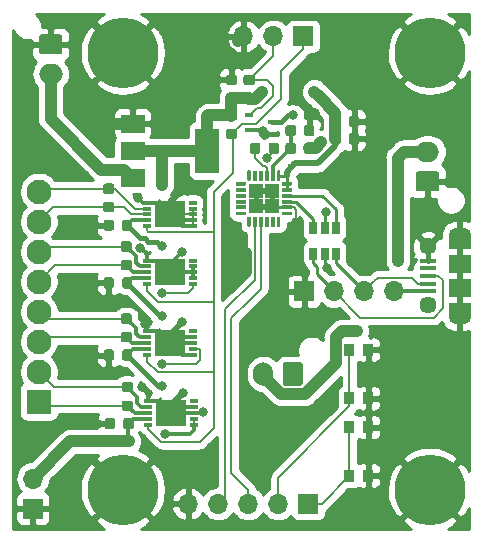
<source format=gbr>
G04 #@! TF.GenerationSoftware,KiCad,Pcbnew,5.0.2-5.0.2*
G04 #@! TF.CreationDate,2019-02-08T22:24:12-08:00*
G04 #@! TF.ProjectId,t962,74393632-2e6b-4696-9361-645f70636258,1.2.2*
G04 #@! TF.SameCoordinates,Original*
G04 #@! TF.FileFunction,Copper,L1,Top*
G04 #@! TF.FilePolarity,Positive*
%FSLAX46Y46*%
G04 Gerber Fmt 4.6, Leading zero omitted, Abs format (unit mm)*
G04 Created by KiCad (PCBNEW 5.0.2-5.0.2) date Fri 08 Feb 2019 10:24:12 PM PST*
%MOMM*%
%LPD*%
G01*
G04 APERTURE LIST*
G04 #@! TA.AperFunction,SMDPad,CuDef*
%ADD10R,0.650000X1.060000*%
G04 #@! TD*
G04 #@! TA.AperFunction,Conductor*
%ADD11C,0.100000*%
G04 #@! TD*
G04 #@! TA.AperFunction,ComponentPad*
%ADD12C,1.700000*%
G04 #@! TD*
G04 #@! TA.AperFunction,ComponentPad*
%ADD13O,2.000000X1.700000*%
G04 #@! TD*
G04 #@! TA.AperFunction,ComponentPad*
%ADD14R,1.700000X1.700000*%
G04 #@! TD*
G04 #@! TA.AperFunction,ComponentPad*
%ADD15O,1.700000X1.700000*%
G04 #@! TD*
G04 #@! TA.AperFunction,SMDPad,CuDef*
%ADD16R,2.000000X3.800000*%
G04 #@! TD*
G04 #@! TA.AperFunction,SMDPad,CuDef*
%ADD17R,2.000000X1.500000*%
G04 #@! TD*
G04 #@! TA.AperFunction,ComponentPad*
%ADD18R,2.100000X2.100000*%
G04 #@! TD*
G04 #@! TA.AperFunction,ComponentPad*
%ADD19C,2.100000*%
G04 #@! TD*
G04 #@! TA.AperFunction,ComponentPad*
%ADD20C,6.000000*%
G04 #@! TD*
G04 #@! TA.AperFunction,SMDPad,CuDef*
%ADD21R,0.900000X1.000000*%
G04 #@! TD*
G04 #@! TA.AperFunction,SMDPad,CuDef*
%ADD22C,0.875000*%
G04 #@! TD*
G04 #@! TA.AperFunction,SMDPad,CuDef*
%ADD23R,1.300000X1.300000*%
G04 #@! TD*
G04 #@! TA.AperFunction,SMDPad,CuDef*
%ADD24C,0.300000*%
G04 #@! TD*
G04 #@! TA.AperFunction,SMDPad,CuDef*
%ADD25R,0.300000X0.850000*%
G04 #@! TD*
G04 #@! TA.AperFunction,SMDPad,CuDef*
%ADD26R,0.850000X0.300000*%
G04 #@! TD*
G04 #@! TA.AperFunction,SMDPad,CuDef*
%ADD27R,1.900000X1.500000*%
G04 #@! TD*
G04 #@! TA.AperFunction,ComponentPad*
%ADD28C,1.450000*%
G04 #@! TD*
G04 #@! TA.AperFunction,SMDPad,CuDef*
%ADD29R,1.350000X0.400000*%
G04 #@! TD*
G04 #@! TA.AperFunction,ComponentPad*
%ADD30O,1.900000X1.200000*%
G04 #@! TD*
G04 #@! TA.AperFunction,SMDPad,CuDef*
%ADD31R,1.900000X1.200000*%
G04 #@! TD*
G04 #@! TA.AperFunction,SMDPad,CuDef*
%ADD32R,0.700000X0.300000*%
G04 #@! TD*
G04 #@! TA.AperFunction,SMDPad,CuDef*
%ADD33R,2.600000X2.300000*%
G04 #@! TD*
G04 #@! TA.AperFunction,ComponentPad*
%ADD34O,1.700000X2.000000*%
G04 #@! TD*
G04 #@! TA.AperFunction,SMDPad,CuDef*
%ADD35R,0.700000X0.450000*%
G04 #@! TD*
G04 #@! TA.AperFunction,ViaPad*
%ADD36C,0.800000*%
G04 #@! TD*
G04 #@! TA.AperFunction,ViaPad*
%ADD37C,0.600000*%
G04 #@! TD*
G04 #@! TA.AperFunction,Conductor*
%ADD38C,0.200000*%
G04 #@! TD*
G04 #@! TA.AperFunction,Conductor*
%ADD39C,1.000000*%
G04 #@! TD*
G04 #@! TA.AperFunction,Conductor*
%ADD40C,0.300000*%
G04 #@! TD*
G04 #@! TA.AperFunction,Conductor*
%ADD41C,0.250000*%
G04 #@! TD*
G04 #@! TA.AperFunction,Conductor*
%ADD42C,0.400000*%
G04 #@! TD*
G04 #@! TA.AperFunction,Conductor*
%ADD43C,0.500000*%
G04 #@! TD*
G04 #@! TA.AperFunction,Conductor*
%ADD44C,0.800000*%
G04 #@! TD*
G04 #@! TA.AperFunction,Conductor*
%ADD45C,0.254000*%
G04 #@! TD*
G04 APERTURE END LIST*
D10*
G04 #@! TO.P,D1,1*
G04 #@! TO.N,/D+*
X154050000Y-52125000D03*
G04 #@! TO.P,D1,2*
G04 #@! TO.N,GND*
X155000000Y-52125000D03*
G04 #@! TO.P,D1,3*
G04 #@! TO.N,/D-*
X155950000Y-52125000D03*
G04 #@! TO.P,D1,4*
G04 #@! TO.N,/P_D-*
X155950000Y-49925000D03*
G04 #@! TO.P,D1,6*
G04 #@! TO.N,/P_D+*
X154050000Y-49925000D03*
G04 #@! TO.P,D1,5*
G04 #@! TO.N,+5V*
X155000000Y-49925000D03*
G04 #@! TD*
D11*
G04 #@! TO.N,GND*
G04 #@! TO.C,J6*
G36*
X164474504Y-45151204D02*
X164498773Y-45154804D01*
X164522571Y-45160765D01*
X164545671Y-45169030D01*
X164567849Y-45179520D01*
X164588893Y-45192133D01*
X164608598Y-45206747D01*
X164626777Y-45223223D01*
X164643253Y-45241402D01*
X164657867Y-45261107D01*
X164670480Y-45282151D01*
X164680970Y-45304329D01*
X164689235Y-45327429D01*
X164695196Y-45351227D01*
X164698796Y-45375496D01*
X164700000Y-45400000D01*
X164700000Y-46600000D01*
X164698796Y-46624504D01*
X164695196Y-46648773D01*
X164689235Y-46672571D01*
X164680970Y-46695671D01*
X164670480Y-46717849D01*
X164657867Y-46738893D01*
X164643253Y-46758598D01*
X164626777Y-46776777D01*
X164608598Y-46793253D01*
X164588893Y-46807867D01*
X164567849Y-46820480D01*
X164545671Y-46830970D01*
X164522571Y-46839235D01*
X164498773Y-46845196D01*
X164474504Y-46848796D01*
X164450000Y-46850000D01*
X162950000Y-46850000D01*
X162925496Y-46848796D01*
X162901227Y-46845196D01*
X162877429Y-46839235D01*
X162854329Y-46830970D01*
X162832151Y-46820480D01*
X162811107Y-46807867D01*
X162791402Y-46793253D01*
X162773223Y-46776777D01*
X162756747Y-46758598D01*
X162742133Y-46738893D01*
X162729520Y-46717849D01*
X162719030Y-46695671D01*
X162710765Y-46672571D01*
X162704804Y-46648773D01*
X162701204Y-46624504D01*
X162700000Y-46600000D01*
X162700000Y-45400000D01*
X162701204Y-45375496D01*
X162704804Y-45351227D01*
X162710765Y-45327429D01*
X162719030Y-45304329D01*
X162729520Y-45282151D01*
X162742133Y-45261107D01*
X162756747Y-45241402D01*
X162773223Y-45223223D01*
X162791402Y-45206747D01*
X162811107Y-45192133D01*
X162832151Y-45179520D01*
X162854329Y-45169030D01*
X162877429Y-45160765D01*
X162901227Y-45154804D01*
X162925496Y-45151204D01*
X162950000Y-45150000D01*
X164450000Y-45150000D01*
X164474504Y-45151204D01*
X164474504Y-45151204D01*
G37*
D12*
G04 #@! TD*
G04 #@! TO.P,J6,1*
G04 #@! TO.N,GND*
X163700000Y-46000000D03*
D13*
G04 #@! TO.P,J6,2*
G04 #@! TO.N,+12V*
X163700000Y-43500000D03*
G04 #@! TD*
D14*
G04 #@! TO.P,J4,1*
G04 #@! TO.N,GND*
X130300000Y-73700000D03*
D15*
G04 #@! TO.P,J4,2*
G04 #@! TO.N,+3V3*
X130300000Y-71160000D03*
G04 #@! TD*
D16*
G04 #@! TO.P,U2,4*
G04 #@! TO.N,+3V3*
X145050000Y-43400000D03*
D17*
G04 #@! TO.P,U2,2*
X138750000Y-43400000D03*
G04 #@! TO.P,U2,3*
G04 #@! TO.N,+12V*
X138750000Y-45700000D03*
G04 #@! TO.P,U2,1*
G04 #@! TO.N,GND*
X138750000Y-41100000D03*
G04 #@! TD*
D18*
G04 #@! TO.P,J2,1*
G04 #@! TO.N,/T3+*
X130800000Y-64640000D03*
D19*
G04 #@! TO.P,J2,2*
G04 #@! TO.N,/T3-*
X130800000Y-62100000D03*
G04 #@! TO.P,J2,3*
G04 #@! TO.N,/T2+*
X130800000Y-59560000D03*
G04 #@! TO.P,J2,4*
G04 #@! TO.N,/T2-*
X130800000Y-57020000D03*
G04 #@! TO.P,J2,5*
G04 #@! TO.N,/T1+*
X130800000Y-54480000D03*
G04 #@! TO.P,J2,6*
G04 #@! TO.N,/T1-*
X130800000Y-51940000D03*
G04 #@! TO.P,J2,7*
G04 #@! TO.N,/T0+*
X130800000Y-49400000D03*
G04 #@! TO.P,J2,8*
G04 #@! TO.N,/T0-*
X130800000Y-46860000D03*
G04 #@! TD*
D20*
G04 #@! TO.P,H1,1*
G04 #@! TO.N,GND*
X137900000Y-72100000D03*
G04 #@! TD*
G04 #@! TO.P,H2,1*
G04 #@! TO.N,GND*
X163900000Y-72100000D03*
G04 #@! TD*
G04 #@! TO.P,H3,1*
G04 #@! TO.N,GND*
X137900000Y-35100000D03*
G04 #@! TD*
G04 #@! TO.P,H4,1*
G04 #@! TO.N,GND*
X163900000Y-35100000D03*
G04 #@! TD*
D21*
G04 #@! TO.P,SW2,2*
G04 #@! TO.N,GND*
X158700000Y-60250000D03*
G04 #@! TO.P,SW2,1*
G04 #@! TO.N,/N_RST*
X157100000Y-60250000D03*
G04 #@! TO.P,SW2,2*
G04 #@! TO.N,GND*
X158700000Y-64350000D03*
G04 #@! TO.P,SW2,1*
G04 #@! TO.N,/N_RST*
X157100000Y-64350000D03*
G04 #@! TD*
D11*
G04 #@! TO.N,GND*
G04 #@! TO.C,R5*
G36*
X153932692Y-41226053D02*
X153953927Y-41229203D01*
X153974751Y-41234419D01*
X153994963Y-41241651D01*
X154014369Y-41250830D01*
X154032782Y-41261866D01*
X154050025Y-41274654D01*
X154065931Y-41289070D01*
X154080347Y-41304976D01*
X154093135Y-41322219D01*
X154104171Y-41340632D01*
X154113350Y-41360038D01*
X154120582Y-41380250D01*
X154125798Y-41401074D01*
X154128948Y-41422309D01*
X154130001Y-41443750D01*
X154130001Y-41956250D01*
X154128948Y-41977691D01*
X154125798Y-41998926D01*
X154120582Y-42019750D01*
X154113350Y-42039962D01*
X154104171Y-42059368D01*
X154093135Y-42077781D01*
X154080347Y-42095024D01*
X154065931Y-42110930D01*
X154050025Y-42125346D01*
X154032782Y-42138134D01*
X154014369Y-42149170D01*
X153994963Y-42158349D01*
X153974751Y-42165581D01*
X153953927Y-42170797D01*
X153932692Y-42173947D01*
X153911251Y-42175000D01*
X153473751Y-42175000D01*
X153452310Y-42173947D01*
X153431075Y-42170797D01*
X153410251Y-42165581D01*
X153390039Y-42158349D01*
X153370633Y-42149170D01*
X153352220Y-42138134D01*
X153334977Y-42125346D01*
X153319071Y-42110930D01*
X153304655Y-42095024D01*
X153291867Y-42077781D01*
X153280831Y-42059368D01*
X153271652Y-42039962D01*
X153264420Y-42019750D01*
X153259204Y-41998926D01*
X153256054Y-41977691D01*
X153255001Y-41956250D01*
X153255001Y-41443750D01*
X153256054Y-41422309D01*
X153259204Y-41401074D01*
X153264420Y-41380250D01*
X153271652Y-41360038D01*
X153280831Y-41340632D01*
X153291867Y-41322219D01*
X153304655Y-41304976D01*
X153319071Y-41289070D01*
X153334977Y-41274654D01*
X153352220Y-41261866D01*
X153370633Y-41250830D01*
X153390039Y-41241651D01*
X153410251Y-41234419D01*
X153431075Y-41229203D01*
X153452310Y-41226053D01*
X153473751Y-41225000D01*
X153911251Y-41225000D01*
X153932692Y-41226053D01*
X153932692Y-41226053D01*
G37*
D22*
G04 #@! TD*
G04 #@! TO.P,R5,2*
G04 #@! TO.N,GND*
X153692501Y-41700000D03*
D11*
G04 #@! TO.N,Net-(R4-Pad2)*
G04 #@! TO.C,R5*
G36*
X152357692Y-41226053D02*
X152378927Y-41229203D01*
X152399751Y-41234419D01*
X152419963Y-41241651D01*
X152439369Y-41250830D01*
X152457782Y-41261866D01*
X152475025Y-41274654D01*
X152490931Y-41289070D01*
X152505347Y-41304976D01*
X152518135Y-41322219D01*
X152529171Y-41340632D01*
X152538350Y-41360038D01*
X152545582Y-41380250D01*
X152550798Y-41401074D01*
X152553948Y-41422309D01*
X152555001Y-41443750D01*
X152555001Y-41956250D01*
X152553948Y-41977691D01*
X152550798Y-41998926D01*
X152545582Y-42019750D01*
X152538350Y-42039962D01*
X152529171Y-42059368D01*
X152518135Y-42077781D01*
X152505347Y-42095024D01*
X152490931Y-42110930D01*
X152475025Y-42125346D01*
X152457782Y-42138134D01*
X152439369Y-42149170D01*
X152419963Y-42158349D01*
X152399751Y-42165581D01*
X152378927Y-42170797D01*
X152357692Y-42173947D01*
X152336251Y-42175000D01*
X151898751Y-42175000D01*
X151877310Y-42173947D01*
X151856075Y-42170797D01*
X151835251Y-42165581D01*
X151815039Y-42158349D01*
X151795633Y-42149170D01*
X151777220Y-42138134D01*
X151759977Y-42125346D01*
X151744071Y-42110930D01*
X151729655Y-42095024D01*
X151716867Y-42077781D01*
X151705831Y-42059368D01*
X151696652Y-42039962D01*
X151689420Y-42019750D01*
X151684204Y-41998926D01*
X151681054Y-41977691D01*
X151680001Y-41956250D01*
X151680001Y-41443750D01*
X151681054Y-41422309D01*
X151684204Y-41401074D01*
X151689420Y-41380250D01*
X151696652Y-41360038D01*
X151705831Y-41340632D01*
X151716867Y-41322219D01*
X151729655Y-41304976D01*
X151744071Y-41289070D01*
X151759977Y-41274654D01*
X151777220Y-41261866D01*
X151795633Y-41250830D01*
X151815039Y-41241651D01*
X151835251Y-41234419D01*
X151856075Y-41229203D01*
X151877310Y-41226053D01*
X151898751Y-41225000D01*
X152336251Y-41225000D01*
X152357692Y-41226053D01*
X152357692Y-41226053D01*
G37*
D22*
G04 #@! TD*
G04 #@! TO.P,R5,1*
G04 #@! TO.N,Net-(R4-Pad2)*
X152117501Y-41700000D03*
D11*
G04 #@! TO.N,+5V*
G04 #@! TO.C,R4*
G36*
X153927691Y-42726053D02*
X153948926Y-42729203D01*
X153969750Y-42734419D01*
X153989962Y-42741651D01*
X154009368Y-42750830D01*
X154027781Y-42761866D01*
X154045024Y-42774654D01*
X154060930Y-42789070D01*
X154075346Y-42804976D01*
X154088134Y-42822219D01*
X154099170Y-42840632D01*
X154108349Y-42860038D01*
X154115581Y-42880250D01*
X154120797Y-42901074D01*
X154123947Y-42922309D01*
X154125000Y-42943750D01*
X154125000Y-43456250D01*
X154123947Y-43477691D01*
X154120797Y-43498926D01*
X154115581Y-43519750D01*
X154108349Y-43539962D01*
X154099170Y-43559368D01*
X154088134Y-43577781D01*
X154075346Y-43595024D01*
X154060930Y-43610930D01*
X154045024Y-43625346D01*
X154027781Y-43638134D01*
X154009368Y-43649170D01*
X153989962Y-43658349D01*
X153969750Y-43665581D01*
X153948926Y-43670797D01*
X153927691Y-43673947D01*
X153906250Y-43675000D01*
X153468750Y-43675000D01*
X153447309Y-43673947D01*
X153426074Y-43670797D01*
X153405250Y-43665581D01*
X153385038Y-43658349D01*
X153365632Y-43649170D01*
X153347219Y-43638134D01*
X153329976Y-43625346D01*
X153314070Y-43610930D01*
X153299654Y-43595024D01*
X153286866Y-43577781D01*
X153275830Y-43559368D01*
X153266651Y-43539962D01*
X153259419Y-43519750D01*
X153254203Y-43498926D01*
X153251053Y-43477691D01*
X153250000Y-43456250D01*
X153250000Y-42943750D01*
X153251053Y-42922309D01*
X153254203Y-42901074D01*
X153259419Y-42880250D01*
X153266651Y-42860038D01*
X153275830Y-42840632D01*
X153286866Y-42822219D01*
X153299654Y-42804976D01*
X153314070Y-42789070D01*
X153329976Y-42774654D01*
X153347219Y-42761866D01*
X153365632Y-42750830D01*
X153385038Y-42741651D01*
X153405250Y-42734419D01*
X153426074Y-42729203D01*
X153447309Y-42726053D01*
X153468750Y-42725000D01*
X153906250Y-42725000D01*
X153927691Y-42726053D01*
X153927691Y-42726053D01*
G37*
D22*
G04 #@! TD*
G04 #@! TO.P,R4,1*
G04 #@! TO.N,+5V*
X153687500Y-43200000D03*
D11*
G04 #@! TO.N,Net-(R4-Pad2)*
G04 #@! TO.C,R4*
G36*
X152352691Y-42726053D02*
X152373926Y-42729203D01*
X152394750Y-42734419D01*
X152414962Y-42741651D01*
X152434368Y-42750830D01*
X152452781Y-42761866D01*
X152470024Y-42774654D01*
X152485930Y-42789070D01*
X152500346Y-42804976D01*
X152513134Y-42822219D01*
X152524170Y-42840632D01*
X152533349Y-42860038D01*
X152540581Y-42880250D01*
X152545797Y-42901074D01*
X152548947Y-42922309D01*
X152550000Y-42943750D01*
X152550000Y-43456250D01*
X152548947Y-43477691D01*
X152545797Y-43498926D01*
X152540581Y-43519750D01*
X152533349Y-43539962D01*
X152524170Y-43559368D01*
X152513134Y-43577781D01*
X152500346Y-43595024D01*
X152485930Y-43610930D01*
X152470024Y-43625346D01*
X152452781Y-43638134D01*
X152434368Y-43649170D01*
X152414962Y-43658349D01*
X152394750Y-43665581D01*
X152373926Y-43670797D01*
X152352691Y-43673947D01*
X152331250Y-43675000D01*
X151893750Y-43675000D01*
X151872309Y-43673947D01*
X151851074Y-43670797D01*
X151830250Y-43665581D01*
X151810038Y-43658349D01*
X151790632Y-43649170D01*
X151772219Y-43638134D01*
X151754976Y-43625346D01*
X151739070Y-43610930D01*
X151724654Y-43595024D01*
X151711866Y-43577781D01*
X151700830Y-43559368D01*
X151691651Y-43539962D01*
X151684419Y-43519750D01*
X151679203Y-43498926D01*
X151676053Y-43477691D01*
X151675000Y-43456250D01*
X151675000Y-42943750D01*
X151676053Y-42922309D01*
X151679203Y-42901074D01*
X151684419Y-42880250D01*
X151691651Y-42860038D01*
X151700830Y-42840632D01*
X151711866Y-42822219D01*
X151724654Y-42804976D01*
X151739070Y-42789070D01*
X151754976Y-42774654D01*
X151772219Y-42761866D01*
X151790632Y-42750830D01*
X151810038Y-42741651D01*
X151830250Y-42734419D01*
X151851074Y-42729203D01*
X151872309Y-42726053D01*
X151893750Y-42725000D01*
X152331250Y-42725000D01*
X152352691Y-42726053D01*
X152352691Y-42726053D01*
G37*
D22*
G04 #@! TD*
G04 #@! TO.P,R4,2*
G04 #@! TO.N,Net-(R4-Pad2)*
X152112500Y-43200000D03*
D23*
G04 #@! TO.P,U5,25*
G04 #@! TO.N,GND*
X150500000Y-48100000D03*
X150500000Y-46800000D03*
X149200000Y-48100000D03*
X149200000Y-46800000D03*
D11*
G04 #@! TD*
G04 #@! TO.N,Net-(U5-Pad24)*
G04 #@! TO.C,U5*
G36*
X151182351Y-48975361D02*
X151189632Y-48976441D01*
X151196771Y-48978229D01*
X151203701Y-48980709D01*
X151210355Y-48983856D01*
X151216668Y-48987640D01*
X151222579Y-48992024D01*
X151228033Y-48996967D01*
X151232976Y-49002421D01*
X151237360Y-49008332D01*
X151241144Y-49014645D01*
X151244291Y-49021299D01*
X151246771Y-49028229D01*
X151248559Y-49035368D01*
X151249639Y-49042649D01*
X151250000Y-49050000D01*
X151250000Y-49750000D01*
X151249639Y-49757351D01*
X151248559Y-49764632D01*
X151246771Y-49771771D01*
X151244291Y-49778701D01*
X151241144Y-49785355D01*
X151237360Y-49791668D01*
X151232976Y-49797579D01*
X151228033Y-49803033D01*
X151222579Y-49807976D01*
X151216668Y-49812360D01*
X151210355Y-49816144D01*
X151203701Y-49819291D01*
X151196771Y-49821771D01*
X151189632Y-49823559D01*
X151182351Y-49824639D01*
X151175000Y-49825000D01*
X151025000Y-49825000D01*
X151017649Y-49824639D01*
X151010368Y-49823559D01*
X151003229Y-49821771D01*
X150996299Y-49819291D01*
X150989645Y-49816144D01*
X150983332Y-49812360D01*
X150977421Y-49807976D01*
X150971967Y-49803033D01*
X150967024Y-49797579D01*
X150962640Y-49791668D01*
X150958856Y-49785355D01*
X150955709Y-49778701D01*
X150953229Y-49771771D01*
X150951441Y-49764632D01*
X150950361Y-49757351D01*
X150950000Y-49750000D01*
X150950000Y-49050000D01*
X150950361Y-49042649D01*
X150951441Y-49035368D01*
X150953229Y-49028229D01*
X150955709Y-49021299D01*
X150958856Y-49014645D01*
X150962640Y-49008332D01*
X150967024Y-49002421D01*
X150971967Y-48996967D01*
X150977421Y-48992024D01*
X150983332Y-48987640D01*
X150989645Y-48983856D01*
X150996299Y-48980709D01*
X151003229Y-48978229D01*
X151010368Y-48976441D01*
X151017649Y-48975361D01*
X151025000Y-48975000D01*
X151175000Y-48975000D01*
X151182351Y-48975361D01*
X151182351Y-48975361D01*
G37*
D24*
G04 #@! TO.P,U5,24*
G04 #@! TO.N,Net-(U5-Pad24)*
X151100000Y-49400000D03*
D25*
G04 #@! TO.P,U5,23*
G04 #@! TO.N,Net-(U5-Pad23)*
X150600000Y-49400000D03*
G04 #@! TO.P,U5,22*
G04 #@! TO.N,Net-(U5-Pad22)*
X150100000Y-49400000D03*
G04 #@! TO.P,U5,21*
G04 #@! TO.N,/TXD0*
X149600000Y-49400000D03*
G04 #@! TO.P,U5,20*
G04 #@! TO.N,/RXD0*
X149100000Y-49400000D03*
D11*
G04 #@! TD*
G04 #@! TO.N,Net-(U5-Pad19)*
G04 #@! TO.C,U5*
G36*
X148682351Y-48975361D02*
X148689632Y-48976441D01*
X148696771Y-48978229D01*
X148703701Y-48980709D01*
X148710355Y-48983856D01*
X148716668Y-48987640D01*
X148722579Y-48992024D01*
X148728033Y-48996967D01*
X148732976Y-49002421D01*
X148737360Y-49008332D01*
X148741144Y-49014645D01*
X148744291Y-49021299D01*
X148746771Y-49028229D01*
X148748559Y-49035368D01*
X148749639Y-49042649D01*
X148750000Y-49050000D01*
X148750000Y-49750000D01*
X148749639Y-49757351D01*
X148748559Y-49764632D01*
X148746771Y-49771771D01*
X148744291Y-49778701D01*
X148741144Y-49785355D01*
X148737360Y-49791668D01*
X148732976Y-49797579D01*
X148728033Y-49803033D01*
X148722579Y-49807976D01*
X148716668Y-49812360D01*
X148710355Y-49816144D01*
X148703701Y-49819291D01*
X148696771Y-49821771D01*
X148689632Y-49823559D01*
X148682351Y-49824639D01*
X148675000Y-49825000D01*
X148525000Y-49825000D01*
X148517649Y-49824639D01*
X148510368Y-49823559D01*
X148503229Y-49821771D01*
X148496299Y-49819291D01*
X148489645Y-49816144D01*
X148483332Y-49812360D01*
X148477421Y-49807976D01*
X148471967Y-49803033D01*
X148467024Y-49797579D01*
X148462640Y-49791668D01*
X148458856Y-49785355D01*
X148455709Y-49778701D01*
X148453229Y-49771771D01*
X148451441Y-49764632D01*
X148450361Y-49757351D01*
X148450000Y-49750000D01*
X148450000Y-49050000D01*
X148450361Y-49042649D01*
X148451441Y-49035368D01*
X148453229Y-49028229D01*
X148455709Y-49021299D01*
X148458856Y-49014645D01*
X148462640Y-49008332D01*
X148467024Y-49002421D01*
X148471967Y-48996967D01*
X148477421Y-48992024D01*
X148483332Y-48987640D01*
X148489645Y-48983856D01*
X148496299Y-48980709D01*
X148503229Y-48978229D01*
X148510368Y-48976441D01*
X148517649Y-48975361D01*
X148525000Y-48975000D01*
X148675000Y-48975000D01*
X148682351Y-48975361D01*
X148682351Y-48975361D01*
G37*
D24*
G04 #@! TO.P,U5,19*
G04 #@! TO.N,Net-(U5-Pad19)*
X148600000Y-49400000D03*
D11*
G04 #@! TD*
G04 #@! TO.N,Net-(U5-Pad18)*
G04 #@! TO.C,U5*
G36*
X148257351Y-48550361D02*
X148264632Y-48551441D01*
X148271771Y-48553229D01*
X148278701Y-48555709D01*
X148285355Y-48558856D01*
X148291668Y-48562640D01*
X148297579Y-48567024D01*
X148303033Y-48571967D01*
X148307976Y-48577421D01*
X148312360Y-48583332D01*
X148316144Y-48589645D01*
X148319291Y-48596299D01*
X148321771Y-48603229D01*
X148323559Y-48610368D01*
X148324639Y-48617649D01*
X148325000Y-48625000D01*
X148325000Y-48775000D01*
X148324639Y-48782351D01*
X148323559Y-48789632D01*
X148321771Y-48796771D01*
X148319291Y-48803701D01*
X148316144Y-48810355D01*
X148312360Y-48816668D01*
X148307976Y-48822579D01*
X148303033Y-48828033D01*
X148297579Y-48832976D01*
X148291668Y-48837360D01*
X148285355Y-48841144D01*
X148278701Y-48844291D01*
X148271771Y-48846771D01*
X148264632Y-48848559D01*
X148257351Y-48849639D01*
X148250000Y-48850000D01*
X147550000Y-48850000D01*
X147542649Y-48849639D01*
X147535368Y-48848559D01*
X147528229Y-48846771D01*
X147521299Y-48844291D01*
X147514645Y-48841144D01*
X147508332Y-48837360D01*
X147502421Y-48832976D01*
X147496967Y-48828033D01*
X147492024Y-48822579D01*
X147487640Y-48816668D01*
X147483856Y-48810355D01*
X147480709Y-48803701D01*
X147478229Y-48796771D01*
X147476441Y-48789632D01*
X147475361Y-48782351D01*
X147475000Y-48775000D01*
X147475000Y-48625000D01*
X147475361Y-48617649D01*
X147476441Y-48610368D01*
X147478229Y-48603229D01*
X147480709Y-48596299D01*
X147483856Y-48589645D01*
X147487640Y-48583332D01*
X147492024Y-48577421D01*
X147496967Y-48571967D01*
X147502421Y-48567024D01*
X147508332Y-48562640D01*
X147514645Y-48558856D01*
X147521299Y-48555709D01*
X147528229Y-48553229D01*
X147535368Y-48551441D01*
X147542649Y-48550361D01*
X147550000Y-48550000D01*
X148250000Y-48550000D01*
X148257351Y-48550361D01*
X148257351Y-48550361D01*
G37*
D24*
G04 #@! TO.P,U5,18*
G04 #@! TO.N,Net-(U5-Pad18)*
X147900000Y-48700000D03*
D26*
G04 #@! TO.P,U5,17*
G04 #@! TO.N,Net-(U5-Pad17)*
X147900000Y-48200000D03*
G04 #@! TO.P,U5,16*
G04 #@! TO.N,N/C*
X147900000Y-47700000D03*
G04 #@! TO.P,U5,15*
G04 #@! TO.N,Net-(U5-Pad15)*
X147900000Y-47200000D03*
G04 #@! TO.P,U5,14*
G04 #@! TO.N,Net-(U5-Pad14)*
X147900000Y-46700000D03*
D11*
G04 #@! TD*
G04 #@! TO.N,Net-(U5-Pad13)*
G04 #@! TO.C,U5*
G36*
X148257351Y-46050361D02*
X148264632Y-46051441D01*
X148271771Y-46053229D01*
X148278701Y-46055709D01*
X148285355Y-46058856D01*
X148291668Y-46062640D01*
X148297579Y-46067024D01*
X148303033Y-46071967D01*
X148307976Y-46077421D01*
X148312360Y-46083332D01*
X148316144Y-46089645D01*
X148319291Y-46096299D01*
X148321771Y-46103229D01*
X148323559Y-46110368D01*
X148324639Y-46117649D01*
X148325000Y-46125000D01*
X148325000Y-46275000D01*
X148324639Y-46282351D01*
X148323559Y-46289632D01*
X148321771Y-46296771D01*
X148319291Y-46303701D01*
X148316144Y-46310355D01*
X148312360Y-46316668D01*
X148307976Y-46322579D01*
X148303033Y-46328033D01*
X148297579Y-46332976D01*
X148291668Y-46337360D01*
X148285355Y-46341144D01*
X148278701Y-46344291D01*
X148271771Y-46346771D01*
X148264632Y-46348559D01*
X148257351Y-46349639D01*
X148250000Y-46350000D01*
X147550000Y-46350000D01*
X147542649Y-46349639D01*
X147535368Y-46348559D01*
X147528229Y-46346771D01*
X147521299Y-46344291D01*
X147514645Y-46341144D01*
X147508332Y-46337360D01*
X147502421Y-46332976D01*
X147496967Y-46328033D01*
X147492024Y-46322579D01*
X147487640Y-46316668D01*
X147483856Y-46310355D01*
X147480709Y-46303701D01*
X147478229Y-46296771D01*
X147476441Y-46289632D01*
X147475361Y-46282351D01*
X147475000Y-46275000D01*
X147475000Y-46125000D01*
X147475361Y-46117649D01*
X147476441Y-46110368D01*
X147478229Y-46103229D01*
X147480709Y-46096299D01*
X147483856Y-46089645D01*
X147487640Y-46083332D01*
X147492024Y-46077421D01*
X147496967Y-46071967D01*
X147502421Y-46067024D01*
X147508332Y-46062640D01*
X147514645Y-46058856D01*
X147521299Y-46055709D01*
X147528229Y-46053229D01*
X147535368Y-46051441D01*
X147542649Y-46050361D01*
X147550000Y-46050000D01*
X148250000Y-46050000D01*
X148257351Y-46050361D01*
X148257351Y-46050361D01*
G37*
D24*
G04 #@! TO.P,U5,13*
G04 #@! TO.N,Net-(U5-Pad13)*
X147900000Y-46200000D03*
D11*
G04 #@! TD*
G04 #@! TO.N,Net-(U5-Pad12)*
G04 #@! TO.C,U5*
G36*
X148682351Y-45075361D02*
X148689632Y-45076441D01*
X148696771Y-45078229D01*
X148703701Y-45080709D01*
X148710355Y-45083856D01*
X148716668Y-45087640D01*
X148722579Y-45092024D01*
X148728033Y-45096967D01*
X148732976Y-45102421D01*
X148737360Y-45108332D01*
X148741144Y-45114645D01*
X148744291Y-45121299D01*
X148746771Y-45128229D01*
X148748559Y-45135368D01*
X148749639Y-45142649D01*
X148750000Y-45150000D01*
X148750000Y-45850000D01*
X148749639Y-45857351D01*
X148748559Y-45864632D01*
X148746771Y-45871771D01*
X148744291Y-45878701D01*
X148741144Y-45885355D01*
X148737360Y-45891668D01*
X148732976Y-45897579D01*
X148728033Y-45903033D01*
X148722579Y-45907976D01*
X148716668Y-45912360D01*
X148710355Y-45916144D01*
X148703701Y-45919291D01*
X148696771Y-45921771D01*
X148689632Y-45923559D01*
X148682351Y-45924639D01*
X148675000Y-45925000D01*
X148525000Y-45925000D01*
X148517649Y-45924639D01*
X148510368Y-45923559D01*
X148503229Y-45921771D01*
X148496299Y-45919291D01*
X148489645Y-45916144D01*
X148483332Y-45912360D01*
X148477421Y-45907976D01*
X148471967Y-45903033D01*
X148467024Y-45897579D01*
X148462640Y-45891668D01*
X148458856Y-45885355D01*
X148455709Y-45878701D01*
X148453229Y-45871771D01*
X148451441Y-45864632D01*
X148450361Y-45857351D01*
X148450000Y-45850000D01*
X148450000Y-45150000D01*
X148450361Y-45142649D01*
X148451441Y-45135368D01*
X148453229Y-45128229D01*
X148455709Y-45121299D01*
X148458856Y-45114645D01*
X148462640Y-45108332D01*
X148467024Y-45102421D01*
X148471967Y-45096967D01*
X148477421Y-45092024D01*
X148483332Y-45087640D01*
X148489645Y-45083856D01*
X148496299Y-45080709D01*
X148503229Y-45078229D01*
X148510368Y-45076441D01*
X148517649Y-45075361D01*
X148525000Y-45075000D01*
X148675000Y-45075000D01*
X148682351Y-45075361D01*
X148682351Y-45075361D01*
G37*
D24*
G04 #@! TO.P,U5,12*
G04 #@! TO.N,Net-(U5-Pad12)*
X148600000Y-45500000D03*
D25*
G04 #@! TO.P,U5,11*
G04 #@! TO.N,Net-(U5-Pad11)*
X149100000Y-45500000D03*
G04 #@! TO.P,U5,10*
G04 #@! TO.N,N/C*
X149600000Y-45500000D03*
G04 #@! TO.P,U5,9*
G04 #@! TO.N,Net-(R3-Pad2)*
X150100000Y-45500000D03*
G04 #@! TO.P,U5,8*
G04 #@! TO.N,Net-(R4-Pad2)*
X150600000Y-45500000D03*
D11*
G04 #@! TD*
G04 #@! TO.N,+3V3*
G04 #@! TO.C,U5*
G36*
X151182351Y-45075361D02*
X151189632Y-45076441D01*
X151196771Y-45078229D01*
X151203701Y-45080709D01*
X151210355Y-45083856D01*
X151216668Y-45087640D01*
X151222579Y-45092024D01*
X151228033Y-45096967D01*
X151232976Y-45102421D01*
X151237360Y-45108332D01*
X151241144Y-45114645D01*
X151244291Y-45121299D01*
X151246771Y-45128229D01*
X151248559Y-45135368D01*
X151249639Y-45142649D01*
X151250000Y-45150000D01*
X151250000Y-45850000D01*
X151249639Y-45857351D01*
X151248559Y-45864632D01*
X151246771Y-45871771D01*
X151244291Y-45878701D01*
X151241144Y-45885355D01*
X151237360Y-45891668D01*
X151232976Y-45897579D01*
X151228033Y-45903033D01*
X151222579Y-45907976D01*
X151216668Y-45912360D01*
X151210355Y-45916144D01*
X151203701Y-45919291D01*
X151196771Y-45921771D01*
X151189632Y-45923559D01*
X151182351Y-45924639D01*
X151175000Y-45925000D01*
X151025000Y-45925000D01*
X151017649Y-45924639D01*
X151010368Y-45923559D01*
X151003229Y-45921771D01*
X150996299Y-45919291D01*
X150989645Y-45916144D01*
X150983332Y-45912360D01*
X150977421Y-45907976D01*
X150971967Y-45903033D01*
X150967024Y-45897579D01*
X150962640Y-45891668D01*
X150958856Y-45885355D01*
X150955709Y-45878701D01*
X150953229Y-45871771D01*
X150951441Y-45864632D01*
X150950361Y-45857351D01*
X150950000Y-45850000D01*
X150950000Y-45150000D01*
X150950361Y-45142649D01*
X150951441Y-45135368D01*
X150953229Y-45128229D01*
X150955709Y-45121299D01*
X150958856Y-45114645D01*
X150962640Y-45108332D01*
X150967024Y-45102421D01*
X150971967Y-45096967D01*
X150977421Y-45092024D01*
X150983332Y-45087640D01*
X150989645Y-45083856D01*
X150996299Y-45080709D01*
X151003229Y-45078229D01*
X151010368Y-45076441D01*
X151017649Y-45075361D01*
X151025000Y-45075000D01*
X151175000Y-45075000D01*
X151182351Y-45075361D01*
X151182351Y-45075361D01*
G37*
D24*
G04 #@! TO.P,U5,7*
G04 #@! TO.N,+3V3*
X151100000Y-45500000D03*
D11*
G04 #@! TD*
G04 #@! TO.N,+3V3*
G04 #@! TO.C,U5*
G36*
X152157351Y-46050361D02*
X152164632Y-46051441D01*
X152171771Y-46053229D01*
X152178701Y-46055709D01*
X152185355Y-46058856D01*
X152191668Y-46062640D01*
X152197579Y-46067024D01*
X152203033Y-46071967D01*
X152207976Y-46077421D01*
X152212360Y-46083332D01*
X152216144Y-46089645D01*
X152219291Y-46096299D01*
X152221771Y-46103229D01*
X152223559Y-46110368D01*
X152224639Y-46117649D01*
X152225000Y-46125000D01*
X152225000Y-46275000D01*
X152224639Y-46282351D01*
X152223559Y-46289632D01*
X152221771Y-46296771D01*
X152219291Y-46303701D01*
X152216144Y-46310355D01*
X152212360Y-46316668D01*
X152207976Y-46322579D01*
X152203033Y-46328033D01*
X152197579Y-46332976D01*
X152191668Y-46337360D01*
X152185355Y-46341144D01*
X152178701Y-46344291D01*
X152171771Y-46346771D01*
X152164632Y-46348559D01*
X152157351Y-46349639D01*
X152150000Y-46350000D01*
X151450000Y-46350000D01*
X151442649Y-46349639D01*
X151435368Y-46348559D01*
X151428229Y-46346771D01*
X151421299Y-46344291D01*
X151414645Y-46341144D01*
X151408332Y-46337360D01*
X151402421Y-46332976D01*
X151396967Y-46328033D01*
X151392024Y-46322579D01*
X151387640Y-46316668D01*
X151383856Y-46310355D01*
X151380709Y-46303701D01*
X151378229Y-46296771D01*
X151376441Y-46289632D01*
X151375361Y-46282351D01*
X151375000Y-46275000D01*
X151375000Y-46125000D01*
X151375361Y-46117649D01*
X151376441Y-46110368D01*
X151378229Y-46103229D01*
X151380709Y-46096299D01*
X151383856Y-46089645D01*
X151387640Y-46083332D01*
X151392024Y-46077421D01*
X151396967Y-46071967D01*
X151402421Y-46067024D01*
X151408332Y-46062640D01*
X151414645Y-46058856D01*
X151421299Y-46055709D01*
X151428229Y-46053229D01*
X151435368Y-46051441D01*
X151442649Y-46050361D01*
X151450000Y-46050000D01*
X152150000Y-46050000D01*
X152157351Y-46050361D01*
X152157351Y-46050361D01*
G37*
D24*
G04 #@! TO.P,U5,6*
G04 #@! TO.N,+3V3*
X151800000Y-46200000D03*
D26*
G04 #@! TO.P,U5,5*
X151800000Y-46700000D03*
G04 #@! TO.P,U5,4*
G04 #@! TO.N,/P_D-*
X151800000Y-47200000D03*
G04 #@! TO.P,U5,3*
G04 #@! TO.N,/P_D+*
X151800000Y-47700000D03*
G04 #@! TO.P,U5,2*
G04 #@! TO.N,GND*
X151800000Y-48200000D03*
D11*
G04 #@! TD*
G04 #@! TO.N,Net-(U5-Pad1)*
G04 #@! TO.C,U5*
G36*
X152157351Y-48550361D02*
X152164632Y-48551441D01*
X152171771Y-48553229D01*
X152178701Y-48555709D01*
X152185355Y-48558856D01*
X152191668Y-48562640D01*
X152197579Y-48567024D01*
X152203033Y-48571967D01*
X152207976Y-48577421D01*
X152212360Y-48583332D01*
X152216144Y-48589645D01*
X152219291Y-48596299D01*
X152221771Y-48603229D01*
X152223559Y-48610368D01*
X152224639Y-48617649D01*
X152225000Y-48625000D01*
X152225000Y-48775000D01*
X152224639Y-48782351D01*
X152223559Y-48789632D01*
X152221771Y-48796771D01*
X152219291Y-48803701D01*
X152216144Y-48810355D01*
X152212360Y-48816668D01*
X152207976Y-48822579D01*
X152203033Y-48828033D01*
X152197579Y-48832976D01*
X152191668Y-48837360D01*
X152185355Y-48841144D01*
X152178701Y-48844291D01*
X152171771Y-48846771D01*
X152164632Y-48848559D01*
X152157351Y-48849639D01*
X152150000Y-48850000D01*
X151450000Y-48850000D01*
X151442649Y-48849639D01*
X151435368Y-48848559D01*
X151428229Y-48846771D01*
X151421299Y-48844291D01*
X151414645Y-48841144D01*
X151408332Y-48837360D01*
X151402421Y-48832976D01*
X151396967Y-48828033D01*
X151392024Y-48822579D01*
X151387640Y-48816668D01*
X151383856Y-48810355D01*
X151380709Y-48803701D01*
X151378229Y-48796771D01*
X151376441Y-48789632D01*
X151375361Y-48782351D01*
X151375000Y-48775000D01*
X151375000Y-48625000D01*
X151375361Y-48617649D01*
X151376441Y-48610368D01*
X151378229Y-48603229D01*
X151380709Y-48596299D01*
X151383856Y-48589645D01*
X151387640Y-48583332D01*
X151392024Y-48577421D01*
X151396967Y-48571967D01*
X151402421Y-48567024D01*
X151408332Y-48562640D01*
X151414645Y-48558856D01*
X151421299Y-48555709D01*
X151428229Y-48553229D01*
X151435368Y-48551441D01*
X151442649Y-48550361D01*
X151450000Y-48550000D01*
X152150000Y-48550000D01*
X152157351Y-48550361D01*
X152157351Y-48550361D01*
G37*
D24*
G04 #@! TO.P,U5,1*
G04 #@! TO.N,Net-(U5-Pad1)*
X151800000Y-48700000D03*
G04 #@! TD*
D27*
G04 #@! TO.P,J8,6*
G04 #@! TO.N,GND*
X166437500Y-53000000D03*
D28*
X163737500Y-56500000D03*
D29*
G04 #@! TO.P,J8,2*
G04 #@! TO.N,/D-*
X163737500Y-54650000D03*
G04 #@! TO.P,J8,1*
G04 #@! TO.N,+5V*
X163737500Y-55300000D03*
G04 #@! TO.P,J8,5*
G04 #@! TO.N,GND*
X163737500Y-52700000D03*
G04 #@! TO.P,J8,4*
G04 #@! TO.N,Net-(J8-Pad4)*
X163737500Y-53350000D03*
G04 #@! TO.P,J8,3*
G04 #@! TO.N,/D+*
X163737500Y-54000000D03*
D28*
G04 #@! TO.P,J8,6*
G04 #@! TO.N,GND*
X163737500Y-51500000D03*
D27*
X166437500Y-55000000D03*
D30*
X166437500Y-57500000D03*
X166437500Y-50500000D03*
D31*
X166437500Y-51100000D03*
X166437500Y-56900000D03*
G04 #@! TD*
D11*
G04 #@! TO.N,/DQ*
G04 #@! TO.C,R1*
G36*
X147377691Y-41551053D02*
X147398926Y-41554203D01*
X147419750Y-41559419D01*
X147439962Y-41566651D01*
X147459368Y-41575830D01*
X147477781Y-41586866D01*
X147495024Y-41599654D01*
X147510930Y-41614070D01*
X147525346Y-41629976D01*
X147538134Y-41647219D01*
X147549170Y-41665632D01*
X147558349Y-41685038D01*
X147565581Y-41705250D01*
X147570797Y-41726074D01*
X147573947Y-41747309D01*
X147575000Y-41768750D01*
X147575000Y-42206250D01*
X147573947Y-42227691D01*
X147570797Y-42248926D01*
X147565581Y-42269750D01*
X147558349Y-42289962D01*
X147549170Y-42309368D01*
X147538134Y-42327781D01*
X147525346Y-42345024D01*
X147510930Y-42360930D01*
X147495024Y-42375346D01*
X147477781Y-42388134D01*
X147459368Y-42399170D01*
X147439962Y-42408349D01*
X147419750Y-42415581D01*
X147398926Y-42420797D01*
X147377691Y-42423947D01*
X147356250Y-42425000D01*
X146843750Y-42425000D01*
X146822309Y-42423947D01*
X146801074Y-42420797D01*
X146780250Y-42415581D01*
X146760038Y-42408349D01*
X146740632Y-42399170D01*
X146722219Y-42388134D01*
X146704976Y-42375346D01*
X146689070Y-42360930D01*
X146674654Y-42345024D01*
X146661866Y-42327781D01*
X146650830Y-42309368D01*
X146641651Y-42289962D01*
X146634419Y-42269750D01*
X146629203Y-42248926D01*
X146626053Y-42227691D01*
X146625000Y-42206250D01*
X146625000Y-41768750D01*
X146626053Y-41747309D01*
X146629203Y-41726074D01*
X146634419Y-41705250D01*
X146641651Y-41685038D01*
X146650830Y-41665632D01*
X146661866Y-41647219D01*
X146674654Y-41629976D01*
X146689070Y-41614070D01*
X146704976Y-41599654D01*
X146722219Y-41586866D01*
X146740632Y-41575830D01*
X146760038Y-41566651D01*
X146780250Y-41559419D01*
X146801074Y-41554203D01*
X146822309Y-41551053D01*
X146843750Y-41550000D01*
X147356250Y-41550000D01*
X147377691Y-41551053D01*
X147377691Y-41551053D01*
G37*
D22*
G04 #@! TD*
G04 #@! TO.P,R1,2*
G04 #@! TO.N,/DQ*
X147100000Y-41987500D03*
D11*
G04 #@! TO.N,+3V3*
G04 #@! TO.C,R1*
G36*
X147377691Y-39976053D02*
X147398926Y-39979203D01*
X147419750Y-39984419D01*
X147439962Y-39991651D01*
X147459368Y-40000830D01*
X147477781Y-40011866D01*
X147495024Y-40024654D01*
X147510930Y-40039070D01*
X147525346Y-40054976D01*
X147538134Y-40072219D01*
X147549170Y-40090632D01*
X147558349Y-40110038D01*
X147565581Y-40130250D01*
X147570797Y-40151074D01*
X147573947Y-40172309D01*
X147575000Y-40193750D01*
X147575000Y-40631250D01*
X147573947Y-40652691D01*
X147570797Y-40673926D01*
X147565581Y-40694750D01*
X147558349Y-40714962D01*
X147549170Y-40734368D01*
X147538134Y-40752781D01*
X147525346Y-40770024D01*
X147510930Y-40785930D01*
X147495024Y-40800346D01*
X147477781Y-40813134D01*
X147459368Y-40824170D01*
X147439962Y-40833349D01*
X147419750Y-40840581D01*
X147398926Y-40845797D01*
X147377691Y-40848947D01*
X147356250Y-40850000D01*
X146843750Y-40850000D01*
X146822309Y-40848947D01*
X146801074Y-40845797D01*
X146780250Y-40840581D01*
X146760038Y-40833349D01*
X146740632Y-40824170D01*
X146722219Y-40813134D01*
X146704976Y-40800346D01*
X146689070Y-40785930D01*
X146674654Y-40770024D01*
X146661866Y-40752781D01*
X146650830Y-40734368D01*
X146641651Y-40714962D01*
X146634419Y-40694750D01*
X146629203Y-40673926D01*
X146626053Y-40652691D01*
X146625000Y-40631250D01*
X146625000Y-40193750D01*
X146626053Y-40172309D01*
X146629203Y-40151074D01*
X146634419Y-40130250D01*
X146641651Y-40110038D01*
X146650830Y-40090632D01*
X146661866Y-40072219D01*
X146674654Y-40054976D01*
X146689070Y-40039070D01*
X146704976Y-40024654D01*
X146722219Y-40011866D01*
X146740632Y-40000830D01*
X146760038Y-39991651D01*
X146780250Y-39984419D01*
X146801074Y-39979203D01*
X146822309Y-39976053D01*
X146843750Y-39975000D01*
X147356250Y-39975000D01*
X147377691Y-39976053D01*
X147377691Y-39976053D01*
G37*
D22*
G04 #@! TD*
G04 #@! TO.P,R1,1*
G04 #@! TO.N,+3V3*
X147100000Y-40412500D03*
D11*
G04 #@! TO.N,+3V3*
G04 #@! TO.C,R3*
G36*
X150927691Y-42726053D02*
X150948926Y-42729203D01*
X150969750Y-42734419D01*
X150989962Y-42741651D01*
X151009368Y-42750830D01*
X151027781Y-42761866D01*
X151045024Y-42774654D01*
X151060930Y-42789070D01*
X151075346Y-42804976D01*
X151088134Y-42822219D01*
X151099170Y-42840632D01*
X151108349Y-42860038D01*
X151115581Y-42880250D01*
X151120797Y-42901074D01*
X151123947Y-42922309D01*
X151125000Y-42943750D01*
X151125000Y-43456250D01*
X151123947Y-43477691D01*
X151120797Y-43498926D01*
X151115581Y-43519750D01*
X151108349Y-43539962D01*
X151099170Y-43559368D01*
X151088134Y-43577781D01*
X151075346Y-43595024D01*
X151060930Y-43610930D01*
X151045024Y-43625346D01*
X151027781Y-43638134D01*
X151009368Y-43649170D01*
X150989962Y-43658349D01*
X150969750Y-43665581D01*
X150948926Y-43670797D01*
X150927691Y-43673947D01*
X150906250Y-43675000D01*
X150468750Y-43675000D01*
X150447309Y-43673947D01*
X150426074Y-43670797D01*
X150405250Y-43665581D01*
X150385038Y-43658349D01*
X150365632Y-43649170D01*
X150347219Y-43638134D01*
X150329976Y-43625346D01*
X150314070Y-43610930D01*
X150299654Y-43595024D01*
X150286866Y-43577781D01*
X150275830Y-43559368D01*
X150266651Y-43539962D01*
X150259419Y-43519750D01*
X150254203Y-43498926D01*
X150251053Y-43477691D01*
X150250000Y-43456250D01*
X150250000Y-42943750D01*
X150251053Y-42922309D01*
X150254203Y-42901074D01*
X150259419Y-42880250D01*
X150266651Y-42860038D01*
X150275830Y-42840632D01*
X150286866Y-42822219D01*
X150299654Y-42804976D01*
X150314070Y-42789070D01*
X150329976Y-42774654D01*
X150347219Y-42761866D01*
X150365632Y-42750830D01*
X150385038Y-42741651D01*
X150405250Y-42734419D01*
X150426074Y-42729203D01*
X150447309Y-42726053D01*
X150468750Y-42725000D01*
X150906250Y-42725000D01*
X150927691Y-42726053D01*
X150927691Y-42726053D01*
G37*
D22*
G04 #@! TD*
G04 #@! TO.P,R3,1*
G04 #@! TO.N,+3V3*
X150687500Y-43200000D03*
D11*
G04 #@! TO.N,Net-(R3-Pad2)*
G04 #@! TO.C,R3*
G36*
X149352691Y-42726053D02*
X149373926Y-42729203D01*
X149394750Y-42734419D01*
X149414962Y-42741651D01*
X149434368Y-42750830D01*
X149452781Y-42761866D01*
X149470024Y-42774654D01*
X149485930Y-42789070D01*
X149500346Y-42804976D01*
X149513134Y-42822219D01*
X149524170Y-42840632D01*
X149533349Y-42860038D01*
X149540581Y-42880250D01*
X149545797Y-42901074D01*
X149548947Y-42922309D01*
X149550000Y-42943750D01*
X149550000Y-43456250D01*
X149548947Y-43477691D01*
X149545797Y-43498926D01*
X149540581Y-43519750D01*
X149533349Y-43539962D01*
X149524170Y-43559368D01*
X149513134Y-43577781D01*
X149500346Y-43595024D01*
X149485930Y-43610930D01*
X149470024Y-43625346D01*
X149452781Y-43638134D01*
X149434368Y-43649170D01*
X149414962Y-43658349D01*
X149394750Y-43665581D01*
X149373926Y-43670797D01*
X149352691Y-43673947D01*
X149331250Y-43675000D01*
X148893750Y-43675000D01*
X148872309Y-43673947D01*
X148851074Y-43670797D01*
X148830250Y-43665581D01*
X148810038Y-43658349D01*
X148790632Y-43649170D01*
X148772219Y-43638134D01*
X148754976Y-43625346D01*
X148739070Y-43610930D01*
X148724654Y-43595024D01*
X148711866Y-43577781D01*
X148700830Y-43559368D01*
X148691651Y-43539962D01*
X148684419Y-43519750D01*
X148679203Y-43498926D01*
X148676053Y-43477691D01*
X148675000Y-43456250D01*
X148675000Y-42943750D01*
X148676053Y-42922309D01*
X148679203Y-42901074D01*
X148684419Y-42880250D01*
X148691651Y-42860038D01*
X148700830Y-42840632D01*
X148711866Y-42822219D01*
X148724654Y-42804976D01*
X148739070Y-42789070D01*
X148754976Y-42774654D01*
X148772219Y-42761866D01*
X148790632Y-42750830D01*
X148810038Y-42741651D01*
X148830250Y-42734419D01*
X148851074Y-42729203D01*
X148872309Y-42726053D01*
X148893750Y-42725000D01*
X149331250Y-42725000D01*
X149352691Y-42726053D01*
X149352691Y-42726053D01*
G37*
D22*
G04 #@! TD*
G04 #@! TO.P,R3,2*
G04 #@! TO.N,Net-(R3-Pad2)*
X149112500Y-43200000D03*
D21*
G04 #@! TO.P,SW1,1*
G04 #@! TO.N,/N_ISP*
X157100000Y-70900000D03*
G04 #@! TO.P,SW1,2*
G04 #@! TO.N,GND*
X158700000Y-70900000D03*
G04 #@! TO.P,SW1,1*
G04 #@! TO.N,/N_ISP*
X157100000Y-66800000D03*
G04 #@! TO.P,SW1,2*
G04 #@! TO.N,GND*
X158700000Y-66800000D03*
G04 #@! TD*
D32*
G04 #@! TO.P,U6,10*
G04 #@! TO.N,N/C*
X143920000Y-64600000D03*
G04 #@! TO.P,U6,1*
G04 #@! TO.N,GND*
X140080000Y-64600000D03*
G04 #@! TO.P,U6,9*
X143920000Y-65100000D03*
G04 #@! TO.P,U6,2*
G04 #@! TO.N,/T3-*
X140080000Y-65100000D03*
G04 #@! TO.P,U6,8*
G04 #@! TO.N,GND*
X143920000Y-65600000D03*
G04 #@! TO.P,U6,3*
G04 #@! TO.N,/T3+*
X140080000Y-65600000D03*
G04 #@! TO.P,U6,7*
G04 #@! TO.N,+3V3*
X143920000Y-66100000D03*
G04 #@! TO.P,U6,4*
X140080000Y-66100000D03*
G04 #@! TO.P,U6,6*
X143920000Y-66600000D03*
G04 #@! TO.P,U6,5*
G04 #@! TO.N,/DQ*
X140080000Y-66600000D03*
D33*
G04 #@! TO.P,U6,11*
G04 #@! TO.N,GND*
X142000000Y-65600000D03*
G04 #@! TD*
D11*
G04 #@! TO.N,+3V3*
G04 #@! TO.C,C10*
G36*
X156152691Y-40426053D02*
X156173926Y-40429203D01*
X156194750Y-40434419D01*
X156214962Y-40441651D01*
X156234368Y-40450830D01*
X156252781Y-40461866D01*
X156270024Y-40474654D01*
X156285930Y-40489070D01*
X156300346Y-40504976D01*
X156313134Y-40522219D01*
X156324170Y-40540632D01*
X156333349Y-40560038D01*
X156340581Y-40580250D01*
X156345797Y-40601074D01*
X156348947Y-40622309D01*
X156350000Y-40643750D01*
X156350000Y-41156250D01*
X156348947Y-41177691D01*
X156345797Y-41198926D01*
X156340581Y-41219750D01*
X156333349Y-41239962D01*
X156324170Y-41259368D01*
X156313134Y-41277781D01*
X156300346Y-41295024D01*
X156285930Y-41310930D01*
X156270024Y-41325346D01*
X156252781Y-41338134D01*
X156234368Y-41349170D01*
X156214962Y-41358349D01*
X156194750Y-41365581D01*
X156173926Y-41370797D01*
X156152691Y-41373947D01*
X156131250Y-41375000D01*
X155693750Y-41375000D01*
X155672309Y-41373947D01*
X155651074Y-41370797D01*
X155630250Y-41365581D01*
X155610038Y-41358349D01*
X155590632Y-41349170D01*
X155572219Y-41338134D01*
X155554976Y-41325346D01*
X155539070Y-41310930D01*
X155524654Y-41295024D01*
X155511866Y-41277781D01*
X155500830Y-41259368D01*
X155491651Y-41239962D01*
X155484419Y-41219750D01*
X155479203Y-41198926D01*
X155476053Y-41177691D01*
X155475000Y-41156250D01*
X155475000Y-40643750D01*
X155476053Y-40622309D01*
X155479203Y-40601074D01*
X155484419Y-40580250D01*
X155491651Y-40560038D01*
X155500830Y-40540632D01*
X155511866Y-40522219D01*
X155524654Y-40504976D01*
X155539070Y-40489070D01*
X155554976Y-40474654D01*
X155572219Y-40461866D01*
X155590632Y-40450830D01*
X155610038Y-40441651D01*
X155630250Y-40434419D01*
X155651074Y-40429203D01*
X155672309Y-40426053D01*
X155693750Y-40425000D01*
X156131250Y-40425000D01*
X156152691Y-40426053D01*
X156152691Y-40426053D01*
G37*
D22*
G04 #@! TD*
G04 #@! TO.P,C10,1*
G04 #@! TO.N,+3V3*
X155912500Y-40900000D03*
D11*
G04 #@! TO.N,GND*
G04 #@! TO.C,C10*
G36*
X157727691Y-40426053D02*
X157748926Y-40429203D01*
X157769750Y-40434419D01*
X157789962Y-40441651D01*
X157809368Y-40450830D01*
X157827781Y-40461866D01*
X157845024Y-40474654D01*
X157860930Y-40489070D01*
X157875346Y-40504976D01*
X157888134Y-40522219D01*
X157899170Y-40540632D01*
X157908349Y-40560038D01*
X157915581Y-40580250D01*
X157920797Y-40601074D01*
X157923947Y-40622309D01*
X157925000Y-40643750D01*
X157925000Y-41156250D01*
X157923947Y-41177691D01*
X157920797Y-41198926D01*
X157915581Y-41219750D01*
X157908349Y-41239962D01*
X157899170Y-41259368D01*
X157888134Y-41277781D01*
X157875346Y-41295024D01*
X157860930Y-41310930D01*
X157845024Y-41325346D01*
X157827781Y-41338134D01*
X157809368Y-41349170D01*
X157789962Y-41358349D01*
X157769750Y-41365581D01*
X157748926Y-41370797D01*
X157727691Y-41373947D01*
X157706250Y-41375000D01*
X157268750Y-41375000D01*
X157247309Y-41373947D01*
X157226074Y-41370797D01*
X157205250Y-41365581D01*
X157185038Y-41358349D01*
X157165632Y-41349170D01*
X157147219Y-41338134D01*
X157129976Y-41325346D01*
X157114070Y-41310930D01*
X157099654Y-41295024D01*
X157086866Y-41277781D01*
X157075830Y-41259368D01*
X157066651Y-41239962D01*
X157059419Y-41219750D01*
X157054203Y-41198926D01*
X157051053Y-41177691D01*
X157050000Y-41156250D01*
X157050000Y-40643750D01*
X157051053Y-40622309D01*
X157054203Y-40601074D01*
X157059419Y-40580250D01*
X157066651Y-40560038D01*
X157075830Y-40540632D01*
X157086866Y-40522219D01*
X157099654Y-40504976D01*
X157114070Y-40489070D01*
X157129976Y-40474654D01*
X157147219Y-40461866D01*
X157165632Y-40450830D01*
X157185038Y-40441651D01*
X157205250Y-40434419D01*
X157226074Y-40429203D01*
X157247309Y-40426053D01*
X157268750Y-40425000D01*
X157706250Y-40425000D01*
X157727691Y-40426053D01*
X157727691Y-40426053D01*
G37*
D22*
G04 #@! TD*
G04 #@! TO.P,C10,2*
G04 #@! TO.N,GND*
X157487500Y-40900000D03*
D11*
G04 #@! TO.N,/T2-*
G04 #@! TO.C,C11*
G36*
X138477691Y-57176053D02*
X138498926Y-57179203D01*
X138519750Y-57184419D01*
X138539962Y-57191651D01*
X138559368Y-57200830D01*
X138577781Y-57211866D01*
X138595024Y-57224654D01*
X138610930Y-57239070D01*
X138625346Y-57254976D01*
X138638134Y-57272219D01*
X138649170Y-57290632D01*
X138658349Y-57310038D01*
X138665581Y-57330250D01*
X138670797Y-57351074D01*
X138673947Y-57372309D01*
X138675000Y-57393750D01*
X138675000Y-57831250D01*
X138673947Y-57852691D01*
X138670797Y-57873926D01*
X138665581Y-57894750D01*
X138658349Y-57914962D01*
X138649170Y-57934368D01*
X138638134Y-57952781D01*
X138625346Y-57970024D01*
X138610930Y-57985930D01*
X138595024Y-58000346D01*
X138577781Y-58013134D01*
X138559368Y-58024170D01*
X138539962Y-58033349D01*
X138519750Y-58040581D01*
X138498926Y-58045797D01*
X138477691Y-58048947D01*
X138456250Y-58050000D01*
X137943750Y-58050000D01*
X137922309Y-58048947D01*
X137901074Y-58045797D01*
X137880250Y-58040581D01*
X137860038Y-58033349D01*
X137840632Y-58024170D01*
X137822219Y-58013134D01*
X137804976Y-58000346D01*
X137789070Y-57985930D01*
X137774654Y-57970024D01*
X137761866Y-57952781D01*
X137750830Y-57934368D01*
X137741651Y-57914962D01*
X137734419Y-57894750D01*
X137729203Y-57873926D01*
X137726053Y-57852691D01*
X137725000Y-57831250D01*
X137725000Y-57393750D01*
X137726053Y-57372309D01*
X137729203Y-57351074D01*
X137734419Y-57330250D01*
X137741651Y-57310038D01*
X137750830Y-57290632D01*
X137761866Y-57272219D01*
X137774654Y-57254976D01*
X137789070Y-57239070D01*
X137804976Y-57224654D01*
X137822219Y-57211866D01*
X137840632Y-57200830D01*
X137860038Y-57191651D01*
X137880250Y-57184419D01*
X137901074Y-57179203D01*
X137922309Y-57176053D01*
X137943750Y-57175000D01*
X138456250Y-57175000D01*
X138477691Y-57176053D01*
X138477691Y-57176053D01*
G37*
D22*
G04 #@! TD*
G04 #@! TO.P,C11,2*
G04 #@! TO.N,/T2-*
X138200000Y-57612500D03*
D11*
G04 #@! TO.N,/T2+*
G04 #@! TO.C,C11*
G36*
X138477691Y-58751053D02*
X138498926Y-58754203D01*
X138519750Y-58759419D01*
X138539962Y-58766651D01*
X138559368Y-58775830D01*
X138577781Y-58786866D01*
X138595024Y-58799654D01*
X138610930Y-58814070D01*
X138625346Y-58829976D01*
X138638134Y-58847219D01*
X138649170Y-58865632D01*
X138658349Y-58885038D01*
X138665581Y-58905250D01*
X138670797Y-58926074D01*
X138673947Y-58947309D01*
X138675000Y-58968750D01*
X138675000Y-59406250D01*
X138673947Y-59427691D01*
X138670797Y-59448926D01*
X138665581Y-59469750D01*
X138658349Y-59489962D01*
X138649170Y-59509368D01*
X138638134Y-59527781D01*
X138625346Y-59545024D01*
X138610930Y-59560930D01*
X138595024Y-59575346D01*
X138577781Y-59588134D01*
X138559368Y-59599170D01*
X138539962Y-59608349D01*
X138519750Y-59615581D01*
X138498926Y-59620797D01*
X138477691Y-59623947D01*
X138456250Y-59625000D01*
X137943750Y-59625000D01*
X137922309Y-59623947D01*
X137901074Y-59620797D01*
X137880250Y-59615581D01*
X137860038Y-59608349D01*
X137840632Y-59599170D01*
X137822219Y-59588134D01*
X137804976Y-59575346D01*
X137789070Y-59560930D01*
X137774654Y-59545024D01*
X137761866Y-59527781D01*
X137750830Y-59509368D01*
X137741651Y-59489962D01*
X137734419Y-59469750D01*
X137729203Y-59448926D01*
X137726053Y-59427691D01*
X137725000Y-59406250D01*
X137725000Y-58968750D01*
X137726053Y-58947309D01*
X137729203Y-58926074D01*
X137734419Y-58905250D01*
X137741651Y-58885038D01*
X137750830Y-58865632D01*
X137761866Y-58847219D01*
X137774654Y-58829976D01*
X137789070Y-58814070D01*
X137804976Y-58799654D01*
X137822219Y-58786866D01*
X137840632Y-58775830D01*
X137860038Y-58766651D01*
X137880250Y-58759419D01*
X137901074Y-58754203D01*
X137922309Y-58751053D01*
X137943750Y-58750000D01*
X138456250Y-58750000D01*
X138477691Y-58751053D01*
X138477691Y-58751053D01*
G37*
D22*
G04 #@! TD*
G04 #@! TO.P,C11,1*
G04 #@! TO.N,/T2+*
X138200000Y-59187500D03*
D11*
G04 #@! TO.N,GND*
G04 #@! TO.C,C12*
G36*
X137052691Y-66026053D02*
X137073926Y-66029203D01*
X137094750Y-66034419D01*
X137114962Y-66041651D01*
X137134368Y-66050830D01*
X137152781Y-66061866D01*
X137170024Y-66074654D01*
X137185930Y-66089070D01*
X137200346Y-66104976D01*
X137213134Y-66122219D01*
X137224170Y-66140632D01*
X137233349Y-66160038D01*
X137240581Y-66180250D01*
X137245797Y-66201074D01*
X137248947Y-66222309D01*
X137250000Y-66243750D01*
X137250000Y-66756250D01*
X137248947Y-66777691D01*
X137245797Y-66798926D01*
X137240581Y-66819750D01*
X137233349Y-66839962D01*
X137224170Y-66859368D01*
X137213134Y-66877781D01*
X137200346Y-66895024D01*
X137185930Y-66910930D01*
X137170024Y-66925346D01*
X137152781Y-66938134D01*
X137134368Y-66949170D01*
X137114962Y-66958349D01*
X137094750Y-66965581D01*
X137073926Y-66970797D01*
X137052691Y-66973947D01*
X137031250Y-66975000D01*
X136593750Y-66975000D01*
X136572309Y-66973947D01*
X136551074Y-66970797D01*
X136530250Y-66965581D01*
X136510038Y-66958349D01*
X136490632Y-66949170D01*
X136472219Y-66938134D01*
X136454976Y-66925346D01*
X136439070Y-66910930D01*
X136424654Y-66895024D01*
X136411866Y-66877781D01*
X136400830Y-66859368D01*
X136391651Y-66839962D01*
X136384419Y-66819750D01*
X136379203Y-66798926D01*
X136376053Y-66777691D01*
X136375000Y-66756250D01*
X136375000Y-66243750D01*
X136376053Y-66222309D01*
X136379203Y-66201074D01*
X136384419Y-66180250D01*
X136391651Y-66160038D01*
X136400830Y-66140632D01*
X136411866Y-66122219D01*
X136424654Y-66104976D01*
X136439070Y-66089070D01*
X136454976Y-66074654D01*
X136472219Y-66061866D01*
X136490632Y-66050830D01*
X136510038Y-66041651D01*
X136530250Y-66034419D01*
X136551074Y-66029203D01*
X136572309Y-66026053D01*
X136593750Y-66025000D01*
X137031250Y-66025000D01*
X137052691Y-66026053D01*
X137052691Y-66026053D01*
G37*
D22*
G04 #@! TD*
G04 #@! TO.P,C12,1*
G04 #@! TO.N,GND*
X136812500Y-66500000D03*
D11*
G04 #@! TO.N,+3V3*
G04 #@! TO.C,C12*
G36*
X138627691Y-66026053D02*
X138648926Y-66029203D01*
X138669750Y-66034419D01*
X138689962Y-66041651D01*
X138709368Y-66050830D01*
X138727781Y-66061866D01*
X138745024Y-66074654D01*
X138760930Y-66089070D01*
X138775346Y-66104976D01*
X138788134Y-66122219D01*
X138799170Y-66140632D01*
X138808349Y-66160038D01*
X138815581Y-66180250D01*
X138820797Y-66201074D01*
X138823947Y-66222309D01*
X138825000Y-66243750D01*
X138825000Y-66756250D01*
X138823947Y-66777691D01*
X138820797Y-66798926D01*
X138815581Y-66819750D01*
X138808349Y-66839962D01*
X138799170Y-66859368D01*
X138788134Y-66877781D01*
X138775346Y-66895024D01*
X138760930Y-66910930D01*
X138745024Y-66925346D01*
X138727781Y-66938134D01*
X138709368Y-66949170D01*
X138689962Y-66958349D01*
X138669750Y-66965581D01*
X138648926Y-66970797D01*
X138627691Y-66973947D01*
X138606250Y-66975000D01*
X138168750Y-66975000D01*
X138147309Y-66973947D01*
X138126074Y-66970797D01*
X138105250Y-66965581D01*
X138085038Y-66958349D01*
X138065632Y-66949170D01*
X138047219Y-66938134D01*
X138029976Y-66925346D01*
X138014070Y-66910930D01*
X137999654Y-66895024D01*
X137986866Y-66877781D01*
X137975830Y-66859368D01*
X137966651Y-66839962D01*
X137959419Y-66819750D01*
X137954203Y-66798926D01*
X137951053Y-66777691D01*
X137950000Y-66756250D01*
X137950000Y-66243750D01*
X137951053Y-66222309D01*
X137954203Y-66201074D01*
X137959419Y-66180250D01*
X137966651Y-66160038D01*
X137975830Y-66140632D01*
X137986866Y-66122219D01*
X137999654Y-66104976D01*
X138014070Y-66089070D01*
X138029976Y-66074654D01*
X138047219Y-66061866D01*
X138065632Y-66050830D01*
X138085038Y-66041651D01*
X138105250Y-66034419D01*
X138126074Y-66029203D01*
X138147309Y-66026053D01*
X138168750Y-66025000D01*
X138606250Y-66025000D01*
X138627691Y-66026053D01*
X138627691Y-66026053D01*
G37*
D22*
G04 #@! TD*
G04 #@! TO.P,C12,2*
G04 #@! TO.N,+3V3*
X138387500Y-66500000D03*
D11*
G04 #@! TO.N,/T3-*
G04 #@! TO.C,C13*
G36*
X138577691Y-62976053D02*
X138598926Y-62979203D01*
X138619750Y-62984419D01*
X138639962Y-62991651D01*
X138659368Y-63000830D01*
X138677781Y-63011866D01*
X138695024Y-63024654D01*
X138710930Y-63039070D01*
X138725346Y-63054976D01*
X138738134Y-63072219D01*
X138749170Y-63090632D01*
X138758349Y-63110038D01*
X138765581Y-63130250D01*
X138770797Y-63151074D01*
X138773947Y-63172309D01*
X138775000Y-63193750D01*
X138775000Y-63631250D01*
X138773947Y-63652691D01*
X138770797Y-63673926D01*
X138765581Y-63694750D01*
X138758349Y-63714962D01*
X138749170Y-63734368D01*
X138738134Y-63752781D01*
X138725346Y-63770024D01*
X138710930Y-63785930D01*
X138695024Y-63800346D01*
X138677781Y-63813134D01*
X138659368Y-63824170D01*
X138639962Y-63833349D01*
X138619750Y-63840581D01*
X138598926Y-63845797D01*
X138577691Y-63848947D01*
X138556250Y-63850000D01*
X138043750Y-63850000D01*
X138022309Y-63848947D01*
X138001074Y-63845797D01*
X137980250Y-63840581D01*
X137960038Y-63833349D01*
X137940632Y-63824170D01*
X137922219Y-63813134D01*
X137904976Y-63800346D01*
X137889070Y-63785930D01*
X137874654Y-63770024D01*
X137861866Y-63752781D01*
X137850830Y-63734368D01*
X137841651Y-63714962D01*
X137834419Y-63694750D01*
X137829203Y-63673926D01*
X137826053Y-63652691D01*
X137825000Y-63631250D01*
X137825000Y-63193750D01*
X137826053Y-63172309D01*
X137829203Y-63151074D01*
X137834419Y-63130250D01*
X137841651Y-63110038D01*
X137850830Y-63090632D01*
X137861866Y-63072219D01*
X137874654Y-63054976D01*
X137889070Y-63039070D01*
X137904976Y-63024654D01*
X137922219Y-63011866D01*
X137940632Y-63000830D01*
X137960038Y-62991651D01*
X137980250Y-62984419D01*
X138001074Y-62979203D01*
X138022309Y-62976053D01*
X138043750Y-62975000D01*
X138556250Y-62975000D01*
X138577691Y-62976053D01*
X138577691Y-62976053D01*
G37*
D22*
G04 #@! TD*
G04 #@! TO.P,C13,2*
G04 #@! TO.N,/T3-*
X138300000Y-63412500D03*
D11*
G04 #@! TO.N,/T3+*
G04 #@! TO.C,C13*
G36*
X138577691Y-64551053D02*
X138598926Y-64554203D01*
X138619750Y-64559419D01*
X138639962Y-64566651D01*
X138659368Y-64575830D01*
X138677781Y-64586866D01*
X138695024Y-64599654D01*
X138710930Y-64614070D01*
X138725346Y-64629976D01*
X138738134Y-64647219D01*
X138749170Y-64665632D01*
X138758349Y-64685038D01*
X138765581Y-64705250D01*
X138770797Y-64726074D01*
X138773947Y-64747309D01*
X138775000Y-64768750D01*
X138775000Y-65206250D01*
X138773947Y-65227691D01*
X138770797Y-65248926D01*
X138765581Y-65269750D01*
X138758349Y-65289962D01*
X138749170Y-65309368D01*
X138738134Y-65327781D01*
X138725346Y-65345024D01*
X138710930Y-65360930D01*
X138695024Y-65375346D01*
X138677781Y-65388134D01*
X138659368Y-65399170D01*
X138639962Y-65408349D01*
X138619750Y-65415581D01*
X138598926Y-65420797D01*
X138577691Y-65423947D01*
X138556250Y-65425000D01*
X138043750Y-65425000D01*
X138022309Y-65423947D01*
X138001074Y-65420797D01*
X137980250Y-65415581D01*
X137960038Y-65408349D01*
X137940632Y-65399170D01*
X137922219Y-65388134D01*
X137904976Y-65375346D01*
X137889070Y-65360930D01*
X137874654Y-65345024D01*
X137861866Y-65327781D01*
X137850830Y-65309368D01*
X137841651Y-65289962D01*
X137834419Y-65269750D01*
X137829203Y-65248926D01*
X137826053Y-65227691D01*
X137825000Y-65206250D01*
X137825000Y-64768750D01*
X137826053Y-64747309D01*
X137829203Y-64726074D01*
X137834419Y-64705250D01*
X137841651Y-64685038D01*
X137850830Y-64665632D01*
X137861866Y-64647219D01*
X137874654Y-64629976D01*
X137889070Y-64614070D01*
X137904976Y-64599654D01*
X137922219Y-64586866D01*
X137940632Y-64575830D01*
X137960038Y-64566651D01*
X137980250Y-64559419D01*
X138001074Y-64554203D01*
X138022309Y-64551053D01*
X138043750Y-64550000D01*
X138556250Y-64550000D01*
X138577691Y-64551053D01*
X138577691Y-64551053D01*
G37*
D22*
G04 #@! TD*
G04 #@! TO.P,C13,1*
G04 #@! TO.N,/T3+*
X138300000Y-64987500D03*
D34*
G04 #@! TO.P,J5,2*
G04 #@! TO.N,+12V*
X149800000Y-62300000D03*
D11*
G04 #@! TD*
G04 #@! TO.N,/FAN_PWM_OUT*
G04 #@! TO.C,J5*
G36*
X152924504Y-61301204D02*
X152948773Y-61304804D01*
X152972571Y-61310765D01*
X152995671Y-61319030D01*
X153017849Y-61329520D01*
X153038893Y-61342133D01*
X153058598Y-61356747D01*
X153076777Y-61373223D01*
X153093253Y-61391402D01*
X153107867Y-61411107D01*
X153120480Y-61432151D01*
X153130970Y-61454329D01*
X153139235Y-61477429D01*
X153145196Y-61501227D01*
X153148796Y-61525496D01*
X153150000Y-61550000D01*
X153150000Y-63050000D01*
X153148796Y-63074504D01*
X153145196Y-63098773D01*
X153139235Y-63122571D01*
X153130970Y-63145671D01*
X153120480Y-63167849D01*
X153107867Y-63188893D01*
X153093253Y-63208598D01*
X153076777Y-63226777D01*
X153058598Y-63243253D01*
X153038893Y-63257867D01*
X153017849Y-63270480D01*
X152995671Y-63280970D01*
X152972571Y-63289235D01*
X152948773Y-63295196D01*
X152924504Y-63298796D01*
X152900000Y-63300000D01*
X151700000Y-63300000D01*
X151675496Y-63298796D01*
X151651227Y-63295196D01*
X151627429Y-63289235D01*
X151604329Y-63280970D01*
X151582151Y-63270480D01*
X151561107Y-63257867D01*
X151541402Y-63243253D01*
X151523223Y-63226777D01*
X151506747Y-63208598D01*
X151492133Y-63188893D01*
X151479520Y-63167849D01*
X151469030Y-63145671D01*
X151460765Y-63122571D01*
X151454804Y-63098773D01*
X151451204Y-63074504D01*
X151450000Y-63050000D01*
X151450000Y-61550000D01*
X151451204Y-61525496D01*
X151454804Y-61501227D01*
X151460765Y-61477429D01*
X151469030Y-61454329D01*
X151479520Y-61432151D01*
X151492133Y-61411107D01*
X151506747Y-61391402D01*
X151523223Y-61373223D01*
X151541402Y-61356747D01*
X151561107Y-61342133D01*
X151582151Y-61329520D01*
X151604329Y-61319030D01*
X151627429Y-61310765D01*
X151651227Y-61304804D01*
X151675496Y-61301204D01*
X151700000Y-61300000D01*
X152900000Y-61300000D01*
X152924504Y-61301204D01*
X152924504Y-61301204D01*
G37*
D12*
G04 #@! TO.P,J5,1*
G04 #@! TO.N,/FAN_PWM_OUT*
X152300000Y-62300000D03*
G04 #@! TD*
D11*
G04 #@! TO.N,GND*
G04 #@! TO.C,J3*
G36*
X132574504Y-33551204D02*
X132598773Y-33554804D01*
X132622571Y-33560765D01*
X132645671Y-33569030D01*
X132667849Y-33579520D01*
X132688893Y-33592133D01*
X132708598Y-33606747D01*
X132726777Y-33623223D01*
X132743253Y-33641402D01*
X132757867Y-33661107D01*
X132770480Y-33682151D01*
X132780970Y-33704329D01*
X132789235Y-33727429D01*
X132795196Y-33751227D01*
X132798796Y-33775496D01*
X132800000Y-33800000D01*
X132800000Y-35000000D01*
X132798796Y-35024504D01*
X132795196Y-35048773D01*
X132789235Y-35072571D01*
X132780970Y-35095671D01*
X132770480Y-35117849D01*
X132757867Y-35138893D01*
X132743253Y-35158598D01*
X132726777Y-35176777D01*
X132708598Y-35193253D01*
X132688893Y-35207867D01*
X132667849Y-35220480D01*
X132645671Y-35230970D01*
X132622571Y-35239235D01*
X132598773Y-35245196D01*
X132574504Y-35248796D01*
X132550000Y-35250000D01*
X131050000Y-35250000D01*
X131025496Y-35248796D01*
X131001227Y-35245196D01*
X130977429Y-35239235D01*
X130954329Y-35230970D01*
X130932151Y-35220480D01*
X130911107Y-35207867D01*
X130891402Y-35193253D01*
X130873223Y-35176777D01*
X130856747Y-35158598D01*
X130842133Y-35138893D01*
X130829520Y-35117849D01*
X130819030Y-35095671D01*
X130810765Y-35072571D01*
X130804804Y-35048773D01*
X130801204Y-35024504D01*
X130800000Y-35000000D01*
X130800000Y-33800000D01*
X130801204Y-33775496D01*
X130804804Y-33751227D01*
X130810765Y-33727429D01*
X130819030Y-33704329D01*
X130829520Y-33682151D01*
X130842133Y-33661107D01*
X130856747Y-33641402D01*
X130873223Y-33623223D01*
X130891402Y-33606747D01*
X130911107Y-33592133D01*
X130932151Y-33579520D01*
X130954329Y-33569030D01*
X130977429Y-33560765D01*
X131001227Y-33554804D01*
X131025496Y-33551204D01*
X131050000Y-33550000D01*
X132550000Y-33550000D01*
X132574504Y-33551204D01*
X132574504Y-33551204D01*
G37*
D12*
G04 #@! TD*
G04 #@! TO.P,J3,1*
G04 #@! TO.N,GND*
X131800000Y-34400000D03*
D13*
G04 #@! TO.P,J3,2*
G04 #@! TO.N,+12V*
X131800000Y-36900000D03*
G04 #@! TD*
D14*
G04 #@! TO.P,J1,1*
G04 #@! TO.N,/DQ*
X153200000Y-33700000D03*
D15*
G04 #@! TO.P,J1,2*
G04 #@! TO.N,/FAN_PWM*
X150660000Y-33700000D03*
G04 #@! TO.P,J1,3*
G04 #@! TO.N,GND*
X148120000Y-33700000D03*
G04 #@! TD*
D14*
G04 #@! TO.P,J10,1*
G04 #@! TO.N,GND*
X153260000Y-55300000D03*
D15*
G04 #@! TO.P,J10,2*
G04 #@! TO.N,/D+*
X155800000Y-55300000D03*
G04 #@! TO.P,J10,3*
G04 #@! TO.N,/D-*
X158340000Y-55300000D03*
G04 #@! TO.P,J10,4*
G04 #@! TO.N,+5V*
X160880000Y-55300000D03*
G04 #@! TD*
D14*
G04 #@! TO.P,J7,1*
G04 #@! TO.N,/N_ISP*
X153600000Y-73300000D03*
D15*
G04 #@! TO.P,J7,2*
G04 #@! TO.N,/N_RST*
X151060000Y-73300000D03*
G04 #@! TO.P,J7,3*
G04 #@! TO.N,/TXD0*
X148520000Y-73300000D03*
G04 #@! TO.P,J7,4*
G04 #@! TO.N,/RXD0*
X145980000Y-73300000D03*
G04 #@! TO.P,J7,5*
G04 #@! TO.N,GND*
X143440000Y-73300000D03*
G04 #@! TD*
D11*
G04 #@! TO.N,/FAN_PWM*
G04 #@! TO.C,R2*
G36*
X148877691Y-36976053D02*
X148898926Y-36979203D01*
X148919750Y-36984419D01*
X148939962Y-36991651D01*
X148959368Y-37000830D01*
X148977781Y-37011866D01*
X148995024Y-37024654D01*
X149010930Y-37039070D01*
X149025346Y-37054976D01*
X149038134Y-37072219D01*
X149049170Y-37090632D01*
X149058349Y-37110038D01*
X149065581Y-37130250D01*
X149070797Y-37151074D01*
X149073947Y-37172309D01*
X149075000Y-37193750D01*
X149075000Y-37631250D01*
X149073947Y-37652691D01*
X149070797Y-37673926D01*
X149065581Y-37694750D01*
X149058349Y-37714962D01*
X149049170Y-37734368D01*
X149038134Y-37752781D01*
X149025346Y-37770024D01*
X149010930Y-37785930D01*
X148995024Y-37800346D01*
X148977781Y-37813134D01*
X148959368Y-37824170D01*
X148939962Y-37833349D01*
X148919750Y-37840581D01*
X148898926Y-37845797D01*
X148877691Y-37848947D01*
X148856250Y-37850000D01*
X148343750Y-37850000D01*
X148322309Y-37848947D01*
X148301074Y-37845797D01*
X148280250Y-37840581D01*
X148260038Y-37833349D01*
X148240632Y-37824170D01*
X148222219Y-37813134D01*
X148204976Y-37800346D01*
X148189070Y-37785930D01*
X148174654Y-37770024D01*
X148161866Y-37752781D01*
X148150830Y-37734368D01*
X148141651Y-37714962D01*
X148134419Y-37694750D01*
X148129203Y-37673926D01*
X148126053Y-37652691D01*
X148125000Y-37631250D01*
X148125000Y-37193750D01*
X148126053Y-37172309D01*
X148129203Y-37151074D01*
X148134419Y-37130250D01*
X148141651Y-37110038D01*
X148150830Y-37090632D01*
X148161866Y-37072219D01*
X148174654Y-37054976D01*
X148189070Y-37039070D01*
X148204976Y-37024654D01*
X148222219Y-37011866D01*
X148240632Y-37000830D01*
X148260038Y-36991651D01*
X148280250Y-36984419D01*
X148301074Y-36979203D01*
X148322309Y-36976053D01*
X148343750Y-36975000D01*
X148856250Y-36975000D01*
X148877691Y-36976053D01*
X148877691Y-36976053D01*
G37*
D22*
G04 #@! TD*
G04 #@! TO.P,R2,2*
G04 #@! TO.N,/FAN_PWM*
X148600000Y-37412500D03*
D11*
G04 #@! TO.N,+3V3*
G04 #@! TO.C,R2*
G36*
X148877691Y-38551053D02*
X148898926Y-38554203D01*
X148919750Y-38559419D01*
X148939962Y-38566651D01*
X148959368Y-38575830D01*
X148977781Y-38586866D01*
X148995024Y-38599654D01*
X149010930Y-38614070D01*
X149025346Y-38629976D01*
X149038134Y-38647219D01*
X149049170Y-38665632D01*
X149058349Y-38685038D01*
X149065581Y-38705250D01*
X149070797Y-38726074D01*
X149073947Y-38747309D01*
X149075000Y-38768750D01*
X149075000Y-39206250D01*
X149073947Y-39227691D01*
X149070797Y-39248926D01*
X149065581Y-39269750D01*
X149058349Y-39289962D01*
X149049170Y-39309368D01*
X149038134Y-39327781D01*
X149025346Y-39345024D01*
X149010930Y-39360930D01*
X148995024Y-39375346D01*
X148977781Y-39388134D01*
X148959368Y-39399170D01*
X148939962Y-39408349D01*
X148919750Y-39415581D01*
X148898926Y-39420797D01*
X148877691Y-39423947D01*
X148856250Y-39425000D01*
X148343750Y-39425000D01*
X148322309Y-39423947D01*
X148301074Y-39420797D01*
X148280250Y-39415581D01*
X148260038Y-39408349D01*
X148240632Y-39399170D01*
X148222219Y-39388134D01*
X148204976Y-39375346D01*
X148189070Y-39360930D01*
X148174654Y-39345024D01*
X148161866Y-39327781D01*
X148150830Y-39309368D01*
X148141651Y-39289962D01*
X148134419Y-39269750D01*
X148129203Y-39248926D01*
X148126053Y-39227691D01*
X148125000Y-39206250D01*
X148125000Y-38768750D01*
X148126053Y-38747309D01*
X148129203Y-38726074D01*
X148134419Y-38705250D01*
X148141651Y-38685038D01*
X148150830Y-38665632D01*
X148161866Y-38647219D01*
X148174654Y-38629976D01*
X148189070Y-38614070D01*
X148204976Y-38599654D01*
X148222219Y-38586866D01*
X148240632Y-38575830D01*
X148260038Y-38566651D01*
X148280250Y-38559419D01*
X148301074Y-38554203D01*
X148322309Y-38551053D01*
X148343750Y-38550000D01*
X148856250Y-38550000D01*
X148877691Y-38551053D01*
X148877691Y-38551053D01*
G37*
D22*
G04 #@! TD*
G04 #@! TO.P,R2,1*
G04 #@! TO.N,+3V3*
X148600000Y-38987500D03*
D33*
G04 #@! TO.P,U1,11*
G04 #@! TO.N,GND*
X141900000Y-48800000D03*
D32*
G04 #@! TO.P,U1,5*
G04 #@! TO.N,/DQ*
X139980000Y-49800000D03*
G04 #@! TO.P,U1,6*
G04 #@! TO.N,GND*
X143820000Y-49800000D03*
G04 #@! TO.P,U1,4*
G04 #@! TO.N,+3V3*
X139980000Y-49300000D03*
G04 #@! TO.P,U1,7*
G04 #@! TO.N,GND*
X143820000Y-49300000D03*
G04 #@! TO.P,U1,3*
G04 #@! TO.N,/T0+*
X139980000Y-48800000D03*
G04 #@! TO.P,U1,8*
G04 #@! TO.N,GND*
X143820000Y-48800000D03*
G04 #@! TO.P,U1,2*
G04 #@! TO.N,/T0-*
X139980000Y-48300000D03*
G04 #@! TO.P,U1,9*
G04 #@! TO.N,GND*
X143820000Y-48300000D03*
G04 #@! TO.P,U1,1*
X139980000Y-47800000D03*
G04 #@! TO.P,U1,10*
G04 #@! TO.N,N/C*
X143820000Y-47800000D03*
G04 #@! TD*
G04 #@! TO.P,U3,10*
G04 #@! TO.N,N/C*
X143820000Y-52700000D03*
G04 #@! TO.P,U3,1*
G04 #@! TO.N,GND*
X139980000Y-52700000D03*
G04 #@! TO.P,U3,9*
X143820000Y-53200000D03*
G04 #@! TO.P,U3,2*
G04 #@! TO.N,/T1-*
X139980000Y-53200000D03*
G04 #@! TO.P,U3,8*
G04 #@! TO.N,GND*
X143820000Y-53700000D03*
G04 #@! TO.P,U3,3*
G04 #@! TO.N,/T1+*
X139980000Y-53700000D03*
G04 #@! TO.P,U3,7*
G04 #@! TO.N,GND*
X143820000Y-54200000D03*
G04 #@! TO.P,U3,4*
G04 #@! TO.N,+3V3*
X139980000Y-54200000D03*
G04 #@! TO.P,U3,6*
X143820000Y-54700000D03*
G04 #@! TO.P,U3,5*
G04 #@! TO.N,/DQ*
X139980000Y-54700000D03*
D33*
G04 #@! TO.P,U3,11*
G04 #@! TO.N,GND*
X141900000Y-53700000D03*
G04 #@! TD*
G04 #@! TO.P,U4,11*
G04 #@! TO.N,GND*
X141900000Y-59700000D03*
D32*
G04 #@! TO.P,U4,5*
G04 #@! TO.N,/DQ*
X139980000Y-60700000D03*
G04 #@! TO.P,U4,6*
G04 #@! TO.N,GND*
X143820000Y-60700000D03*
G04 #@! TO.P,U4,4*
G04 #@! TO.N,+3V3*
X139980000Y-60200000D03*
G04 #@! TO.P,U4,7*
X143820000Y-60200000D03*
G04 #@! TO.P,U4,3*
G04 #@! TO.N,/T2+*
X139980000Y-59700000D03*
G04 #@! TO.P,U4,8*
G04 #@! TO.N,GND*
X143820000Y-59700000D03*
G04 #@! TO.P,U4,2*
G04 #@! TO.N,/T2-*
X139980000Y-59200000D03*
G04 #@! TO.P,U4,9*
G04 #@! TO.N,GND*
X143820000Y-59200000D03*
G04 #@! TO.P,U4,1*
X139980000Y-58700000D03*
G04 #@! TO.P,U4,10*
G04 #@! TO.N,N/C*
X143820000Y-58700000D03*
G04 #@! TD*
D11*
G04 #@! TO.N,/T0+*
G04 #@! TO.C,C2*
G36*
X136977691Y-47751053D02*
X136998926Y-47754203D01*
X137019750Y-47759419D01*
X137039962Y-47766651D01*
X137059368Y-47775830D01*
X137077781Y-47786866D01*
X137095024Y-47799654D01*
X137110930Y-47814070D01*
X137125346Y-47829976D01*
X137138134Y-47847219D01*
X137149170Y-47865632D01*
X137158349Y-47885038D01*
X137165581Y-47905250D01*
X137170797Y-47926074D01*
X137173947Y-47947309D01*
X137175000Y-47968750D01*
X137175000Y-48406250D01*
X137173947Y-48427691D01*
X137170797Y-48448926D01*
X137165581Y-48469750D01*
X137158349Y-48489962D01*
X137149170Y-48509368D01*
X137138134Y-48527781D01*
X137125346Y-48545024D01*
X137110930Y-48560930D01*
X137095024Y-48575346D01*
X137077781Y-48588134D01*
X137059368Y-48599170D01*
X137039962Y-48608349D01*
X137019750Y-48615581D01*
X136998926Y-48620797D01*
X136977691Y-48623947D01*
X136956250Y-48625000D01*
X136443750Y-48625000D01*
X136422309Y-48623947D01*
X136401074Y-48620797D01*
X136380250Y-48615581D01*
X136360038Y-48608349D01*
X136340632Y-48599170D01*
X136322219Y-48588134D01*
X136304976Y-48575346D01*
X136289070Y-48560930D01*
X136274654Y-48545024D01*
X136261866Y-48527781D01*
X136250830Y-48509368D01*
X136241651Y-48489962D01*
X136234419Y-48469750D01*
X136229203Y-48448926D01*
X136226053Y-48427691D01*
X136225000Y-48406250D01*
X136225000Y-47968750D01*
X136226053Y-47947309D01*
X136229203Y-47926074D01*
X136234419Y-47905250D01*
X136241651Y-47885038D01*
X136250830Y-47865632D01*
X136261866Y-47847219D01*
X136274654Y-47829976D01*
X136289070Y-47814070D01*
X136304976Y-47799654D01*
X136322219Y-47786866D01*
X136340632Y-47775830D01*
X136360038Y-47766651D01*
X136380250Y-47759419D01*
X136401074Y-47754203D01*
X136422309Y-47751053D01*
X136443750Y-47750000D01*
X136956250Y-47750000D01*
X136977691Y-47751053D01*
X136977691Y-47751053D01*
G37*
D22*
G04 #@! TD*
G04 #@! TO.P,C2,1*
G04 #@! TO.N,/T0+*
X136700000Y-48187500D03*
D11*
G04 #@! TO.N,/T0-*
G04 #@! TO.C,C2*
G36*
X136977691Y-46176053D02*
X136998926Y-46179203D01*
X137019750Y-46184419D01*
X137039962Y-46191651D01*
X137059368Y-46200830D01*
X137077781Y-46211866D01*
X137095024Y-46224654D01*
X137110930Y-46239070D01*
X137125346Y-46254976D01*
X137138134Y-46272219D01*
X137149170Y-46290632D01*
X137158349Y-46310038D01*
X137165581Y-46330250D01*
X137170797Y-46351074D01*
X137173947Y-46372309D01*
X137175000Y-46393750D01*
X137175000Y-46831250D01*
X137173947Y-46852691D01*
X137170797Y-46873926D01*
X137165581Y-46894750D01*
X137158349Y-46914962D01*
X137149170Y-46934368D01*
X137138134Y-46952781D01*
X137125346Y-46970024D01*
X137110930Y-46985930D01*
X137095024Y-47000346D01*
X137077781Y-47013134D01*
X137059368Y-47024170D01*
X137039962Y-47033349D01*
X137019750Y-47040581D01*
X136998926Y-47045797D01*
X136977691Y-47048947D01*
X136956250Y-47050000D01*
X136443750Y-47050000D01*
X136422309Y-47048947D01*
X136401074Y-47045797D01*
X136380250Y-47040581D01*
X136360038Y-47033349D01*
X136340632Y-47024170D01*
X136322219Y-47013134D01*
X136304976Y-47000346D01*
X136289070Y-46985930D01*
X136274654Y-46970024D01*
X136261866Y-46952781D01*
X136250830Y-46934368D01*
X136241651Y-46914962D01*
X136234419Y-46894750D01*
X136229203Y-46873926D01*
X136226053Y-46852691D01*
X136225000Y-46831250D01*
X136225000Y-46393750D01*
X136226053Y-46372309D01*
X136229203Y-46351074D01*
X136234419Y-46330250D01*
X136241651Y-46310038D01*
X136250830Y-46290632D01*
X136261866Y-46272219D01*
X136274654Y-46254976D01*
X136289070Y-46239070D01*
X136304976Y-46224654D01*
X136322219Y-46211866D01*
X136340632Y-46200830D01*
X136360038Y-46191651D01*
X136380250Y-46184419D01*
X136401074Y-46179203D01*
X136422309Y-46176053D01*
X136443750Y-46175000D01*
X136956250Y-46175000D01*
X136977691Y-46176053D01*
X136977691Y-46176053D01*
G37*
D22*
G04 #@! TD*
G04 #@! TO.P,C2,2*
G04 #@! TO.N,/T0-*
X136700000Y-46612500D03*
D11*
G04 #@! TO.N,GND*
G04 #@! TO.C,C3*
G36*
X147377691Y-36963553D02*
X147398926Y-36966703D01*
X147419750Y-36971919D01*
X147439962Y-36979151D01*
X147459368Y-36988330D01*
X147477781Y-36999366D01*
X147495024Y-37012154D01*
X147510930Y-37026570D01*
X147525346Y-37042476D01*
X147538134Y-37059719D01*
X147549170Y-37078132D01*
X147558349Y-37097538D01*
X147565581Y-37117750D01*
X147570797Y-37138574D01*
X147573947Y-37159809D01*
X147575000Y-37181250D01*
X147575000Y-37618750D01*
X147573947Y-37640191D01*
X147570797Y-37661426D01*
X147565581Y-37682250D01*
X147558349Y-37702462D01*
X147549170Y-37721868D01*
X147538134Y-37740281D01*
X147525346Y-37757524D01*
X147510930Y-37773430D01*
X147495024Y-37787846D01*
X147477781Y-37800634D01*
X147459368Y-37811670D01*
X147439962Y-37820849D01*
X147419750Y-37828081D01*
X147398926Y-37833297D01*
X147377691Y-37836447D01*
X147356250Y-37837500D01*
X146843750Y-37837500D01*
X146822309Y-37836447D01*
X146801074Y-37833297D01*
X146780250Y-37828081D01*
X146760038Y-37820849D01*
X146740632Y-37811670D01*
X146722219Y-37800634D01*
X146704976Y-37787846D01*
X146689070Y-37773430D01*
X146674654Y-37757524D01*
X146661866Y-37740281D01*
X146650830Y-37721868D01*
X146641651Y-37702462D01*
X146634419Y-37682250D01*
X146629203Y-37661426D01*
X146626053Y-37640191D01*
X146625000Y-37618750D01*
X146625000Y-37181250D01*
X146626053Y-37159809D01*
X146629203Y-37138574D01*
X146634419Y-37117750D01*
X146641651Y-37097538D01*
X146650830Y-37078132D01*
X146661866Y-37059719D01*
X146674654Y-37042476D01*
X146689070Y-37026570D01*
X146704976Y-37012154D01*
X146722219Y-36999366D01*
X146740632Y-36988330D01*
X146760038Y-36979151D01*
X146780250Y-36971919D01*
X146801074Y-36966703D01*
X146822309Y-36963553D01*
X146843750Y-36962500D01*
X147356250Y-36962500D01*
X147377691Y-36963553D01*
X147377691Y-36963553D01*
G37*
D22*
G04 #@! TD*
G04 #@! TO.P,C3,2*
G04 #@! TO.N,GND*
X147100000Y-37400000D03*
D11*
G04 #@! TO.N,+3V3*
G04 #@! TO.C,C3*
G36*
X147377691Y-38538553D02*
X147398926Y-38541703D01*
X147419750Y-38546919D01*
X147439962Y-38554151D01*
X147459368Y-38563330D01*
X147477781Y-38574366D01*
X147495024Y-38587154D01*
X147510930Y-38601570D01*
X147525346Y-38617476D01*
X147538134Y-38634719D01*
X147549170Y-38653132D01*
X147558349Y-38672538D01*
X147565581Y-38692750D01*
X147570797Y-38713574D01*
X147573947Y-38734809D01*
X147575000Y-38756250D01*
X147575000Y-39193750D01*
X147573947Y-39215191D01*
X147570797Y-39236426D01*
X147565581Y-39257250D01*
X147558349Y-39277462D01*
X147549170Y-39296868D01*
X147538134Y-39315281D01*
X147525346Y-39332524D01*
X147510930Y-39348430D01*
X147495024Y-39362846D01*
X147477781Y-39375634D01*
X147459368Y-39386670D01*
X147439962Y-39395849D01*
X147419750Y-39403081D01*
X147398926Y-39408297D01*
X147377691Y-39411447D01*
X147356250Y-39412500D01*
X146843750Y-39412500D01*
X146822309Y-39411447D01*
X146801074Y-39408297D01*
X146780250Y-39403081D01*
X146760038Y-39395849D01*
X146740632Y-39386670D01*
X146722219Y-39375634D01*
X146704976Y-39362846D01*
X146689070Y-39348430D01*
X146674654Y-39332524D01*
X146661866Y-39315281D01*
X146650830Y-39296868D01*
X146641651Y-39277462D01*
X146634419Y-39257250D01*
X146629203Y-39236426D01*
X146626053Y-39215191D01*
X146625000Y-39193750D01*
X146625000Y-38756250D01*
X146626053Y-38734809D01*
X146629203Y-38713574D01*
X146634419Y-38692750D01*
X146641651Y-38672538D01*
X146650830Y-38653132D01*
X146661866Y-38634719D01*
X146674654Y-38617476D01*
X146689070Y-38601570D01*
X146704976Y-38587154D01*
X146722219Y-38574366D01*
X146740632Y-38563330D01*
X146760038Y-38554151D01*
X146780250Y-38546919D01*
X146801074Y-38541703D01*
X146822309Y-38538553D01*
X146843750Y-38537500D01*
X147356250Y-38537500D01*
X147377691Y-38538553D01*
X147377691Y-38538553D01*
G37*
D22*
G04 #@! TD*
G04 #@! TO.P,C3,1*
G04 #@! TO.N,+3V3*
X147100000Y-38975000D03*
D11*
G04 #@! TO.N,GND*
G04 #@! TO.C,C4*
G36*
X136952691Y-54126053D02*
X136973926Y-54129203D01*
X136994750Y-54134419D01*
X137014962Y-54141651D01*
X137034368Y-54150830D01*
X137052781Y-54161866D01*
X137070024Y-54174654D01*
X137085930Y-54189070D01*
X137100346Y-54204976D01*
X137113134Y-54222219D01*
X137124170Y-54240632D01*
X137133349Y-54260038D01*
X137140581Y-54280250D01*
X137145797Y-54301074D01*
X137148947Y-54322309D01*
X137150000Y-54343750D01*
X137150000Y-54856250D01*
X137148947Y-54877691D01*
X137145797Y-54898926D01*
X137140581Y-54919750D01*
X137133349Y-54939962D01*
X137124170Y-54959368D01*
X137113134Y-54977781D01*
X137100346Y-54995024D01*
X137085930Y-55010930D01*
X137070024Y-55025346D01*
X137052781Y-55038134D01*
X137034368Y-55049170D01*
X137014962Y-55058349D01*
X136994750Y-55065581D01*
X136973926Y-55070797D01*
X136952691Y-55073947D01*
X136931250Y-55075000D01*
X136493750Y-55075000D01*
X136472309Y-55073947D01*
X136451074Y-55070797D01*
X136430250Y-55065581D01*
X136410038Y-55058349D01*
X136390632Y-55049170D01*
X136372219Y-55038134D01*
X136354976Y-55025346D01*
X136339070Y-55010930D01*
X136324654Y-54995024D01*
X136311866Y-54977781D01*
X136300830Y-54959368D01*
X136291651Y-54939962D01*
X136284419Y-54919750D01*
X136279203Y-54898926D01*
X136276053Y-54877691D01*
X136275000Y-54856250D01*
X136275000Y-54343750D01*
X136276053Y-54322309D01*
X136279203Y-54301074D01*
X136284419Y-54280250D01*
X136291651Y-54260038D01*
X136300830Y-54240632D01*
X136311866Y-54222219D01*
X136324654Y-54204976D01*
X136339070Y-54189070D01*
X136354976Y-54174654D01*
X136372219Y-54161866D01*
X136390632Y-54150830D01*
X136410038Y-54141651D01*
X136430250Y-54134419D01*
X136451074Y-54129203D01*
X136472309Y-54126053D01*
X136493750Y-54125000D01*
X136931250Y-54125000D01*
X136952691Y-54126053D01*
X136952691Y-54126053D01*
G37*
D22*
G04 #@! TD*
G04 #@! TO.P,C4,1*
G04 #@! TO.N,GND*
X136712500Y-54600000D03*
D11*
G04 #@! TO.N,+3V3*
G04 #@! TO.C,C4*
G36*
X138527691Y-54126053D02*
X138548926Y-54129203D01*
X138569750Y-54134419D01*
X138589962Y-54141651D01*
X138609368Y-54150830D01*
X138627781Y-54161866D01*
X138645024Y-54174654D01*
X138660930Y-54189070D01*
X138675346Y-54204976D01*
X138688134Y-54222219D01*
X138699170Y-54240632D01*
X138708349Y-54260038D01*
X138715581Y-54280250D01*
X138720797Y-54301074D01*
X138723947Y-54322309D01*
X138725000Y-54343750D01*
X138725000Y-54856250D01*
X138723947Y-54877691D01*
X138720797Y-54898926D01*
X138715581Y-54919750D01*
X138708349Y-54939962D01*
X138699170Y-54959368D01*
X138688134Y-54977781D01*
X138675346Y-54995024D01*
X138660930Y-55010930D01*
X138645024Y-55025346D01*
X138627781Y-55038134D01*
X138609368Y-55049170D01*
X138589962Y-55058349D01*
X138569750Y-55065581D01*
X138548926Y-55070797D01*
X138527691Y-55073947D01*
X138506250Y-55075000D01*
X138068750Y-55075000D01*
X138047309Y-55073947D01*
X138026074Y-55070797D01*
X138005250Y-55065581D01*
X137985038Y-55058349D01*
X137965632Y-55049170D01*
X137947219Y-55038134D01*
X137929976Y-55025346D01*
X137914070Y-55010930D01*
X137899654Y-54995024D01*
X137886866Y-54977781D01*
X137875830Y-54959368D01*
X137866651Y-54939962D01*
X137859419Y-54919750D01*
X137854203Y-54898926D01*
X137851053Y-54877691D01*
X137850000Y-54856250D01*
X137850000Y-54343750D01*
X137851053Y-54322309D01*
X137854203Y-54301074D01*
X137859419Y-54280250D01*
X137866651Y-54260038D01*
X137875830Y-54240632D01*
X137886866Y-54222219D01*
X137899654Y-54204976D01*
X137914070Y-54189070D01*
X137929976Y-54174654D01*
X137947219Y-54161866D01*
X137965632Y-54150830D01*
X137985038Y-54141651D01*
X138005250Y-54134419D01*
X138026074Y-54129203D01*
X138047309Y-54126053D01*
X138068750Y-54125000D01*
X138506250Y-54125000D01*
X138527691Y-54126053D01*
X138527691Y-54126053D01*
G37*
D22*
G04 #@! TD*
G04 #@! TO.P,C4,2*
G04 #@! TO.N,+3V3*
X138287500Y-54600000D03*
D11*
G04 #@! TO.N,/T1-*
G04 #@! TO.C,C5*
G36*
X138477691Y-51076053D02*
X138498926Y-51079203D01*
X138519750Y-51084419D01*
X138539962Y-51091651D01*
X138559368Y-51100830D01*
X138577781Y-51111866D01*
X138595024Y-51124654D01*
X138610930Y-51139070D01*
X138625346Y-51154976D01*
X138638134Y-51172219D01*
X138649170Y-51190632D01*
X138658349Y-51210038D01*
X138665581Y-51230250D01*
X138670797Y-51251074D01*
X138673947Y-51272309D01*
X138675000Y-51293750D01*
X138675000Y-51731250D01*
X138673947Y-51752691D01*
X138670797Y-51773926D01*
X138665581Y-51794750D01*
X138658349Y-51814962D01*
X138649170Y-51834368D01*
X138638134Y-51852781D01*
X138625346Y-51870024D01*
X138610930Y-51885930D01*
X138595024Y-51900346D01*
X138577781Y-51913134D01*
X138559368Y-51924170D01*
X138539962Y-51933349D01*
X138519750Y-51940581D01*
X138498926Y-51945797D01*
X138477691Y-51948947D01*
X138456250Y-51950000D01*
X137943750Y-51950000D01*
X137922309Y-51948947D01*
X137901074Y-51945797D01*
X137880250Y-51940581D01*
X137860038Y-51933349D01*
X137840632Y-51924170D01*
X137822219Y-51913134D01*
X137804976Y-51900346D01*
X137789070Y-51885930D01*
X137774654Y-51870024D01*
X137761866Y-51852781D01*
X137750830Y-51834368D01*
X137741651Y-51814962D01*
X137734419Y-51794750D01*
X137729203Y-51773926D01*
X137726053Y-51752691D01*
X137725000Y-51731250D01*
X137725000Y-51293750D01*
X137726053Y-51272309D01*
X137729203Y-51251074D01*
X137734419Y-51230250D01*
X137741651Y-51210038D01*
X137750830Y-51190632D01*
X137761866Y-51172219D01*
X137774654Y-51154976D01*
X137789070Y-51139070D01*
X137804976Y-51124654D01*
X137822219Y-51111866D01*
X137840632Y-51100830D01*
X137860038Y-51091651D01*
X137880250Y-51084419D01*
X137901074Y-51079203D01*
X137922309Y-51076053D01*
X137943750Y-51075000D01*
X138456250Y-51075000D01*
X138477691Y-51076053D01*
X138477691Y-51076053D01*
G37*
D22*
G04 #@! TD*
G04 #@! TO.P,C5,2*
G04 #@! TO.N,/T1-*
X138200000Y-51512500D03*
D11*
G04 #@! TO.N,/T1+*
G04 #@! TO.C,C5*
G36*
X138477691Y-52651053D02*
X138498926Y-52654203D01*
X138519750Y-52659419D01*
X138539962Y-52666651D01*
X138559368Y-52675830D01*
X138577781Y-52686866D01*
X138595024Y-52699654D01*
X138610930Y-52714070D01*
X138625346Y-52729976D01*
X138638134Y-52747219D01*
X138649170Y-52765632D01*
X138658349Y-52785038D01*
X138665581Y-52805250D01*
X138670797Y-52826074D01*
X138673947Y-52847309D01*
X138675000Y-52868750D01*
X138675000Y-53306250D01*
X138673947Y-53327691D01*
X138670797Y-53348926D01*
X138665581Y-53369750D01*
X138658349Y-53389962D01*
X138649170Y-53409368D01*
X138638134Y-53427781D01*
X138625346Y-53445024D01*
X138610930Y-53460930D01*
X138595024Y-53475346D01*
X138577781Y-53488134D01*
X138559368Y-53499170D01*
X138539962Y-53508349D01*
X138519750Y-53515581D01*
X138498926Y-53520797D01*
X138477691Y-53523947D01*
X138456250Y-53525000D01*
X137943750Y-53525000D01*
X137922309Y-53523947D01*
X137901074Y-53520797D01*
X137880250Y-53515581D01*
X137860038Y-53508349D01*
X137840632Y-53499170D01*
X137822219Y-53488134D01*
X137804976Y-53475346D01*
X137789070Y-53460930D01*
X137774654Y-53445024D01*
X137761866Y-53427781D01*
X137750830Y-53409368D01*
X137741651Y-53389962D01*
X137734419Y-53369750D01*
X137729203Y-53348926D01*
X137726053Y-53327691D01*
X137725000Y-53306250D01*
X137725000Y-52868750D01*
X137726053Y-52847309D01*
X137729203Y-52826074D01*
X137734419Y-52805250D01*
X137741651Y-52785038D01*
X137750830Y-52765632D01*
X137761866Y-52747219D01*
X137774654Y-52729976D01*
X137789070Y-52714070D01*
X137804976Y-52699654D01*
X137822219Y-52686866D01*
X137840632Y-52675830D01*
X137860038Y-52666651D01*
X137880250Y-52659419D01*
X137901074Y-52654203D01*
X137922309Y-52651053D01*
X137943750Y-52650000D01*
X138456250Y-52650000D01*
X138477691Y-52651053D01*
X138477691Y-52651053D01*
G37*
D22*
G04 #@! TD*
G04 #@! TO.P,C5,1*
G04 #@! TO.N,/T1+*
X138200000Y-53087500D03*
D11*
G04 #@! TO.N,GND*
G04 #@! TO.C,C8*
G36*
X136952691Y-60226053D02*
X136973926Y-60229203D01*
X136994750Y-60234419D01*
X137014962Y-60241651D01*
X137034368Y-60250830D01*
X137052781Y-60261866D01*
X137070024Y-60274654D01*
X137085930Y-60289070D01*
X137100346Y-60304976D01*
X137113134Y-60322219D01*
X137124170Y-60340632D01*
X137133349Y-60360038D01*
X137140581Y-60380250D01*
X137145797Y-60401074D01*
X137148947Y-60422309D01*
X137150000Y-60443750D01*
X137150000Y-60956250D01*
X137148947Y-60977691D01*
X137145797Y-60998926D01*
X137140581Y-61019750D01*
X137133349Y-61039962D01*
X137124170Y-61059368D01*
X137113134Y-61077781D01*
X137100346Y-61095024D01*
X137085930Y-61110930D01*
X137070024Y-61125346D01*
X137052781Y-61138134D01*
X137034368Y-61149170D01*
X137014962Y-61158349D01*
X136994750Y-61165581D01*
X136973926Y-61170797D01*
X136952691Y-61173947D01*
X136931250Y-61175000D01*
X136493750Y-61175000D01*
X136472309Y-61173947D01*
X136451074Y-61170797D01*
X136430250Y-61165581D01*
X136410038Y-61158349D01*
X136390632Y-61149170D01*
X136372219Y-61138134D01*
X136354976Y-61125346D01*
X136339070Y-61110930D01*
X136324654Y-61095024D01*
X136311866Y-61077781D01*
X136300830Y-61059368D01*
X136291651Y-61039962D01*
X136284419Y-61019750D01*
X136279203Y-60998926D01*
X136276053Y-60977691D01*
X136275000Y-60956250D01*
X136275000Y-60443750D01*
X136276053Y-60422309D01*
X136279203Y-60401074D01*
X136284419Y-60380250D01*
X136291651Y-60360038D01*
X136300830Y-60340632D01*
X136311866Y-60322219D01*
X136324654Y-60304976D01*
X136339070Y-60289070D01*
X136354976Y-60274654D01*
X136372219Y-60261866D01*
X136390632Y-60250830D01*
X136410038Y-60241651D01*
X136430250Y-60234419D01*
X136451074Y-60229203D01*
X136472309Y-60226053D01*
X136493750Y-60225000D01*
X136931250Y-60225000D01*
X136952691Y-60226053D01*
X136952691Y-60226053D01*
G37*
D22*
G04 #@! TD*
G04 #@! TO.P,C8,1*
G04 #@! TO.N,GND*
X136712500Y-60700000D03*
D11*
G04 #@! TO.N,+3V3*
G04 #@! TO.C,C8*
G36*
X138527691Y-60226053D02*
X138548926Y-60229203D01*
X138569750Y-60234419D01*
X138589962Y-60241651D01*
X138609368Y-60250830D01*
X138627781Y-60261866D01*
X138645024Y-60274654D01*
X138660930Y-60289070D01*
X138675346Y-60304976D01*
X138688134Y-60322219D01*
X138699170Y-60340632D01*
X138708349Y-60360038D01*
X138715581Y-60380250D01*
X138720797Y-60401074D01*
X138723947Y-60422309D01*
X138725000Y-60443750D01*
X138725000Y-60956250D01*
X138723947Y-60977691D01*
X138720797Y-60998926D01*
X138715581Y-61019750D01*
X138708349Y-61039962D01*
X138699170Y-61059368D01*
X138688134Y-61077781D01*
X138675346Y-61095024D01*
X138660930Y-61110930D01*
X138645024Y-61125346D01*
X138627781Y-61138134D01*
X138609368Y-61149170D01*
X138589962Y-61158349D01*
X138569750Y-61165581D01*
X138548926Y-61170797D01*
X138527691Y-61173947D01*
X138506250Y-61175000D01*
X138068750Y-61175000D01*
X138047309Y-61173947D01*
X138026074Y-61170797D01*
X138005250Y-61165581D01*
X137985038Y-61158349D01*
X137965632Y-61149170D01*
X137947219Y-61138134D01*
X137929976Y-61125346D01*
X137914070Y-61110930D01*
X137899654Y-61095024D01*
X137886866Y-61077781D01*
X137875830Y-61059368D01*
X137866651Y-61039962D01*
X137859419Y-61019750D01*
X137854203Y-60998926D01*
X137851053Y-60977691D01*
X137850000Y-60956250D01*
X137850000Y-60443750D01*
X137851053Y-60422309D01*
X137854203Y-60401074D01*
X137859419Y-60380250D01*
X137866651Y-60360038D01*
X137875830Y-60340632D01*
X137886866Y-60322219D01*
X137899654Y-60304976D01*
X137914070Y-60289070D01*
X137929976Y-60274654D01*
X137947219Y-60261866D01*
X137965632Y-60250830D01*
X137985038Y-60241651D01*
X138005250Y-60234419D01*
X138026074Y-60229203D01*
X138047309Y-60226053D01*
X138068750Y-60225000D01*
X138506250Y-60225000D01*
X138527691Y-60226053D01*
X138527691Y-60226053D01*
G37*
D22*
G04 #@! TD*
G04 #@! TO.P,C8,2*
G04 #@! TO.N,+3V3*
X138287500Y-60700000D03*
D11*
G04 #@! TO.N,GND*
G04 #@! TO.C,C9*
G36*
X157727691Y-41926053D02*
X157748926Y-41929203D01*
X157769750Y-41934419D01*
X157789962Y-41941651D01*
X157809368Y-41950830D01*
X157827781Y-41961866D01*
X157845024Y-41974654D01*
X157860930Y-41989070D01*
X157875346Y-42004976D01*
X157888134Y-42022219D01*
X157899170Y-42040632D01*
X157908349Y-42060038D01*
X157915581Y-42080250D01*
X157920797Y-42101074D01*
X157923947Y-42122309D01*
X157925000Y-42143750D01*
X157925000Y-42656250D01*
X157923947Y-42677691D01*
X157920797Y-42698926D01*
X157915581Y-42719750D01*
X157908349Y-42739962D01*
X157899170Y-42759368D01*
X157888134Y-42777781D01*
X157875346Y-42795024D01*
X157860930Y-42810930D01*
X157845024Y-42825346D01*
X157827781Y-42838134D01*
X157809368Y-42849170D01*
X157789962Y-42858349D01*
X157769750Y-42865581D01*
X157748926Y-42870797D01*
X157727691Y-42873947D01*
X157706250Y-42875000D01*
X157268750Y-42875000D01*
X157247309Y-42873947D01*
X157226074Y-42870797D01*
X157205250Y-42865581D01*
X157185038Y-42858349D01*
X157165632Y-42849170D01*
X157147219Y-42838134D01*
X157129976Y-42825346D01*
X157114070Y-42810930D01*
X157099654Y-42795024D01*
X157086866Y-42777781D01*
X157075830Y-42759368D01*
X157066651Y-42739962D01*
X157059419Y-42719750D01*
X157054203Y-42698926D01*
X157051053Y-42677691D01*
X157050000Y-42656250D01*
X157050000Y-42143750D01*
X157051053Y-42122309D01*
X157054203Y-42101074D01*
X157059419Y-42080250D01*
X157066651Y-42060038D01*
X157075830Y-42040632D01*
X157086866Y-42022219D01*
X157099654Y-42004976D01*
X157114070Y-41989070D01*
X157129976Y-41974654D01*
X157147219Y-41961866D01*
X157165632Y-41950830D01*
X157185038Y-41941651D01*
X157205250Y-41934419D01*
X157226074Y-41929203D01*
X157247309Y-41926053D01*
X157268750Y-41925000D01*
X157706250Y-41925000D01*
X157727691Y-41926053D01*
X157727691Y-41926053D01*
G37*
D22*
G04 #@! TD*
G04 #@! TO.P,C9,2*
G04 #@! TO.N,GND*
X157487500Y-42400000D03*
D11*
G04 #@! TO.N,+3V3*
G04 #@! TO.C,C9*
G36*
X156152691Y-41926053D02*
X156173926Y-41929203D01*
X156194750Y-41934419D01*
X156214962Y-41941651D01*
X156234368Y-41950830D01*
X156252781Y-41961866D01*
X156270024Y-41974654D01*
X156285930Y-41989070D01*
X156300346Y-42004976D01*
X156313134Y-42022219D01*
X156324170Y-42040632D01*
X156333349Y-42060038D01*
X156340581Y-42080250D01*
X156345797Y-42101074D01*
X156348947Y-42122309D01*
X156350000Y-42143750D01*
X156350000Y-42656250D01*
X156348947Y-42677691D01*
X156345797Y-42698926D01*
X156340581Y-42719750D01*
X156333349Y-42739962D01*
X156324170Y-42759368D01*
X156313134Y-42777781D01*
X156300346Y-42795024D01*
X156285930Y-42810930D01*
X156270024Y-42825346D01*
X156252781Y-42838134D01*
X156234368Y-42849170D01*
X156214962Y-42858349D01*
X156194750Y-42865581D01*
X156173926Y-42870797D01*
X156152691Y-42873947D01*
X156131250Y-42875000D01*
X155693750Y-42875000D01*
X155672309Y-42873947D01*
X155651074Y-42870797D01*
X155630250Y-42865581D01*
X155610038Y-42858349D01*
X155590632Y-42849170D01*
X155572219Y-42838134D01*
X155554976Y-42825346D01*
X155539070Y-42810930D01*
X155524654Y-42795024D01*
X155511866Y-42777781D01*
X155500830Y-42759368D01*
X155491651Y-42739962D01*
X155484419Y-42719750D01*
X155479203Y-42698926D01*
X155476053Y-42677691D01*
X155475000Y-42656250D01*
X155475000Y-42143750D01*
X155476053Y-42122309D01*
X155479203Y-42101074D01*
X155484419Y-42080250D01*
X155491651Y-42060038D01*
X155500830Y-42040632D01*
X155511866Y-42022219D01*
X155524654Y-42004976D01*
X155539070Y-41989070D01*
X155554976Y-41974654D01*
X155572219Y-41961866D01*
X155590632Y-41950830D01*
X155610038Y-41941651D01*
X155630250Y-41934419D01*
X155651074Y-41929203D01*
X155672309Y-41926053D01*
X155693750Y-41925000D01*
X156131250Y-41925000D01*
X156152691Y-41926053D01*
X156152691Y-41926053D01*
G37*
D22*
G04 #@! TD*
G04 #@! TO.P,C9,1*
G04 #@! TO.N,+3V3*
X155912500Y-42400000D03*
D11*
G04 #@! TO.N,GND*
G04 #@! TO.C,C1*
G36*
X136952691Y-49226053D02*
X136973926Y-49229203D01*
X136994750Y-49234419D01*
X137014962Y-49241651D01*
X137034368Y-49250830D01*
X137052781Y-49261866D01*
X137070024Y-49274654D01*
X137085930Y-49289070D01*
X137100346Y-49304976D01*
X137113134Y-49322219D01*
X137124170Y-49340632D01*
X137133349Y-49360038D01*
X137140581Y-49380250D01*
X137145797Y-49401074D01*
X137148947Y-49422309D01*
X137150000Y-49443750D01*
X137150000Y-49956250D01*
X137148947Y-49977691D01*
X137145797Y-49998926D01*
X137140581Y-50019750D01*
X137133349Y-50039962D01*
X137124170Y-50059368D01*
X137113134Y-50077781D01*
X137100346Y-50095024D01*
X137085930Y-50110930D01*
X137070024Y-50125346D01*
X137052781Y-50138134D01*
X137034368Y-50149170D01*
X137014962Y-50158349D01*
X136994750Y-50165581D01*
X136973926Y-50170797D01*
X136952691Y-50173947D01*
X136931250Y-50175000D01*
X136493750Y-50175000D01*
X136472309Y-50173947D01*
X136451074Y-50170797D01*
X136430250Y-50165581D01*
X136410038Y-50158349D01*
X136390632Y-50149170D01*
X136372219Y-50138134D01*
X136354976Y-50125346D01*
X136339070Y-50110930D01*
X136324654Y-50095024D01*
X136311866Y-50077781D01*
X136300830Y-50059368D01*
X136291651Y-50039962D01*
X136284419Y-50019750D01*
X136279203Y-49998926D01*
X136276053Y-49977691D01*
X136275000Y-49956250D01*
X136275000Y-49443750D01*
X136276053Y-49422309D01*
X136279203Y-49401074D01*
X136284419Y-49380250D01*
X136291651Y-49360038D01*
X136300830Y-49340632D01*
X136311866Y-49322219D01*
X136324654Y-49304976D01*
X136339070Y-49289070D01*
X136354976Y-49274654D01*
X136372219Y-49261866D01*
X136390632Y-49250830D01*
X136410038Y-49241651D01*
X136430250Y-49234419D01*
X136451074Y-49229203D01*
X136472309Y-49226053D01*
X136493750Y-49225000D01*
X136931250Y-49225000D01*
X136952691Y-49226053D01*
X136952691Y-49226053D01*
G37*
D22*
G04 #@! TD*
G04 #@! TO.P,C1,1*
G04 #@! TO.N,GND*
X136712500Y-49700000D03*
D11*
G04 #@! TO.N,+3V3*
G04 #@! TO.C,C1*
G36*
X138527691Y-49226053D02*
X138548926Y-49229203D01*
X138569750Y-49234419D01*
X138589962Y-49241651D01*
X138609368Y-49250830D01*
X138627781Y-49261866D01*
X138645024Y-49274654D01*
X138660930Y-49289070D01*
X138675346Y-49304976D01*
X138688134Y-49322219D01*
X138699170Y-49340632D01*
X138708349Y-49360038D01*
X138715581Y-49380250D01*
X138720797Y-49401074D01*
X138723947Y-49422309D01*
X138725000Y-49443750D01*
X138725000Y-49956250D01*
X138723947Y-49977691D01*
X138720797Y-49998926D01*
X138715581Y-50019750D01*
X138708349Y-50039962D01*
X138699170Y-50059368D01*
X138688134Y-50077781D01*
X138675346Y-50095024D01*
X138660930Y-50110930D01*
X138645024Y-50125346D01*
X138627781Y-50138134D01*
X138609368Y-50149170D01*
X138589962Y-50158349D01*
X138569750Y-50165581D01*
X138548926Y-50170797D01*
X138527691Y-50173947D01*
X138506250Y-50175000D01*
X138068750Y-50175000D01*
X138047309Y-50173947D01*
X138026074Y-50170797D01*
X138005250Y-50165581D01*
X137985038Y-50158349D01*
X137965632Y-50149170D01*
X137947219Y-50138134D01*
X137929976Y-50125346D01*
X137914070Y-50110930D01*
X137899654Y-50095024D01*
X137886866Y-50077781D01*
X137875830Y-50059368D01*
X137866651Y-50039962D01*
X137859419Y-50019750D01*
X137854203Y-49998926D01*
X137851053Y-49977691D01*
X137850000Y-49956250D01*
X137850000Y-49443750D01*
X137851053Y-49422309D01*
X137854203Y-49401074D01*
X137859419Y-49380250D01*
X137866651Y-49360038D01*
X137875830Y-49340632D01*
X137886866Y-49322219D01*
X137899654Y-49304976D01*
X137914070Y-49289070D01*
X137929976Y-49274654D01*
X137947219Y-49261866D01*
X137965632Y-49250830D01*
X137985038Y-49241651D01*
X138005250Y-49234419D01*
X138026074Y-49229203D01*
X138047309Y-49226053D01*
X138068750Y-49225000D01*
X138506250Y-49225000D01*
X138527691Y-49226053D01*
X138527691Y-49226053D01*
G37*
D22*
G04 #@! TD*
G04 #@! TO.P,C1,2*
G04 #@! TO.N,+3V3*
X138287500Y-49700000D03*
D35*
G04 #@! TO.P,Q1,1*
G04 #@! TO.N,/FAN_PWM*
X148565001Y-40350000D03*
G04 #@! TO.P,Q1,2*
G04 #@! TO.N,GND*
X148565001Y-41650000D03*
G04 #@! TO.P,Q1,3*
G04 #@! TO.N,/FAN_PWM_OUT*
X150565001Y-41000000D03*
G04 #@! TD*
D36*
G04 #@! TO.N,GND*
X135400000Y-49700000D03*
X139800000Y-58100000D03*
X139500000Y-63400000D03*
X135500000Y-54600000D03*
X142900000Y-52000000D03*
X149800000Y-41700000D03*
X157500000Y-39379990D03*
X144681609Y-65513445D03*
X154200000Y-40200000D03*
X139371416Y-51602802D03*
X139200000Y-47400000D03*
X137000000Y-41100000D03*
X152600000Y-49400000D03*
X155200000Y-53300000D03*
X158700000Y-65600000D03*
X146900000Y-55100000D03*
X148300000Y-52100000D03*
X151100000Y-51400000D03*
X135800004Y-66500000D03*
X135400000Y-60700000D03*
X145700026Y-37400000D03*
X157487500Y-44199998D03*
X149450000Y-69575000D03*
X148175000Y-60025000D03*
X158700000Y-62225000D03*
X158700000Y-68775000D03*
X134675000Y-45475000D03*
X155450000Y-64775000D03*
X157300001Y-52925001D03*
X142775000Y-46900000D03*
X142950000Y-57925000D03*
X143000000Y-63950000D03*
X145375000Y-68475000D03*
X152999942Y-53300000D03*
G04 #@! TO.N,+3V3*
X141200000Y-55450002D03*
X138400000Y-68000000D03*
X141200000Y-61450016D03*
X141199972Y-63300000D03*
X141200000Y-57400000D03*
X141200000Y-51500000D03*
X141500000Y-67350002D03*
X141200000Y-46300004D03*
X154100000Y-38400000D03*
X149700000Y-38400000D03*
X150100000Y-44000000D03*
D37*
X152150000Y-44800000D03*
D36*
G04 #@! TO.N,+12V*
X136800000Y-45000000D03*
X157700000Y-58700000D03*
X161200000Y-52700000D03*
G04 #@! TO.N,+5V*
X154725000Y-42700000D03*
X155076256Y-48550000D03*
G04 #@! TO.N,/FAN_PWM_OUT*
X152300000Y-40400000D03*
G04 #@! TD*
D38*
G04 #@! TO.N,/FAN_PWM*
X150660000Y-35352500D02*
X148600000Y-37412500D01*
X150660000Y-33700000D02*
X150660000Y-35352500D01*
X149175000Y-37412500D02*
X149187500Y-37400000D01*
X148600000Y-37412500D02*
X149175000Y-37412500D01*
X149187500Y-37400000D02*
X150100000Y-37400000D01*
X150100000Y-37400000D02*
X150600000Y-37900000D01*
X150600000Y-37900000D02*
X150600000Y-38800000D01*
X150600000Y-38800000D02*
X149600000Y-39800000D01*
X148690001Y-40350000D02*
X148565001Y-40350000D01*
X149240001Y-39800000D02*
X148690001Y-40350000D01*
X149600000Y-39800000D02*
X149240001Y-39800000D01*
D39*
G04 #@! TO.N,GND*
X147690000Y-34130000D02*
X148120000Y-33700000D01*
D38*
X143820000Y-48300000D02*
X143820000Y-48800000D01*
X143820000Y-48800000D02*
X143820000Y-49300000D01*
X143820000Y-49300000D02*
X143820000Y-49800000D01*
X143820000Y-48800000D02*
X141900000Y-48800000D01*
D40*
X140900000Y-52700000D02*
X139980000Y-52700000D01*
X141900000Y-53700000D02*
X140900000Y-52700000D01*
X143820000Y-54200000D02*
X143820000Y-53700000D01*
X143820000Y-53700000D02*
X143820000Y-53200000D01*
X143820000Y-53700000D02*
X141900000Y-53700000D01*
X143820000Y-59700000D02*
X141900000Y-59700000D01*
X142900000Y-60700000D02*
X141900000Y-59700000D01*
X143820000Y-60700000D02*
X142900000Y-60700000D01*
X140900000Y-58700000D02*
X139980000Y-58700000D01*
X141900000Y-59700000D02*
X140900000Y-58700000D01*
X142500000Y-65100000D02*
X142000000Y-65600000D01*
X143920000Y-65100000D02*
X142500000Y-65100000D01*
X143920000Y-65600000D02*
X142000000Y-65600000D01*
X141000000Y-64600000D02*
X140080000Y-64600000D01*
X142000000Y-65600000D02*
X141000000Y-64600000D01*
X136712500Y-49700000D02*
X135400000Y-49700000D01*
X142400000Y-49300000D02*
X141900000Y-48800000D01*
X143820000Y-49300000D02*
X142400000Y-49300000D01*
X142900000Y-49800000D02*
X141900000Y-48800000D01*
X143820000Y-49800000D02*
X142900000Y-49800000D01*
X142400000Y-59200000D02*
X141900000Y-59700000D01*
X143820000Y-59200000D02*
X142400000Y-59200000D01*
X139980000Y-58700000D02*
X139980000Y-58280000D01*
X139980000Y-58280000D02*
X139800000Y-58100000D01*
X140080000Y-64600000D02*
X140080000Y-63980000D01*
X140080000Y-63980000D02*
X139500000Y-63400000D01*
X136712500Y-54600000D02*
X135500000Y-54600000D01*
X141900000Y-53700000D02*
X141900000Y-53000000D01*
X141900000Y-53000000D02*
X142900000Y-52000000D01*
X148565001Y-41650000D02*
X149750000Y-41650000D01*
X149750000Y-41650000D02*
X149800000Y-41700000D01*
D41*
X150600000Y-48200000D02*
X150500000Y-48100000D01*
X151800000Y-48200000D02*
X150600000Y-48200000D01*
D39*
X157487500Y-39392490D02*
X157500000Y-39379990D01*
D40*
X143920000Y-65600000D02*
X144595054Y-65600000D01*
X144595054Y-65600000D02*
X144681609Y-65513445D01*
D42*
X157400000Y-39279990D02*
X157500000Y-39379990D01*
D38*
X158700000Y-59900000D02*
X158700000Y-60250000D01*
X158700000Y-60250000D02*
X158700000Y-62225000D01*
X158700000Y-64350000D02*
X158700000Y-65600000D01*
X158700000Y-66800000D02*
X158700000Y-68775000D01*
D40*
X140900000Y-47800000D02*
X141900000Y-48800000D01*
X139980000Y-47800000D02*
X140900000Y-47800000D01*
X139980000Y-52211386D02*
X139771415Y-52002801D01*
X139771415Y-52002801D02*
X139371416Y-51602802D01*
X139980000Y-52700000D02*
X139980000Y-52211386D01*
X139600000Y-47800000D02*
X139200000Y-47400000D01*
X139980000Y-47800000D02*
X139600000Y-47800000D01*
D39*
X138750000Y-41100000D02*
X137000000Y-41100000D01*
D38*
X152386444Y-48200000D02*
X152600000Y-48413556D01*
X152600000Y-48413556D02*
X152600000Y-48834315D01*
X152600000Y-48834315D02*
X152600000Y-49400000D01*
X151800000Y-48200000D02*
X152386444Y-48200000D01*
D41*
X155000000Y-51950000D02*
X155000000Y-53100000D01*
X155000000Y-53100000D02*
X155200000Y-53300000D01*
D38*
X158700000Y-65600000D02*
X158700000Y-66800000D01*
D39*
X148300000Y-53700000D02*
X146900000Y-55100000D01*
X148300000Y-52100000D02*
X148300000Y-53700000D01*
D42*
X163737500Y-52700000D02*
X163737500Y-51500000D01*
X150500000Y-46800000D02*
X149200000Y-46800000D01*
X149200000Y-46800000D02*
X149200000Y-48100000D01*
X149200000Y-48100000D02*
X150500000Y-48100000D01*
D40*
X136812500Y-66500000D02*
X135800004Y-66500000D01*
X136712500Y-60700000D02*
X135400000Y-60700000D01*
D38*
X158700000Y-62225000D02*
X158700000Y-64350000D01*
X158700000Y-68775000D02*
X158700000Y-70900000D01*
D43*
X141900000Y-47775000D02*
X142775000Y-46900000D01*
X141900000Y-48800000D02*
X141900000Y-47775000D01*
X141900000Y-59700000D02*
X141900000Y-58975000D01*
X141900000Y-58975000D02*
X142950000Y-57925000D01*
X142000000Y-65600000D02*
X142000000Y-64950000D01*
X142000000Y-64950000D02*
X143000000Y-63950000D01*
D39*
X152999942Y-53299942D02*
X152999942Y-53300000D01*
G04 #@! TO.N,+3V3*
X147082500Y-40430000D02*
X147100000Y-40412500D01*
X147100000Y-40412500D02*
X147100000Y-38975000D01*
X148587500Y-38975000D02*
X148600000Y-38987500D01*
X147100000Y-38975000D02*
X148587500Y-38975000D01*
D40*
X138787500Y-66100000D02*
X138387500Y-66500000D01*
X140080000Y-66100000D02*
X138787500Y-66100000D01*
X138787500Y-60200000D02*
X138287500Y-60700000D01*
X139980000Y-60200000D02*
X138787500Y-60200000D01*
X138687500Y-54200000D02*
X138287500Y-54600000D01*
X139980000Y-54200000D02*
X138687500Y-54200000D01*
X138687500Y-49300000D02*
X138287500Y-49700000D01*
X139980000Y-49300000D02*
X138687500Y-49300000D01*
X138400000Y-66512500D02*
X138387500Y-66500000D01*
D38*
X143920000Y-66100000D02*
X143920000Y-66600000D01*
X143419998Y-55450002D02*
X141200000Y-55450002D01*
X143820000Y-54700000D02*
X143820000Y-55050000D01*
X143820000Y-55050000D02*
X143419998Y-55450002D01*
D40*
X138387500Y-66500000D02*
X138387500Y-67987500D01*
X138387500Y-67987500D02*
X138400000Y-68000000D01*
X143920000Y-66600000D02*
X143920000Y-67050000D01*
D42*
X138287500Y-60700000D02*
X140887500Y-63300000D01*
D38*
X144470001Y-61090001D02*
X144109986Y-61450016D01*
X144470001Y-60300001D02*
X144470001Y-61090001D01*
X144109986Y-61450016D02*
X141765685Y-61450016D01*
X143820000Y-60200000D02*
X144370000Y-60200000D01*
X144370000Y-60200000D02*
X144470001Y-60300001D01*
X141765685Y-61450016D02*
X141200000Y-61450016D01*
D42*
X140887500Y-63300000D02*
X141199972Y-63300000D01*
X141087500Y-57400000D02*
X141200000Y-57400000D01*
X138287500Y-54600000D02*
X141087500Y-57400000D01*
X139390301Y-50802801D02*
X138287500Y-49700000D01*
X139755417Y-50802801D02*
X139390301Y-50802801D01*
X140052617Y-51100001D02*
X139755417Y-50802801D01*
X140800001Y-51100001D02*
X140052617Y-51100001D01*
X141200000Y-51500000D02*
X140800001Y-51100001D01*
D39*
X145137500Y-40412500D02*
X145137500Y-40412500D01*
X145050000Y-40500000D02*
X145137500Y-40412500D01*
X147100000Y-40412500D02*
X146400000Y-40412500D01*
X145050000Y-43400000D02*
X145050000Y-40500000D01*
X146400000Y-40412500D02*
X145447502Y-40412500D01*
D40*
X143619998Y-67350002D02*
X141500000Y-67350002D01*
X143920000Y-67050000D02*
X143619998Y-67350002D01*
D39*
X141200000Y-46300004D02*
X141200000Y-45734319D01*
X141200000Y-45734319D02*
X141200000Y-43400000D01*
X145050000Y-43400000D02*
X141200000Y-43400000D01*
X141200000Y-43400000D02*
X138750000Y-43400000D01*
X133460000Y-68000000D02*
X130300000Y-71160000D01*
X138400000Y-68000000D02*
X133460000Y-68000000D01*
D41*
X151800000Y-45950000D02*
X151800000Y-46200000D01*
X151800000Y-45484200D02*
X151800000Y-45950000D01*
D39*
X145137500Y-40412500D02*
X146400000Y-40412500D01*
X155912500Y-40900000D02*
X155912500Y-42400000D01*
D41*
X151784200Y-45500000D02*
X151800000Y-45484200D01*
X151100000Y-45500000D02*
X151784200Y-45500000D01*
D39*
X155912500Y-40212500D02*
X154499999Y-38799999D01*
X154499999Y-38799999D02*
X154100000Y-38400000D01*
X155912500Y-40900000D02*
X155912500Y-40212500D01*
X149112500Y-38987500D02*
X149700000Y-38400000D01*
X148600000Y-38987500D02*
X149112500Y-38987500D01*
D43*
X155912500Y-42975000D02*
X154437500Y-44450000D01*
X155912500Y-42400000D02*
X155912500Y-42975000D01*
X154437500Y-44450000D02*
X152500000Y-44450000D01*
X151784200Y-45165800D02*
X151784200Y-45500000D01*
X152500000Y-44450000D02*
X151784200Y-45165800D01*
D38*
X150687500Y-43412500D02*
X150100000Y-44000000D01*
X150687500Y-43200000D02*
X150687500Y-43412500D01*
D41*
X151800000Y-46700000D02*
X151800000Y-46200000D01*
D39*
G04 #@! TO.N,+12V*
X138050000Y-45000000D02*
X138750000Y-45700000D01*
X136800000Y-45000000D02*
X138050000Y-45000000D01*
X131800000Y-40700000D02*
X131800000Y-36900000D01*
X136800000Y-45000000D02*
X136100000Y-45000000D01*
X136100000Y-45000000D02*
X131800000Y-40700000D01*
X149800000Y-62493520D02*
X151306490Y-64000010D01*
X149800000Y-62300000D02*
X149800000Y-62493520D01*
X151306490Y-64000010D02*
X153293510Y-64000010D01*
X156439998Y-58700000D02*
X157700000Y-58700000D01*
X153293510Y-64000010D02*
X155949999Y-61343521D01*
X155949999Y-61343521D02*
X155949999Y-59189999D01*
X155949999Y-59189999D02*
X156439998Y-58700000D01*
D44*
X163550000Y-43500000D02*
X163700000Y-43500000D01*
D39*
X161700000Y-43500000D02*
X163700000Y-43500000D01*
X161200000Y-44000000D02*
X161700000Y-43500000D01*
X161200000Y-52700000D02*
X161200000Y-44000000D01*
D38*
G04 #@! TO.N,/DQ*
X147200000Y-42087500D02*
X147100000Y-41987500D01*
X147200000Y-43200000D02*
X147200000Y-42087500D01*
X139980000Y-60700000D02*
X139980000Y-61266020D01*
X139980000Y-61266020D02*
X140863998Y-62150018D01*
X147200000Y-45300000D02*
X147200000Y-43200000D01*
X145600000Y-50250001D02*
X145600000Y-46900000D01*
X145600000Y-46900000D02*
X147200000Y-45300000D01*
X139980000Y-50150000D02*
X139980000Y-49800000D01*
X140080001Y-50250001D02*
X139980000Y-50150000D01*
X145600000Y-50250001D02*
X140080001Y-50250001D01*
X145600000Y-56200000D02*
X145600000Y-61600000D01*
X145600000Y-50250001D02*
X145600000Y-56200000D01*
X140913996Y-56200000D02*
X145600000Y-56200000D01*
X139980000Y-54700000D02*
X139980000Y-55266004D01*
X139980000Y-55266004D02*
X140913996Y-56200000D01*
X145549982Y-62150018D02*
X145600000Y-62100000D01*
X140863998Y-62150018D02*
X145549982Y-62150018D01*
X145600000Y-61600000D02*
X145600000Y-62100000D01*
X141180004Y-68050004D02*
X144419996Y-68050004D01*
X144419996Y-68050004D02*
X145600000Y-66870000D01*
X140080000Y-66950000D02*
X141180004Y-68050004D01*
X145600000Y-66870000D02*
X145600000Y-62100000D01*
X140080000Y-66600000D02*
X140080000Y-66950000D01*
X153200000Y-34750000D02*
X151300000Y-36650000D01*
X149175001Y-41124999D02*
X151300000Y-39000000D01*
X151300000Y-36650000D02*
X151300000Y-39000000D01*
X147962501Y-41124999D02*
X149175001Y-41124999D01*
X153200000Y-33700000D02*
X153200000Y-34750000D01*
X147100000Y-41987500D02*
X147962501Y-41124999D01*
G04 #@! TO.N,/D+*
X165000000Y-56754502D02*
X164229501Y-57525001D01*
X165000000Y-54387500D02*
X165000000Y-56754502D01*
X158025001Y-57525001D02*
X155800000Y-55300000D01*
X164229501Y-57525001D02*
X158025001Y-57525001D01*
X163737500Y-54000000D02*
X164612500Y-54000000D01*
X164612500Y-54000000D02*
X165000000Y-54387500D01*
D41*
X155800000Y-55300000D02*
X154349999Y-53849999D01*
X154349999Y-53204999D02*
X154349999Y-53849999D01*
X154050000Y-52905000D02*
X154349999Y-53204999D01*
X154050000Y-52125000D02*
X154050000Y-52905000D01*
D38*
G04 #@! TO.N,/D-*
X159189999Y-54450001D02*
X158340000Y-55300000D01*
X159490001Y-54149999D02*
X159189999Y-54450001D01*
X162362499Y-54149999D02*
X159490001Y-54149999D01*
X162862500Y-54650000D02*
X162362499Y-54149999D01*
X163737500Y-54650000D02*
X162862500Y-54650000D01*
D41*
X155950000Y-52910000D02*
X158340000Y-55300000D01*
X155950000Y-52125000D02*
X155950000Y-52910000D01*
G04 #@! TO.N,/P_D-*
X155950000Y-49145000D02*
X155950000Y-49925000D01*
X154799260Y-47200000D02*
X155950000Y-48350740D01*
X151800000Y-47200000D02*
X154799260Y-47200000D01*
X155950000Y-48350740D02*
X155950000Y-49145000D01*
D40*
G04 #@! TO.N,+5V*
X153400000Y-43200000D02*
X153687500Y-43200000D01*
D39*
X153687500Y-43200000D02*
X154225000Y-43200000D01*
X154225000Y-43200000D02*
X154725000Y-42700000D01*
D40*
X163737500Y-55300000D02*
X160880000Y-55300000D01*
D41*
X155000000Y-49925000D02*
X155000000Y-48626256D01*
X155000000Y-48626256D02*
X155076256Y-48550000D01*
G04 #@! TO.N,/P_D+*
X152475000Y-47700000D02*
X151800000Y-47700000D01*
X152605000Y-47700000D02*
X152475000Y-47700000D01*
X154050000Y-49145000D02*
X152605000Y-47700000D01*
X154050000Y-49925000D02*
X154050000Y-49145000D01*
D42*
G04 #@! TO.N,/FAN_PWM_OUT*
X150565001Y-41000000D02*
X151315001Y-41000000D01*
X151315001Y-41000000D02*
X151915001Y-40400000D01*
X151915001Y-40400000D02*
X152300000Y-40400000D01*
D38*
G04 #@! TO.N,/N_ISP*
X157100000Y-67500000D02*
X157100000Y-70900000D01*
X157100000Y-66800000D02*
X157100000Y-67500000D01*
X154650000Y-73300000D02*
X153600000Y-73300000D01*
X154750000Y-73300000D02*
X154650000Y-73300000D01*
X157100000Y-70950000D02*
X154750000Y-73300000D01*
X157100000Y-70900000D02*
X157100000Y-70950000D01*
G04 #@! TO.N,/N_RST*
X157100000Y-60250000D02*
X157100000Y-64350000D01*
X157100000Y-65050000D02*
X157100000Y-64350000D01*
X151060000Y-71090000D02*
X157100000Y-65050000D01*
X151060000Y-73300000D02*
X151060000Y-71090000D01*
G04 #@! TO.N,/TXD0*
X149600000Y-49400000D02*
X149600000Y-55100000D01*
X149600000Y-55100000D02*
X148700000Y-56000000D01*
X148700000Y-56000000D02*
X148520000Y-56180000D01*
X147100000Y-57600000D02*
X148700000Y-56000000D01*
X148520000Y-73300000D02*
X148520000Y-72097919D01*
X147100000Y-70677919D02*
X147100000Y-57600000D01*
X148520000Y-72097919D02*
X147100000Y-70677919D01*
G04 #@! TO.N,/RXD0*
X146600000Y-72680000D02*
X145980000Y-73300000D01*
X146600000Y-56814998D02*
X146600000Y-72680000D01*
X149100000Y-49400000D02*
X149100000Y-54314998D01*
X149100000Y-54314998D02*
X146600000Y-56814998D01*
D40*
G04 #@! TO.N,/T1+*
X138812500Y-53700000D02*
X138200000Y-53087500D01*
X139980000Y-53700000D02*
X138812500Y-53700000D01*
D38*
X132192500Y-53087500D02*
X130800000Y-54480000D01*
X138200000Y-53087500D02*
X132192500Y-53087500D01*
D40*
G04 #@! TO.N,/T1-*
X138661612Y-51974112D02*
X138200000Y-51512500D01*
X139025010Y-52337510D02*
X138661612Y-51974112D01*
X139330000Y-53200000D02*
X139025010Y-52895010D01*
X139025010Y-52895010D02*
X139025010Y-52337510D01*
X139980000Y-53200000D02*
X139330000Y-53200000D01*
D38*
X131227500Y-51512500D02*
X130800000Y-51940000D01*
X138200000Y-51512500D02*
X131227500Y-51512500D01*
G04 #@! TO.N,/T0-*
X139980000Y-48300000D02*
X138962500Y-48300000D01*
X137275000Y-46612500D02*
X136700000Y-46612500D01*
X138962500Y-48300000D02*
X137275000Y-46612500D01*
X131047500Y-46612500D02*
X130800000Y-46860000D01*
X136700000Y-46612500D02*
X131047500Y-46612500D01*
G04 #@! TO.N,/T0+*
X137994622Y-48187500D02*
X137275000Y-48187500D01*
X138607122Y-48800000D02*
X137994622Y-48187500D01*
X137275000Y-48187500D02*
X136700000Y-48187500D01*
X139980000Y-48800000D02*
X138607122Y-48800000D01*
X132012500Y-48187500D02*
X130800000Y-49400000D01*
X136700000Y-48187500D02*
X132012500Y-48187500D01*
D40*
G04 #@! TO.N,/T2+*
X138712500Y-59700000D02*
X138200000Y-59187500D01*
X139980000Y-59700000D02*
X138712500Y-59700000D01*
D38*
X131172500Y-59187500D02*
X130800000Y-59560000D01*
X138200000Y-59187500D02*
X131172500Y-59187500D01*
D40*
G04 #@! TO.N,/T2-*
X138661612Y-58074112D02*
X138200000Y-57612500D01*
X139025010Y-58895010D02*
X139025010Y-58437510D01*
X139025010Y-58437510D02*
X138661612Y-58074112D01*
X139330000Y-59200000D02*
X139025010Y-58895010D01*
X139980000Y-59200000D02*
X139330000Y-59200000D01*
D38*
X131392500Y-57612500D02*
X130800000Y-57020000D01*
X138200000Y-57612500D02*
X131392500Y-57612500D01*
D40*
G04 #@! TO.N,/T3-*
X139125010Y-64237510D02*
X138761612Y-63874112D01*
X138761612Y-63874112D02*
X138300000Y-63412500D01*
X139125010Y-64795010D02*
X139125010Y-64237510D01*
X139430000Y-65100000D02*
X139125010Y-64795010D01*
X140080000Y-65100000D02*
X139430000Y-65100000D01*
D38*
X132112500Y-63412500D02*
X130800000Y-62100000D01*
X138300000Y-63412500D02*
X132112500Y-63412500D01*
D40*
G04 #@! TO.N,/T3+*
X138912500Y-65600000D02*
X138300000Y-64987500D01*
X140080000Y-65600000D02*
X138912500Y-65600000D01*
D38*
X131147500Y-64987500D02*
X130800000Y-64640000D01*
X138300000Y-64987500D02*
X131147500Y-64987500D01*
G04 #@! TO.N,Net-(R3-Pad2)*
X149112500Y-44048504D02*
X149112500Y-43775000D01*
X149112500Y-43775000D02*
X149112500Y-43200000D01*
X149763998Y-44700002D02*
X149112500Y-44048504D01*
X149925002Y-44700002D02*
X149763998Y-44700002D01*
X150100000Y-44875000D02*
X149925002Y-44700002D01*
X150100000Y-45500000D02*
X150100000Y-44875000D01*
D41*
G04 #@! TO.N,Net-(R4-Pad2)*
X152117501Y-41717501D02*
X152100000Y-41700000D01*
D40*
X151620890Y-43661612D02*
X150600000Y-44682502D01*
X151650888Y-43661612D02*
X151620890Y-43661612D01*
X152112500Y-43200000D02*
X151650888Y-43661612D01*
X152117501Y-43194999D02*
X152112500Y-43200000D01*
X152117501Y-41700000D02*
X152117501Y-43194999D01*
X150600000Y-45500000D02*
X150600000Y-44682502D01*
G04 #@! TD*
D45*
G04 #@! TO.N,GND*
G36*
X135884397Y-32053898D02*
X135857106Y-32072132D01*
X135520919Y-32541314D01*
X137900000Y-34920395D01*
X140279081Y-32541314D01*
X139942894Y-32072132D01*
X139457735Y-31810000D01*
X162345672Y-31810000D01*
X161884397Y-32053898D01*
X161857106Y-32072132D01*
X161520919Y-32541314D01*
X163900000Y-34920395D01*
X166279081Y-32541314D01*
X165942894Y-32072132D01*
X165457735Y-31810000D01*
X167190000Y-31810000D01*
X167190000Y-33545672D01*
X166946102Y-33084397D01*
X166927868Y-33057106D01*
X166458686Y-32720919D01*
X164079605Y-35100000D01*
X166458686Y-37479081D01*
X166927868Y-37142894D01*
X167190000Y-36657734D01*
X167190000Y-49329021D01*
X167152996Y-49313507D01*
X166914500Y-49265000D01*
X166564500Y-49265000D01*
X166564500Y-52873000D01*
X166584500Y-52873000D01*
X166584500Y-53127000D01*
X166564500Y-53127000D01*
X166564500Y-54873000D01*
X166584500Y-54873000D01*
X166584500Y-55127000D01*
X166564500Y-55127000D01*
X166564500Y-58735000D01*
X166914500Y-58735000D01*
X167152996Y-58686493D01*
X167190001Y-58670978D01*
X167190001Y-70545674D01*
X166946102Y-70084397D01*
X166927868Y-70057106D01*
X166458686Y-69720919D01*
X164079605Y-72100000D01*
X166458686Y-74479081D01*
X166927868Y-74142894D01*
X167190001Y-73657733D01*
X167190001Y-75390000D01*
X165454328Y-75390000D01*
X165915603Y-75146102D01*
X165942894Y-75127868D01*
X166279081Y-74658686D01*
X163900000Y-72279605D01*
X161520919Y-74658686D01*
X161857106Y-75127868D01*
X162342265Y-75390000D01*
X139454328Y-75390000D01*
X139915603Y-75146102D01*
X139942894Y-75127868D01*
X140279081Y-74658686D01*
X137900000Y-72279605D01*
X135520919Y-74658686D01*
X135857106Y-75127868D01*
X136342265Y-75390000D01*
X128610000Y-75390000D01*
X128610000Y-73985750D01*
X128815000Y-73985750D01*
X128815000Y-74612542D01*
X128839403Y-74735223D01*
X128887270Y-74850785D01*
X128956763Y-74954789D01*
X129045211Y-75043237D01*
X129149215Y-75112730D01*
X129264777Y-75160597D01*
X129387458Y-75185000D01*
X130014250Y-75185000D01*
X130173000Y-75026250D01*
X130173000Y-73827000D01*
X130427000Y-73827000D01*
X130427000Y-75026250D01*
X130585750Y-75185000D01*
X131212542Y-75185000D01*
X131335223Y-75160597D01*
X131450785Y-75112730D01*
X131554789Y-75043237D01*
X131643237Y-74954789D01*
X131712730Y-74850785D01*
X131760597Y-74735223D01*
X131785000Y-74612542D01*
X131785000Y-73985750D01*
X131626250Y-73827000D01*
X130427000Y-73827000D01*
X130173000Y-73827000D01*
X128973750Y-73827000D01*
X128815000Y-73985750D01*
X128610000Y-73985750D01*
X128610000Y-71160000D01*
X128807815Y-71160000D01*
X128836487Y-71451111D01*
X128921401Y-71731034D01*
X129059294Y-71989014D01*
X129244866Y-72215134D01*
X129272553Y-72237856D01*
X129264777Y-72239403D01*
X129149215Y-72287270D01*
X129045211Y-72356763D01*
X128956763Y-72445211D01*
X128887270Y-72549215D01*
X128839403Y-72664777D01*
X128815000Y-72787458D01*
X128815000Y-73414250D01*
X128973750Y-73573000D01*
X130173000Y-73573000D01*
X130173000Y-73553000D01*
X130427000Y-73553000D01*
X130427000Y-73573000D01*
X131626250Y-73573000D01*
X131785000Y-73414250D01*
X131785000Y-72787458D01*
X131760597Y-72664777D01*
X131712730Y-72549215D01*
X131643237Y-72445211D01*
X131554789Y-72356763D01*
X131450785Y-72287270D01*
X131335223Y-72239403D01*
X131327447Y-72237856D01*
X131355134Y-72215134D01*
X131463090Y-72083589D01*
X134247450Y-72083589D01*
X134314431Y-72796482D01*
X134519204Y-73482609D01*
X134853898Y-74115603D01*
X134872132Y-74142894D01*
X135341314Y-74479081D01*
X137720395Y-72100000D01*
X138079605Y-72100000D01*
X140458686Y-74479081D01*
X140927868Y-74142894D01*
X141190455Y-73656891D01*
X141998519Y-73656891D01*
X142095843Y-73931252D01*
X142244822Y-74181355D01*
X142439731Y-74397588D01*
X142673080Y-74571641D01*
X142935901Y-74696825D01*
X143083110Y-74741476D01*
X143313000Y-74620155D01*
X143313000Y-73427000D01*
X142119186Y-73427000D01*
X141998519Y-73656891D01*
X141190455Y-73656891D01*
X141268237Y-73512932D01*
X141443890Y-72943109D01*
X141998519Y-72943109D01*
X142119186Y-73173000D01*
X143313000Y-73173000D01*
X143313000Y-71979845D01*
X143083110Y-71858524D01*
X142935901Y-71903175D01*
X142673080Y-72028359D01*
X142439731Y-72202412D01*
X142244822Y-72418645D01*
X142095843Y-72668748D01*
X141998519Y-72943109D01*
X141443890Y-72943109D01*
X141479166Y-72828673D01*
X141552550Y-72116411D01*
X141485569Y-71403518D01*
X141280796Y-70717391D01*
X140946102Y-70084397D01*
X140927868Y-70057106D01*
X140458686Y-69720919D01*
X138079605Y-72100000D01*
X137720395Y-72100000D01*
X135341314Y-69720919D01*
X134872132Y-70057106D01*
X134531763Y-70687068D01*
X134320834Y-71371327D01*
X134247450Y-72083589D01*
X131463090Y-72083589D01*
X131540706Y-71989014D01*
X131678599Y-71731034D01*
X131763513Y-71451111D01*
X131779845Y-71285286D01*
X133930132Y-69135000D01*
X135812059Y-69135000D01*
X135520919Y-69541314D01*
X137900000Y-71920395D01*
X140279081Y-69541314D01*
X139942894Y-69072132D01*
X139312932Y-68731763D01*
X139276866Y-68720645D01*
X139348284Y-68633623D01*
X139453676Y-68436447D01*
X139518577Y-68222499D01*
X139540491Y-68000000D01*
X139518577Y-67777501D01*
X139453676Y-67563553D01*
X139348284Y-67366377D01*
X139278450Y-67281285D01*
X139317877Y-67233242D01*
X139375506Y-67280537D01*
X139442372Y-67316278D01*
X139465913Y-67360320D01*
X139557763Y-67472238D01*
X139585808Y-67495254D01*
X140634750Y-68544197D01*
X140657766Y-68572242D01*
X140685810Y-68595257D01*
X140769684Y-68664091D01*
X140897370Y-68732341D01*
X141035919Y-68774369D01*
X141180004Y-68788560D01*
X141216109Y-68785004D01*
X144383891Y-68785004D01*
X144419996Y-68788560D01*
X144456101Y-68785004D01*
X144564081Y-68774369D01*
X144702629Y-68732341D01*
X144830316Y-68664091D01*
X144942234Y-68572242D01*
X144965254Y-68544192D01*
X145865001Y-67644446D01*
X145865001Y-71819141D01*
X145688889Y-71836487D01*
X145408966Y-71921401D01*
X145150986Y-72059294D01*
X144924866Y-72244866D01*
X144739294Y-72470986D01*
X144704799Y-72535523D01*
X144635178Y-72418645D01*
X144440269Y-72202412D01*
X144206920Y-72028359D01*
X143944099Y-71903175D01*
X143796890Y-71858524D01*
X143567000Y-71979845D01*
X143567000Y-73173000D01*
X143587000Y-73173000D01*
X143587000Y-73427000D01*
X143567000Y-73427000D01*
X143567000Y-74620155D01*
X143796890Y-74741476D01*
X143944099Y-74696825D01*
X144206920Y-74571641D01*
X144440269Y-74397588D01*
X144635178Y-74181355D01*
X144704799Y-74064477D01*
X144739294Y-74129014D01*
X144924866Y-74355134D01*
X145150986Y-74540706D01*
X145408966Y-74678599D01*
X145688889Y-74763513D01*
X145907050Y-74785000D01*
X146052950Y-74785000D01*
X146271111Y-74763513D01*
X146551034Y-74678599D01*
X146809014Y-74540706D01*
X147035134Y-74355134D01*
X147220706Y-74129014D01*
X147250000Y-74074209D01*
X147279294Y-74129014D01*
X147464866Y-74355134D01*
X147690986Y-74540706D01*
X147948966Y-74678599D01*
X148228889Y-74763513D01*
X148447050Y-74785000D01*
X148592950Y-74785000D01*
X148811111Y-74763513D01*
X149091034Y-74678599D01*
X149349014Y-74540706D01*
X149575134Y-74355134D01*
X149760706Y-74129014D01*
X149790000Y-74074209D01*
X149819294Y-74129014D01*
X150004866Y-74355134D01*
X150230986Y-74540706D01*
X150488966Y-74678599D01*
X150768889Y-74763513D01*
X150987050Y-74785000D01*
X151132950Y-74785000D01*
X151351111Y-74763513D01*
X151631034Y-74678599D01*
X151889014Y-74540706D01*
X152115134Y-74355134D01*
X152139607Y-74325313D01*
X152160498Y-74394180D01*
X152219463Y-74504494D01*
X152298815Y-74601185D01*
X152395506Y-74680537D01*
X152505820Y-74739502D01*
X152625518Y-74775812D01*
X152750000Y-74788072D01*
X154450000Y-74788072D01*
X154574482Y-74775812D01*
X154694180Y-74739502D01*
X154804494Y-74680537D01*
X154901185Y-74601185D01*
X154980537Y-74504494D01*
X155039502Y-74394180D01*
X155075812Y-74274482D01*
X155088072Y-74150000D01*
X155088072Y-73952704D01*
X155160320Y-73914087D01*
X155272238Y-73822238D01*
X155295259Y-73794188D01*
X157005858Y-72083589D01*
X160247450Y-72083589D01*
X160314431Y-72796482D01*
X160519204Y-73482609D01*
X160853898Y-74115603D01*
X160872132Y-74142894D01*
X161341314Y-74479081D01*
X163720395Y-72100000D01*
X161341314Y-69720919D01*
X160872132Y-70057106D01*
X160531763Y-70687068D01*
X160320834Y-71371327D01*
X160247450Y-72083589D01*
X157005858Y-72083589D01*
X157051375Y-72038072D01*
X157550000Y-72038072D01*
X157674482Y-72025812D01*
X157794180Y-71989502D01*
X157902572Y-71931564D01*
X157949215Y-71962730D01*
X158064777Y-72010597D01*
X158187458Y-72035000D01*
X158414250Y-72035000D01*
X158573000Y-71876250D01*
X158573000Y-71027000D01*
X158827000Y-71027000D01*
X158827000Y-71876250D01*
X158985750Y-72035000D01*
X159212542Y-72035000D01*
X159335223Y-72010597D01*
X159450785Y-71962730D01*
X159554789Y-71893237D01*
X159643237Y-71804789D01*
X159712730Y-71700785D01*
X159760597Y-71585223D01*
X159785000Y-71462542D01*
X159785000Y-71185750D01*
X159626250Y-71027000D01*
X158827000Y-71027000D01*
X158573000Y-71027000D01*
X158553000Y-71027000D01*
X158553000Y-70773000D01*
X158573000Y-70773000D01*
X158573000Y-69923750D01*
X158827000Y-69923750D01*
X158827000Y-70773000D01*
X159626250Y-70773000D01*
X159785000Y-70614250D01*
X159785000Y-70337458D01*
X159760597Y-70214777D01*
X159712730Y-70099215D01*
X159643237Y-69995211D01*
X159554789Y-69906763D01*
X159450785Y-69837270D01*
X159335223Y-69789403D01*
X159212542Y-69765000D01*
X158985750Y-69765000D01*
X158827000Y-69923750D01*
X158573000Y-69923750D01*
X158414250Y-69765000D01*
X158187458Y-69765000D01*
X158064777Y-69789403D01*
X157949215Y-69837270D01*
X157902572Y-69868436D01*
X157835000Y-69832317D01*
X157835000Y-69541314D01*
X161520919Y-69541314D01*
X163900000Y-71920395D01*
X166279081Y-69541314D01*
X165942894Y-69072132D01*
X165312932Y-68731763D01*
X164628673Y-68520834D01*
X163916411Y-68447450D01*
X163203518Y-68514431D01*
X162517391Y-68719204D01*
X161884397Y-69053898D01*
X161857106Y-69072132D01*
X161520919Y-69541314D01*
X157835000Y-69541314D01*
X157835000Y-67867683D01*
X157902572Y-67831564D01*
X157949215Y-67862730D01*
X158064777Y-67910597D01*
X158187458Y-67935000D01*
X158414250Y-67935000D01*
X158573000Y-67776250D01*
X158573000Y-66927000D01*
X158827000Y-66927000D01*
X158827000Y-67776250D01*
X158985750Y-67935000D01*
X159212542Y-67935000D01*
X159335223Y-67910597D01*
X159450785Y-67862730D01*
X159554789Y-67793237D01*
X159643237Y-67704789D01*
X159712730Y-67600785D01*
X159760597Y-67485223D01*
X159785000Y-67362542D01*
X159785000Y-67085750D01*
X159626250Y-66927000D01*
X158827000Y-66927000D01*
X158573000Y-66927000D01*
X158553000Y-66927000D01*
X158553000Y-66673000D01*
X158573000Y-66673000D01*
X158573000Y-65823750D01*
X158827000Y-65823750D01*
X158827000Y-66673000D01*
X159626250Y-66673000D01*
X159785000Y-66514250D01*
X159785000Y-66237458D01*
X159760597Y-66114777D01*
X159712730Y-65999215D01*
X159643237Y-65895211D01*
X159554789Y-65806763D01*
X159450785Y-65737270D01*
X159335223Y-65689403D01*
X159212542Y-65665000D01*
X158985750Y-65665000D01*
X158827000Y-65823750D01*
X158573000Y-65823750D01*
X158414250Y-65665000D01*
X158187458Y-65665000D01*
X158064777Y-65689403D01*
X157949215Y-65737270D01*
X157902572Y-65768436D01*
X157794180Y-65710498D01*
X157674482Y-65674188D01*
X157550000Y-65661928D01*
X157527519Y-65661928D01*
X157594198Y-65595249D01*
X157622237Y-65572238D01*
X157645250Y-65544197D01*
X157645253Y-65544194D01*
X157673531Y-65509737D01*
X157710287Y-65464951D01*
X157794180Y-65439502D01*
X157902572Y-65381564D01*
X157949215Y-65412730D01*
X158064777Y-65460597D01*
X158187458Y-65485000D01*
X158414250Y-65485000D01*
X158573000Y-65326250D01*
X158573000Y-64477000D01*
X158827000Y-64477000D01*
X158827000Y-65326250D01*
X158985750Y-65485000D01*
X159212542Y-65485000D01*
X159335223Y-65460597D01*
X159450785Y-65412730D01*
X159554789Y-65343237D01*
X159643237Y-65254789D01*
X159712730Y-65150785D01*
X159760597Y-65035223D01*
X159785000Y-64912542D01*
X159785000Y-64635750D01*
X159626250Y-64477000D01*
X158827000Y-64477000D01*
X158573000Y-64477000D01*
X158553000Y-64477000D01*
X158553000Y-64223000D01*
X158573000Y-64223000D01*
X158573000Y-63373750D01*
X158827000Y-63373750D01*
X158827000Y-64223000D01*
X159626250Y-64223000D01*
X159785000Y-64064250D01*
X159785000Y-63787458D01*
X159760597Y-63664777D01*
X159712730Y-63549215D01*
X159643237Y-63445211D01*
X159554789Y-63356763D01*
X159450785Y-63287270D01*
X159335223Y-63239403D01*
X159212542Y-63215000D01*
X158985750Y-63215000D01*
X158827000Y-63373750D01*
X158573000Y-63373750D01*
X158414250Y-63215000D01*
X158187458Y-63215000D01*
X158064777Y-63239403D01*
X157949215Y-63287270D01*
X157902572Y-63318436D01*
X157835000Y-63282317D01*
X157835000Y-61317683D01*
X157902572Y-61281564D01*
X157949215Y-61312730D01*
X158064777Y-61360597D01*
X158187458Y-61385000D01*
X158414250Y-61385000D01*
X158573000Y-61226250D01*
X158573000Y-60377000D01*
X158827000Y-60377000D01*
X158827000Y-61226250D01*
X158985750Y-61385000D01*
X159212542Y-61385000D01*
X159335223Y-61360597D01*
X159450785Y-61312730D01*
X159554789Y-61243237D01*
X159643237Y-61154789D01*
X159712730Y-61050785D01*
X159760597Y-60935223D01*
X159785000Y-60812542D01*
X159785000Y-60535750D01*
X159626250Y-60377000D01*
X158827000Y-60377000D01*
X158573000Y-60377000D01*
X158553000Y-60377000D01*
X158553000Y-60123000D01*
X158573000Y-60123000D01*
X158573000Y-60103000D01*
X158827000Y-60103000D01*
X158827000Y-60123000D01*
X159626250Y-60123000D01*
X159785000Y-59964250D01*
X159785000Y-59687458D01*
X159760597Y-59564777D01*
X159712730Y-59449215D01*
X159643237Y-59345211D01*
X159554789Y-59256763D01*
X159450785Y-59187270D01*
X159335223Y-59139403D01*
X159212542Y-59115000D01*
X158985750Y-59115000D01*
X158827002Y-59273748D01*
X158827002Y-59115000D01*
X158760182Y-59115000D01*
X158818577Y-58922499D01*
X158840491Y-58700000D01*
X158818577Y-58477501D01*
X158753676Y-58263553D01*
X158751777Y-58260001D01*
X164193396Y-58260001D01*
X164229501Y-58263557D01*
X164265606Y-58260001D01*
X164373586Y-58249366D01*
X164512134Y-58207338D01*
X164639821Y-58139088D01*
X164751739Y-58047239D01*
X164774759Y-58019189D01*
X164909744Y-57884204D01*
X164990079Y-58080533D01*
X165124422Y-58283474D01*
X165295775Y-58456307D01*
X165497554Y-58592390D01*
X165722004Y-58686493D01*
X165960500Y-58735000D01*
X166310500Y-58735000D01*
X166310500Y-55127000D01*
X166290500Y-55127000D01*
X166290500Y-54873000D01*
X166310500Y-54873000D01*
X166310500Y-53127000D01*
X166290500Y-53127000D01*
X166290500Y-52873000D01*
X166310500Y-52873000D01*
X166310500Y-49265000D01*
X165960500Y-49265000D01*
X165722004Y-49313507D01*
X165497554Y-49407610D01*
X165295775Y-49543693D01*
X165124422Y-49716526D01*
X164990079Y-49919467D01*
X164897909Y-50144718D01*
X164894038Y-50182391D01*
X164917125Y-50217672D01*
X164876903Y-50314777D01*
X164865322Y-50372998D01*
X164852500Y-50372998D01*
X164852500Y-50786979D01*
X164676633Y-50740472D01*
X163917105Y-51500000D01*
X163931248Y-51514143D01*
X163751643Y-51693748D01*
X163737500Y-51679605D01*
X163723358Y-51693748D01*
X163543753Y-51514143D01*
X163557895Y-51500000D01*
X162798367Y-50740472D01*
X162562050Y-50802965D01*
X162448650Y-51045678D01*
X162384781Y-51305849D01*
X162372896Y-51573482D01*
X162413452Y-51838291D01*
X162504891Y-52090100D01*
X162535018Y-52146463D01*
X162499770Y-52199215D01*
X162451903Y-52314777D01*
X162427500Y-52437458D01*
X162427500Y-52441250D01*
X162586250Y-52600000D01*
X162744418Y-52600000D01*
X162708006Y-52619463D01*
X162611315Y-52698815D01*
X162531963Y-52795506D01*
X162472998Y-52905820D01*
X162469762Y-52916488D01*
X162427500Y-52958750D01*
X162427500Y-52962542D01*
X162438705Y-53018870D01*
X162436688Y-53025518D01*
X162424428Y-53150000D01*
X162424428Y-53417542D01*
X162398604Y-53414999D01*
X162362499Y-53411443D01*
X162326394Y-53414999D01*
X162081500Y-53414999D01*
X162148284Y-53333623D01*
X162253676Y-53136447D01*
X162318577Y-52922499D01*
X162335000Y-52755752D01*
X162335000Y-50560867D01*
X162977972Y-50560867D01*
X163737500Y-51320395D01*
X164497028Y-50560867D01*
X164434535Y-50324550D01*
X164191822Y-50211150D01*
X163931651Y-50147281D01*
X163664018Y-50135396D01*
X163399209Y-50175952D01*
X163147400Y-50267391D01*
X163040465Y-50324550D01*
X162977972Y-50560867D01*
X162335000Y-50560867D01*
X162335000Y-47369823D01*
X162399215Y-47412730D01*
X162514777Y-47460597D01*
X162637458Y-47485000D01*
X163414250Y-47485000D01*
X163573000Y-47326250D01*
X163573000Y-46127000D01*
X163827000Y-46127000D01*
X163827000Y-47326250D01*
X163985750Y-47485000D01*
X164465000Y-47485000D01*
X164465000Y-47721637D01*
X164512460Y-47960236D01*
X164605557Y-48184992D01*
X164740713Y-48387267D01*
X164912733Y-48559287D01*
X165115008Y-48694443D01*
X165339764Y-48787540D01*
X165578363Y-48835000D01*
X165821637Y-48835000D01*
X166060236Y-48787540D01*
X166284992Y-48694443D01*
X166487267Y-48559287D01*
X166659287Y-48387267D01*
X166794443Y-48184992D01*
X166887540Y-47960236D01*
X166935000Y-47721637D01*
X166935000Y-47478363D01*
X166887540Y-47239764D01*
X166794443Y-47015008D01*
X166659287Y-46812733D01*
X166487267Y-46640713D01*
X166284992Y-46505557D01*
X166060236Y-46412460D01*
X165821637Y-46365000D01*
X165578363Y-46365000D01*
X165339764Y-46412460D01*
X165335000Y-46414433D01*
X165335000Y-46285750D01*
X165176250Y-46127000D01*
X163827000Y-46127000D01*
X163573000Y-46127000D01*
X163553000Y-46127000D01*
X163553000Y-45873000D01*
X163573000Y-45873000D01*
X163573000Y-45853000D01*
X163827000Y-45853000D01*
X163827000Y-45873000D01*
X165176250Y-45873000D01*
X165335000Y-45714250D01*
X165335000Y-45087458D01*
X165310597Y-44964777D01*
X165262730Y-44849215D01*
X165193237Y-44745211D01*
X165104789Y-44656763D01*
X165000785Y-44587270D01*
X164909718Y-44549549D01*
X165090706Y-44329014D01*
X165228599Y-44071034D01*
X165313513Y-43791111D01*
X165342185Y-43500000D01*
X165313513Y-43208889D01*
X165228599Y-42928966D01*
X165090706Y-42670986D01*
X164905134Y-42444866D01*
X164679014Y-42259294D01*
X164421034Y-42121401D01*
X164141111Y-42036487D01*
X163922950Y-42015000D01*
X163477050Y-42015000D01*
X163258889Y-42036487D01*
X162978966Y-42121401D01*
X162720986Y-42259294D01*
X162592183Y-42365000D01*
X161755752Y-42365000D01*
X161700000Y-42359509D01*
X161644248Y-42365000D01*
X161477501Y-42381423D01*
X161263553Y-42446324D01*
X161066377Y-42551716D01*
X160893551Y-42693551D01*
X160858004Y-42736865D01*
X160436860Y-43158009D01*
X160393552Y-43193551D01*
X160251717Y-43366377D01*
X160215349Y-43434418D01*
X160146324Y-43563554D01*
X160081423Y-43777502D01*
X160059509Y-44000000D01*
X160065001Y-44055761D01*
X160065000Y-52755751D01*
X160081423Y-52922498D01*
X160146324Y-53136446D01*
X160251716Y-53333623D01*
X160318500Y-53414999D01*
X159526106Y-53414999D01*
X159490001Y-53411443D01*
X159453896Y-53414999D01*
X159345916Y-53425634D01*
X159207368Y-53467662D01*
X159079681Y-53535912D01*
X158967763Y-53627761D01*
X158944742Y-53655812D01*
X158733122Y-53867432D01*
X158631111Y-53836487D01*
X158412950Y-53815000D01*
X158267050Y-53815000D01*
X158048889Y-53836487D01*
X157974005Y-53859203D01*
X156899292Y-52784491D01*
X156900812Y-52779482D01*
X156913072Y-52655000D01*
X156913072Y-51595000D01*
X156900812Y-51470518D01*
X156864502Y-51350820D01*
X156805537Y-51240506D01*
X156726185Y-51143815D01*
X156629494Y-51064463D01*
X156555665Y-51025000D01*
X156629494Y-50985537D01*
X156726185Y-50906185D01*
X156805537Y-50809494D01*
X156864502Y-50699180D01*
X156900812Y-50579482D01*
X156913072Y-50455000D01*
X156913072Y-49395000D01*
X156900812Y-49270518D01*
X156864502Y-49150820D01*
X156805537Y-49040506D01*
X156726185Y-48943815D01*
X156710000Y-48930532D01*
X156710000Y-48388062D01*
X156713676Y-48350739D01*
X156710000Y-48313416D01*
X156710000Y-48313407D01*
X156699003Y-48201754D01*
X156655546Y-48058493D01*
X156637209Y-48024188D01*
X156584974Y-47926463D01*
X156513799Y-47839737D01*
X156490001Y-47810739D01*
X156461004Y-47786942D01*
X155363064Y-46689003D01*
X155339261Y-46659999D01*
X155223536Y-46565026D01*
X155091507Y-46494454D01*
X154948246Y-46450997D01*
X154836593Y-46440000D01*
X154836582Y-46440000D01*
X154799260Y-46436324D01*
X154761938Y-46440000D01*
X152852238Y-46440000D01*
X152850812Y-46425518D01*
X152848362Y-46417440D01*
X152849371Y-46414113D01*
X152863072Y-46275000D01*
X152863072Y-46125000D01*
X152849371Y-45985887D01*
X152808793Y-45852119D01*
X152742898Y-45728838D01*
X152660797Y-45628798D01*
X152665603Y-45580000D01*
X152746028Y-45526262D01*
X152876262Y-45396028D01*
X152917040Y-45335000D01*
X154394031Y-45335000D01*
X154437500Y-45339281D01*
X154480969Y-45335000D01*
X154480977Y-45335000D01*
X154610990Y-45322195D01*
X154777813Y-45271589D01*
X154931559Y-45189411D01*
X155066317Y-45078817D01*
X155094034Y-45045044D01*
X156507549Y-43631530D01*
X156541317Y-43603817D01*
X156574361Y-43563554D01*
X156651910Y-43469060D01*
X156658757Y-43456250D01*
X156689856Y-43398068D01*
X156749215Y-43437730D01*
X156864777Y-43485597D01*
X156987458Y-43510000D01*
X157201750Y-43510000D01*
X157360500Y-43351250D01*
X157360500Y-42527000D01*
X157614500Y-42527000D01*
X157614500Y-43351250D01*
X157773250Y-43510000D01*
X157987542Y-43510000D01*
X158110223Y-43485597D01*
X158225785Y-43437730D01*
X158329789Y-43368237D01*
X158418237Y-43279789D01*
X158487730Y-43175785D01*
X158535597Y-43060223D01*
X158560000Y-42937542D01*
X158560000Y-42685750D01*
X158401250Y-42527000D01*
X157614500Y-42527000D01*
X157360500Y-42527000D01*
X157340500Y-42527000D01*
X157340500Y-42273000D01*
X157360500Y-42273000D01*
X157360500Y-41027000D01*
X157614500Y-41027000D01*
X157614500Y-42273000D01*
X158401250Y-42273000D01*
X158560000Y-42114250D01*
X158560000Y-41862458D01*
X158535597Y-41739777D01*
X158498410Y-41650000D01*
X158535597Y-41560223D01*
X158560000Y-41437542D01*
X158560000Y-41185750D01*
X158401250Y-41027000D01*
X157614500Y-41027000D01*
X157360500Y-41027000D01*
X157340500Y-41027000D01*
X157340500Y-40773000D01*
X157360500Y-40773000D01*
X157360500Y-39948750D01*
X157614500Y-39948750D01*
X157614500Y-40773000D01*
X158401250Y-40773000D01*
X158560000Y-40614250D01*
X158560000Y-40362458D01*
X158535597Y-40239777D01*
X158487730Y-40124215D01*
X158418237Y-40020211D01*
X158329789Y-39931763D01*
X158225785Y-39862270D01*
X158110223Y-39814403D01*
X157987542Y-39790000D01*
X157773250Y-39790000D01*
X157614500Y-39948750D01*
X157360500Y-39948750D01*
X157201750Y-39790000D01*
X156987458Y-39790000D01*
X156971377Y-39793199D01*
X156966176Y-39776053D01*
X156946586Y-39739403D01*
X156860784Y-39578877D01*
X156718949Y-39406051D01*
X156675640Y-39370508D01*
X155263142Y-37958011D01*
X154963817Y-37658686D01*
X161520919Y-37658686D01*
X161857106Y-38127868D01*
X162487068Y-38468237D01*
X163171327Y-38679166D01*
X163883589Y-38752550D01*
X164596482Y-38685569D01*
X165282609Y-38480796D01*
X165915603Y-38146102D01*
X165942894Y-38127868D01*
X166279081Y-37658686D01*
X163900000Y-35279605D01*
X161520919Y-37658686D01*
X154963817Y-37658686D01*
X154863143Y-37558012D01*
X154733622Y-37451717D01*
X154536446Y-37346324D01*
X154322498Y-37281423D01*
X154100000Y-37259509D01*
X153877502Y-37281423D01*
X153663554Y-37346324D01*
X153466378Y-37451717D01*
X153293552Y-37593552D01*
X153151717Y-37766378D01*
X153046324Y-37963554D01*
X152981423Y-38177502D01*
X152959509Y-38400000D01*
X152981423Y-38622498D01*
X153046324Y-38836446D01*
X153151717Y-39033622D01*
X153258012Y-39163143D01*
X153658011Y-39563142D01*
X154777500Y-40682632D01*
X154777500Y-41564680D01*
X154725000Y-41559509D01*
X154608243Y-41571008D01*
X154765001Y-41414250D01*
X154765001Y-41162458D01*
X154740598Y-41039777D01*
X154692731Y-40924215D01*
X154623238Y-40820211D01*
X154534790Y-40731763D01*
X154430786Y-40662270D01*
X154315224Y-40614403D01*
X154192543Y-40590000D01*
X153978251Y-40590000D01*
X153819501Y-40748750D01*
X153819501Y-41573000D01*
X153839501Y-41573000D01*
X153839501Y-41827000D01*
X153819501Y-41827000D01*
X153819501Y-41847000D01*
X153565501Y-41847000D01*
X153565501Y-41827000D01*
X153545501Y-41827000D01*
X153545501Y-41573000D01*
X153565501Y-41573000D01*
X153565501Y-40748750D01*
X153406751Y-40590000D01*
X153317484Y-40590000D01*
X153335000Y-40501939D01*
X153335000Y-40298061D01*
X153295226Y-40098102D01*
X153217205Y-39909744D01*
X153103937Y-39740226D01*
X152959774Y-39596063D01*
X152790256Y-39482795D01*
X152601898Y-39404774D01*
X152401939Y-39365000D01*
X152198061Y-39365000D01*
X151998102Y-39404774D01*
X151877714Y-39454641D01*
X151914087Y-39410320D01*
X151982337Y-39282633D01*
X152024365Y-39144085D01*
X152035000Y-39036105D01*
X152035000Y-39036096D01*
X152038555Y-39000001D01*
X152035000Y-38963906D01*
X152035000Y-36954446D01*
X153694193Y-35295254D01*
X153722238Y-35272238D01*
X153791311Y-35188072D01*
X154050000Y-35188072D01*
X154174482Y-35175812D01*
X154294180Y-35139502D01*
X154398784Y-35083589D01*
X160247450Y-35083589D01*
X160314431Y-35796482D01*
X160519204Y-36482609D01*
X160853898Y-37115603D01*
X160872132Y-37142894D01*
X161341314Y-37479081D01*
X163720395Y-35100000D01*
X161341314Y-32720919D01*
X160872132Y-33057106D01*
X160531763Y-33687068D01*
X160320834Y-34371327D01*
X160247450Y-35083589D01*
X154398784Y-35083589D01*
X154404494Y-35080537D01*
X154501185Y-35001185D01*
X154580537Y-34904494D01*
X154639502Y-34794180D01*
X154675812Y-34674482D01*
X154688072Y-34550000D01*
X154688072Y-32850000D01*
X154675812Y-32725518D01*
X154639502Y-32605820D01*
X154580537Y-32495506D01*
X154501185Y-32398815D01*
X154404494Y-32319463D01*
X154294180Y-32260498D01*
X154174482Y-32224188D01*
X154050000Y-32211928D01*
X152350000Y-32211928D01*
X152225518Y-32224188D01*
X152105820Y-32260498D01*
X151995506Y-32319463D01*
X151898815Y-32398815D01*
X151819463Y-32495506D01*
X151760498Y-32605820D01*
X151739607Y-32674687D01*
X151715134Y-32644866D01*
X151489014Y-32459294D01*
X151231034Y-32321401D01*
X150951111Y-32236487D01*
X150732950Y-32215000D01*
X150587050Y-32215000D01*
X150368889Y-32236487D01*
X150088966Y-32321401D01*
X149830986Y-32459294D01*
X149604866Y-32644866D01*
X149419294Y-32870986D01*
X149384799Y-32935523D01*
X149315178Y-32818645D01*
X149120269Y-32602412D01*
X148886920Y-32428359D01*
X148624099Y-32303175D01*
X148476890Y-32258524D01*
X148247000Y-32379845D01*
X148247000Y-33573000D01*
X148267000Y-33573000D01*
X148267000Y-33827000D01*
X148247000Y-33827000D01*
X148247000Y-35020155D01*
X148476890Y-35141476D01*
X148624099Y-35096825D01*
X148886920Y-34971641D01*
X149120269Y-34797588D01*
X149315178Y-34581355D01*
X149384799Y-34464477D01*
X149419294Y-34529014D01*
X149604866Y-34755134D01*
X149830986Y-34940706D01*
X149925001Y-34990958D01*
X149925001Y-35048052D01*
X148636126Y-36336928D01*
X148343750Y-36336928D01*
X148176592Y-36353392D01*
X148015858Y-36402150D01*
X147940017Y-36442688D01*
X147875785Y-36399770D01*
X147760223Y-36351903D01*
X147637542Y-36327500D01*
X147385750Y-36327500D01*
X147227000Y-36486250D01*
X147227000Y-37273000D01*
X147247000Y-37273000D01*
X147247000Y-37527000D01*
X147227000Y-37527000D01*
X147227000Y-37547000D01*
X146973000Y-37547000D01*
X146973000Y-37527000D01*
X146148750Y-37527000D01*
X145990000Y-37685750D01*
X145990000Y-37900042D01*
X146014403Y-38022723D01*
X146062270Y-38138285D01*
X146131763Y-38242289D01*
X146148624Y-38259150D01*
X146131329Y-38280225D01*
X146052150Y-38428358D01*
X146003392Y-38589092D01*
X145990122Y-38723826D01*
X145981423Y-38752501D01*
X145959509Y-38975000D01*
X145965000Y-39030752D01*
X145965000Y-39277500D01*
X145193252Y-39277500D01*
X145137500Y-39272009D01*
X145081749Y-39277500D01*
X145081748Y-39277500D01*
X144915001Y-39293923D01*
X144701053Y-39358824D01*
X144503877Y-39464216D01*
X144331051Y-39606051D01*
X144295507Y-39649362D01*
X144286858Y-39658011D01*
X144243552Y-39693551D01*
X144101717Y-39866377D01*
X144062103Y-39940490D01*
X143996324Y-40063554D01*
X143931423Y-40277502D01*
X143909509Y-40500000D01*
X143915001Y-40555761D01*
X143915001Y-40877378D01*
X143805820Y-40910498D01*
X143695506Y-40969463D01*
X143598815Y-41048815D01*
X143519463Y-41145506D01*
X143460498Y-41255820D01*
X143424188Y-41375518D01*
X143411928Y-41500000D01*
X143411928Y-42265000D01*
X141255752Y-42265000D01*
X141200000Y-42259509D01*
X141144249Y-42265000D01*
X140255501Y-42265000D01*
X140244980Y-42252180D01*
X140312730Y-42150785D01*
X140360597Y-42035223D01*
X140385000Y-41912542D01*
X140385000Y-41385750D01*
X140226250Y-41227000D01*
X138877000Y-41227000D01*
X138877000Y-41247000D01*
X138623000Y-41247000D01*
X138623000Y-41227000D01*
X137273750Y-41227000D01*
X137115000Y-41385750D01*
X137115000Y-41912542D01*
X137139403Y-42035223D01*
X137187270Y-42150785D01*
X137255020Y-42252180D01*
X137219463Y-42295506D01*
X137160498Y-42405820D01*
X137124188Y-42525518D01*
X137111928Y-42650000D01*
X137111928Y-43865000D01*
X136570132Y-43865000D01*
X132992590Y-40287458D01*
X137115000Y-40287458D01*
X137115000Y-40814250D01*
X137273750Y-40973000D01*
X138623000Y-40973000D01*
X138623000Y-39873750D01*
X138877000Y-39873750D01*
X138877000Y-40973000D01*
X140226250Y-40973000D01*
X140385000Y-40814250D01*
X140385000Y-40287458D01*
X140360597Y-40164777D01*
X140312730Y-40049215D01*
X140243237Y-39945211D01*
X140154789Y-39856763D01*
X140050785Y-39787270D01*
X139935223Y-39739403D01*
X139812542Y-39715000D01*
X139035750Y-39715000D01*
X138877000Y-39873750D01*
X138623000Y-39873750D01*
X138464250Y-39715000D01*
X137687458Y-39715000D01*
X137564777Y-39739403D01*
X137449215Y-39787270D01*
X137345211Y-39856763D01*
X137256763Y-39945211D01*
X137187270Y-40049215D01*
X137139403Y-40164777D01*
X137115000Y-40287458D01*
X132992590Y-40287458D01*
X132935000Y-40229869D01*
X132935000Y-38012692D01*
X133005134Y-37955134D01*
X133190706Y-37729014D01*
X133228297Y-37658686D01*
X135520919Y-37658686D01*
X135857106Y-38127868D01*
X136487068Y-38468237D01*
X137171327Y-38679166D01*
X137883589Y-38752550D01*
X138596482Y-38685569D01*
X139282609Y-38480796D01*
X139915603Y-38146102D01*
X139942894Y-38127868D01*
X140279081Y-37658686D01*
X137900000Y-35279605D01*
X135520919Y-37658686D01*
X133228297Y-37658686D01*
X133328599Y-37471034D01*
X133413513Y-37191111D01*
X133442185Y-36900000D01*
X133413513Y-36608889D01*
X133328599Y-36328966D01*
X133190706Y-36070986D01*
X133009718Y-35850451D01*
X133100785Y-35812730D01*
X133204789Y-35743237D01*
X133293237Y-35654789D01*
X133362730Y-35550785D01*
X133410597Y-35435223D01*
X133435000Y-35312542D01*
X133435000Y-35083589D01*
X134247450Y-35083589D01*
X134314431Y-35796482D01*
X134519204Y-36482609D01*
X134853898Y-37115603D01*
X134872132Y-37142894D01*
X135341314Y-37479081D01*
X137720395Y-35100000D01*
X138079605Y-35100000D01*
X140458686Y-37479081D01*
X140927868Y-37142894D01*
X141059126Y-36899958D01*
X145990000Y-36899958D01*
X145990000Y-37114250D01*
X146148750Y-37273000D01*
X146973000Y-37273000D01*
X146973000Y-36486250D01*
X146814250Y-36327500D01*
X146562458Y-36327500D01*
X146439777Y-36351903D01*
X146324215Y-36399770D01*
X146220211Y-36469263D01*
X146131763Y-36557711D01*
X146062270Y-36661715D01*
X146014403Y-36777277D01*
X145990000Y-36899958D01*
X141059126Y-36899958D01*
X141268237Y-36512932D01*
X141479166Y-35828673D01*
X141552550Y-35116411D01*
X141485569Y-34403518D01*
X141382119Y-34056891D01*
X146678519Y-34056891D01*
X146775843Y-34331252D01*
X146924822Y-34581355D01*
X147119731Y-34797588D01*
X147353080Y-34971641D01*
X147615901Y-35096825D01*
X147763110Y-35141476D01*
X147993000Y-35020155D01*
X147993000Y-33827000D01*
X146799186Y-33827000D01*
X146678519Y-34056891D01*
X141382119Y-34056891D01*
X141280796Y-33717391D01*
X141082896Y-33343109D01*
X146678519Y-33343109D01*
X146799186Y-33573000D01*
X147993000Y-33573000D01*
X147993000Y-32379845D01*
X147763110Y-32258524D01*
X147615901Y-32303175D01*
X147353080Y-32428359D01*
X147119731Y-32602412D01*
X146924822Y-32818645D01*
X146775843Y-33068748D01*
X146678519Y-33343109D01*
X141082896Y-33343109D01*
X140946102Y-33084397D01*
X140927868Y-33057106D01*
X140458686Y-32720919D01*
X138079605Y-35100000D01*
X137720395Y-35100000D01*
X135341314Y-32720919D01*
X134872132Y-33057106D01*
X134531763Y-33687068D01*
X134320834Y-34371327D01*
X134247450Y-35083589D01*
X133435000Y-35083589D01*
X133435000Y-34685750D01*
X133276250Y-34527000D01*
X131927000Y-34527000D01*
X131927000Y-34547000D01*
X131673000Y-34547000D01*
X131673000Y-34527000D01*
X130323750Y-34527000D01*
X130165000Y-34685750D01*
X130165000Y-35312542D01*
X130189403Y-35435223D01*
X130237270Y-35550785D01*
X130306763Y-35654789D01*
X130395211Y-35743237D01*
X130499215Y-35812730D01*
X130590282Y-35850451D01*
X130409294Y-36070986D01*
X130271401Y-36328966D01*
X130186487Y-36608889D01*
X130157815Y-36900000D01*
X130186487Y-37191111D01*
X130271401Y-37471034D01*
X130409294Y-37729014D01*
X130594866Y-37955134D01*
X130665001Y-38012692D01*
X130665000Y-40644248D01*
X130659509Y-40700000D01*
X130665000Y-40755751D01*
X130681423Y-40922498D01*
X130746324Y-41136446D01*
X130851716Y-41333623D01*
X130993551Y-41506449D01*
X131036865Y-41541996D01*
X135258009Y-45763141D01*
X135293551Y-45806449D01*
X135380127Y-45877500D01*
X132170047Y-45877500D01*
X132108825Y-45785875D01*
X131874125Y-45551175D01*
X131598147Y-45366772D01*
X131291496Y-45239754D01*
X130965958Y-45175000D01*
X130634042Y-45175000D01*
X130308504Y-45239754D01*
X130001853Y-45366772D01*
X129725875Y-45551175D01*
X129491175Y-45785875D01*
X129306772Y-46061853D01*
X129179754Y-46368504D01*
X129115000Y-46694042D01*
X129115000Y-47025958D01*
X129179754Y-47351496D01*
X129306772Y-47658147D01*
X129491175Y-47934125D01*
X129687050Y-48130000D01*
X129491175Y-48325875D01*
X129306772Y-48601853D01*
X129179754Y-48908504D01*
X129115000Y-49234042D01*
X129115000Y-49565958D01*
X129179754Y-49891496D01*
X129306772Y-50198147D01*
X129491175Y-50474125D01*
X129687050Y-50670000D01*
X129491175Y-50865875D01*
X129306772Y-51141853D01*
X129179754Y-51448504D01*
X129115000Y-51774042D01*
X129115000Y-52105958D01*
X129179754Y-52431496D01*
X129306772Y-52738147D01*
X129491175Y-53014125D01*
X129687050Y-53210000D01*
X129491175Y-53405875D01*
X129306772Y-53681853D01*
X129179754Y-53988504D01*
X129115000Y-54314042D01*
X129115000Y-54645958D01*
X129179754Y-54971496D01*
X129306772Y-55278147D01*
X129491175Y-55554125D01*
X129687050Y-55750000D01*
X129491175Y-55945875D01*
X129306772Y-56221853D01*
X129179754Y-56528504D01*
X129115000Y-56854042D01*
X129115000Y-57185958D01*
X129179754Y-57511496D01*
X129306772Y-57818147D01*
X129491175Y-58094125D01*
X129687050Y-58290000D01*
X129491175Y-58485875D01*
X129306772Y-58761853D01*
X129179754Y-59068504D01*
X129115000Y-59394042D01*
X129115000Y-59725958D01*
X129179754Y-60051496D01*
X129306772Y-60358147D01*
X129491175Y-60634125D01*
X129687050Y-60830000D01*
X129491175Y-61025875D01*
X129306772Y-61301853D01*
X129179754Y-61608504D01*
X129115000Y-61934042D01*
X129115000Y-62265958D01*
X129179754Y-62591496D01*
X129306772Y-62898147D01*
X129409546Y-63051958D01*
X129395506Y-63059463D01*
X129298815Y-63138815D01*
X129219463Y-63235506D01*
X129160498Y-63345820D01*
X129124188Y-63465518D01*
X129111928Y-63590000D01*
X129111928Y-65690000D01*
X129124188Y-65814482D01*
X129160498Y-65934180D01*
X129219463Y-66044494D01*
X129298815Y-66141185D01*
X129395506Y-66220537D01*
X129505820Y-66279502D01*
X129625518Y-66315812D01*
X129750000Y-66328072D01*
X131850000Y-66328072D01*
X131974482Y-66315812D01*
X132094180Y-66279502D01*
X132204494Y-66220537D01*
X132301185Y-66141185D01*
X132380537Y-66044494D01*
X132439502Y-65934180D01*
X132475812Y-65814482D01*
X132484871Y-65722500D01*
X135813416Y-65722500D01*
X135812270Y-65724215D01*
X135764403Y-65839777D01*
X135740000Y-65962458D01*
X135740000Y-66214250D01*
X135898750Y-66373000D01*
X136685500Y-66373000D01*
X136685500Y-66353000D01*
X136939500Y-66353000D01*
X136939500Y-66373000D01*
X136959500Y-66373000D01*
X136959500Y-66627000D01*
X136939500Y-66627000D01*
X136939500Y-66647000D01*
X136685500Y-66647000D01*
X136685500Y-66627000D01*
X135898750Y-66627000D01*
X135740000Y-66785750D01*
X135740000Y-66865000D01*
X133515752Y-66865000D01*
X133460000Y-66859509D01*
X133404248Y-66865000D01*
X133237501Y-66881423D01*
X133023553Y-66946324D01*
X132826377Y-67051716D01*
X132653551Y-67193551D01*
X132618009Y-67236859D01*
X130174714Y-69680155D01*
X130008889Y-69696487D01*
X129728966Y-69781401D01*
X129470986Y-69919294D01*
X129244866Y-70104866D01*
X129059294Y-70330986D01*
X128921401Y-70588966D01*
X128836487Y-70868889D01*
X128807815Y-71160000D01*
X128610000Y-71160000D01*
X128610000Y-33147869D01*
X128612460Y-33160236D01*
X128705557Y-33384992D01*
X128840713Y-33587267D01*
X129012733Y-33759287D01*
X129215008Y-33894443D01*
X129439764Y-33987540D01*
X129678363Y-34035000D01*
X129921637Y-34035000D01*
X130160236Y-33987540D01*
X130165000Y-33985567D01*
X130165000Y-34114250D01*
X130323750Y-34273000D01*
X131673000Y-34273000D01*
X131673000Y-33073750D01*
X131927000Y-33073750D01*
X131927000Y-34273000D01*
X133276250Y-34273000D01*
X133435000Y-34114250D01*
X133435000Y-33487458D01*
X133410597Y-33364777D01*
X133362730Y-33249215D01*
X133293237Y-33145211D01*
X133204789Y-33056763D01*
X133100785Y-32987270D01*
X132985223Y-32939403D01*
X132862542Y-32915000D01*
X132085750Y-32915000D01*
X131927000Y-33073750D01*
X131673000Y-33073750D01*
X131514250Y-32915000D01*
X131035000Y-32915000D01*
X131035000Y-32678363D01*
X130987540Y-32439764D01*
X130894443Y-32215008D01*
X130759287Y-32012733D01*
X130587267Y-31840713D01*
X130541302Y-31810000D01*
X136345672Y-31810000D01*
X135884397Y-32053898D01*
X135884397Y-32053898D01*
G37*
X135884397Y-32053898D02*
X135857106Y-32072132D01*
X135520919Y-32541314D01*
X137900000Y-34920395D01*
X140279081Y-32541314D01*
X139942894Y-32072132D01*
X139457735Y-31810000D01*
X162345672Y-31810000D01*
X161884397Y-32053898D01*
X161857106Y-32072132D01*
X161520919Y-32541314D01*
X163900000Y-34920395D01*
X166279081Y-32541314D01*
X165942894Y-32072132D01*
X165457735Y-31810000D01*
X167190000Y-31810000D01*
X167190000Y-33545672D01*
X166946102Y-33084397D01*
X166927868Y-33057106D01*
X166458686Y-32720919D01*
X164079605Y-35100000D01*
X166458686Y-37479081D01*
X166927868Y-37142894D01*
X167190000Y-36657734D01*
X167190000Y-49329021D01*
X167152996Y-49313507D01*
X166914500Y-49265000D01*
X166564500Y-49265000D01*
X166564500Y-52873000D01*
X166584500Y-52873000D01*
X166584500Y-53127000D01*
X166564500Y-53127000D01*
X166564500Y-54873000D01*
X166584500Y-54873000D01*
X166584500Y-55127000D01*
X166564500Y-55127000D01*
X166564500Y-58735000D01*
X166914500Y-58735000D01*
X167152996Y-58686493D01*
X167190001Y-58670978D01*
X167190001Y-70545674D01*
X166946102Y-70084397D01*
X166927868Y-70057106D01*
X166458686Y-69720919D01*
X164079605Y-72100000D01*
X166458686Y-74479081D01*
X166927868Y-74142894D01*
X167190001Y-73657733D01*
X167190001Y-75390000D01*
X165454328Y-75390000D01*
X165915603Y-75146102D01*
X165942894Y-75127868D01*
X166279081Y-74658686D01*
X163900000Y-72279605D01*
X161520919Y-74658686D01*
X161857106Y-75127868D01*
X162342265Y-75390000D01*
X139454328Y-75390000D01*
X139915603Y-75146102D01*
X139942894Y-75127868D01*
X140279081Y-74658686D01*
X137900000Y-72279605D01*
X135520919Y-74658686D01*
X135857106Y-75127868D01*
X136342265Y-75390000D01*
X128610000Y-75390000D01*
X128610000Y-73985750D01*
X128815000Y-73985750D01*
X128815000Y-74612542D01*
X128839403Y-74735223D01*
X128887270Y-74850785D01*
X128956763Y-74954789D01*
X129045211Y-75043237D01*
X129149215Y-75112730D01*
X129264777Y-75160597D01*
X129387458Y-75185000D01*
X130014250Y-75185000D01*
X130173000Y-75026250D01*
X130173000Y-73827000D01*
X130427000Y-73827000D01*
X130427000Y-75026250D01*
X130585750Y-75185000D01*
X131212542Y-75185000D01*
X131335223Y-75160597D01*
X131450785Y-75112730D01*
X131554789Y-75043237D01*
X131643237Y-74954789D01*
X131712730Y-74850785D01*
X131760597Y-74735223D01*
X131785000Y-74612542D01*
X131785000Y-73985750D01*
X131626250Y-73827000D01*
X130427000Y-73827000D01*
X130173000Y-73827000D01*
X128973750Y-73827000D01*
X128815000Y-73985750D01*
X128610000Y-73985750D01*
X128610000Y-71160000D01*
X128807815Y-71160000D01*
X128836487Y-71451111D01*
X128921401Y-71731034D01*
X129059294Y-71989014D01*
X129244866Y-72215134D01*
X129272553Y-72237856D01*
X129264777Y-72239403D01*
X129149215Y-72287270D01*
X129045211Y-72356763D01*
X128956763Y-72445211D01*
X128887270Y-72549215D01*
X128839403Y-72664777D01*
X128815000Y-72787458D01*
X128815000Y-73414250D01*
X128973750Y-73573000D01*
X130173000Y-73573000D01*
X130173000Y-73553000D01*
X130427000Y-73553000D01*
X130427000Y-73573000D01*
X131626250Y-73573000D01*
X131785000Y-73414250D01*
X131785000Y-72787458D01*
X131760597Y-72664777D01*
X131712730Y-72549215D01*
X131643237Y-72445211D01*
X131554789Y-72356763D01*
X131450785Y-72287270D01*
X131335223Y-72239403D01*
X131327447Y-72237856D01*
X131355134Y-72215134D01*
X131463090Y-72083589D01*
X134247450Y-72083589D01*
X134314431Y-72796482D01*
X134519204Y-73482609D01*
X134853898Y-74115603D01*
X134872132Y-74142894D01*
X135341314Y-74479081D01*
X137720395Y-72100000D01*
X138079605Y-72100000D01*
X140458686Y-74479081D01*
X140927868Y-74142894D01*
X141190455Y-73656891D01*
X141998519Y-73656891D01*
X142095843Y-73931252D01*
X142244822Y-74181355D01*
X142439731Y-74397588D01*
X142673080Y-74571641D01*
X142935901Y-74696825D01*
X143083110Y-74741476D01*
X143313000Y-74620155D01*
X143313000Y-73427000D01*
X142119186Y-73427000D01*
X141998519Y-73656891D01*
X141190455Y-73656891D01*
X141268237Y-73512932D01*
X141443890Y-72943109D01*
X141998519Y-72943109D01*
X142119186Y-73173000D01*
X143313000Y-73173000D01*
X143313000Y-71979845D01*
X143083110Y-71858524D01*
X142935901Y-71903175D01*
X142673080Y-72028359D01*
X142439731Y-72202412D01*
X142244822Y-72418645D01*
X142095843Y-72668748D01*
X141998519Y-72943109D01*
X141443890Y-72943109D01*
X141479166Y-72828673D01*
X141552550Y-72116411D01*
X141485569Y-71403518D01*
X141280796Y-70717391D01*
X140946102Y-70084397D01*
X140927868Y-70057106D01*
X140458686Y-69720919D01*
X138079605Y-72100000D01*
X137720395Y-72100000D01*
X135341314Y-69720919D01*
X134872132Y-70057106D01*
X134531763Y-70687068D01*
X134320834Y-71371327D01*
X134247450Y-72083589D01*
X131463090Y-72083589D01*
X131540706Y-71989014D01*
X131678599Y-71731034D01*
X131763513Y-71451111D01*
X131779845Y-71285286D01*
X133930132Y-69135000D01*
X135812059Y-69135000D01*
X135520919Y-69541314D01*
X137900000Y-71920395D01*
X140279081Y-69541314D01*
X139942894Y-69072132D01*
X139312932Y-68731763D01*
X139276866Y-68720645D01*
X139348284Y-68633623D01*
X139453676Y-68436447D01*
X139518577Y-68222499D01*
X139540491Y-68000000D01*
X139518577Y-67777501D01*
X139453676Y-67563553D01*
X139348284Y-67366377D01*
X139278450Y-67281285D01*
X139317877Y-67233242D01*
X139375506Y-67280537D01*
X139442372Y-67316278D01*
X139465913Y-67360320D01*
X139557763Y-67472238D01*
X139585808Y-67495254D01*
X140634750Y-68544197D01*
X140657766Y-68572242D01*
X140685810Y-68595257D01*
X140769684Y-68664091D01*
X140897370Y-68732341D01*
X141035919Y-68774369D01*
X141180004Y-68788560D01*
X141216109Y-68785004D01*
X144383891Y-68785004D01*
X144419996Y-68788560D01*
X144456101Y-68785004D01*
X144564081Y-68774369D01*
X144702629Y-68732341D01*
X144830316Y-68664091D01*
X144942234Y-68572242D01*
X144965254Y-68544192D01*
X145865001Y-67644446D01*
X145865001Y-71819141D01*
X145688889Y-71836487D01*
X145408966Y-71921401D01*
X145150986Y-72059294D01*
X144924866Y-72244866D01*
X144739294Y-72470986D01*
X144704799Y-72535523D01*
X144635178Y-72418645D01*
X144440269Y-72202412D01*
X144206920Y-72028359D01*
X143944099Y-71903175D01*
X143796890Y-71858524D01*
X143567000Y-71979845D01*
X143567000Y-73173000D01*
X143587000Y-73173000D01*
X143587000Y-73427000D01*
X143567000Y-73427000D01*
X143567000Y-74620155D01*
X143796890Y-74741476D01*
X143944099Y-74696825D01*
X144206920Y-74571641D01*
X144440269Y-74397588D01*
X144635178Y-74181355D01*
X144704799Y-74064477D01*
X144739294Y-74129014D01*
X144924866Y-74355134D01*
X145150986Y-74540706D01*
X145408966Y-74678599D01*
X145688889Y-74763513D01*
X145907050Y-74785000D01*
X146052950Y-74785000D01*
X146271111Y-74763513D01*
X146551034Y-74678599D01*
X146809014Y-74540706D01*
X147035134Y-74355134D01*
X147220706Y-74129014D01*
X147250000Y-74074209D01*
X147279294Y-74129014D01*
X147464866Y-74355134D01*
X147690986Y-74540706D01*
X147948966Y-74678599D01*
X148228889Y-74763513D01*
X148447050Y-74785000D01*
X148592950Y-74785000D01*
X148811111Y-74763513D01*
X149091034Y-74678599D01*
X149349014Y-74540706D01*
X149575134Y-74355134D01*
X149760706Y-74129014D01*
X149790000Y-74074209D01*
X149819294Y-74129014D01*
X150004866Y-74355134D01*
X150230986Y-74540706D01*
X150488966Y-74678599D01*
X150768889Y-74763513D01*
X150987050Y-74785000D01*
X151132950Y-74785000D01*
X151351111Y-74763513D01*
X151631034Y-74678599D01*
X151889014Y-74540706D01*
X152115134Y-74355134D01*
X152139607Y-74325313D01*
X152160498Y-74394180D01*
X152219463Y-74504494D01*
X152298815Y-74601185D01*
X152395506Y-74680537D01*
X152505820Y-74739502D01*
X152625518Y-74775812D01*
X152750000Y-74788072D01*
X154450000Y-74788072D01*
X154574482Y-74775812D01*
X154694180Y-74739502D01*
X154804494Y-74680537D01*
X154901185Y-74601185D01*
X154980537Y-74504494D01*
X155039502Y-74394180D01*
X155075812Y-74274482D01*
X155088072Y-74150000D01*
X155088072Y-73952704D01*
X155160320Y-73914087D01*
X155272238Y-73822238D01*
X155295259Y-73794188D01*
X157005858Y-72083589D01*
X160247450Y-72083589D01*
X160314431Y-72796482D01*
X160519204Y-73482609D01*
X160853898Y-74115603D01*
X160872132Y-74142894D01*
X161341314Y-74479081D01*
X163720395Y-72100000D01*
X161341314Y-69720919D01*
X160872132Y-70057106D01*
X160531763Y-70687068D01*
X160320834Y-71371327D01*
X160247450Y-72083589D01*
X157005858Y-72083589D01*
X157051375Y-72038072D01*
X157550000Y-72038072D01*
X157674482Y-72025812D01*
X157794180Y-71989502D01*
X157902572Y-71931564D01*
X157949215Y-71962730D01*
X158064777Y-72010597D01*
X158187458Y-72035000D01*
X158414250Y-72035000D01*
X158573000Y-71876250D01*
X158573000Y-71027000D01*
X158827000Y-71027000D01*
X158827000Y-71876250D01*
X158985750Y-72035000D01*
X159212542Y-72035000D01*
X159335223Y-72010597D01*
X159450785Y-71962730D01*
X159554789Y-71893237D01*
X159643237Y-71804789D01*
X159712730Y-71700785D01*
X159760597Y-71585223D01*
X159785000Y-71462542D01*
X159785000Y-71185750D01*
X159626250Y-71027000D01*
X158827000Y-71027000D01*
X158573000Y-71027000D01*
X158553000Y-71027000D01*
X158553000Y-70773000D01*
X158573000Y-70773000D01*
X158573000Y-69923750D01*
X158827000Y-69923750D01*
X158827000Y-70773000D01*
X159626250Y-70773000D01*
X159785000Y-70614250D01*
X159785000Y-70337458D01*
X159760597Y-70214777D01*
X159712730Y-70099215D01*
X159643237Y-69995211D01*
X159554789Y-69906763D01*
X159450785Y-69837270D01*
X159335223Y-69789403D01*
X159212542Y-69765000D01*
X158985750Y-69765000D01*
X158827000Y-69923750D01*
X158573000Y-69923750D01*
X158414250Y-69765000D01*
X158187458Y-69765000D01*
X158064777Y-69789403D01*
X157949215Y-69837270D01*
X157902572Y-69868436D01*
X157835000Y-69832317D01*
X157835000Y-69541314D01*
X161520919Y-69541314D01*
X163900000Y-71920395D01*
X166279081Y-69541314D01*
X165942894Y-69072132D01*
X165312932Y-68731763D01*
X164628673Y-68520834D01*
X163916411Y-68447450D01*
X163203518Y-68514431D01*
X162517391Y-68719204D01*
X161884397Y-69053898D01*
X161857106Y-69072132D01*
X161520919Y-69541314D01*
X157835000Y-69541314D01*
X157835000Y-67867683D01*
X157902572Y-67831564D01*
X157949215Y-67862730D01*
X158064777Y-67910597D01*
X158187458Y-67935000D01*
X158414250Y-67935000D01*
X158573000Y-67776250D01*
X158573000Y-66927000D01*
X158827000Y-66927000D01*
X158827000Y-67776250D01*
X158985750Y-67935000D01*
X159212542Y-67935000D01*
X159335223Y-67910597D01*
X159450785Y-67862730D01*
X159554789Y-67793237D01*
X159643237Y-67704789D01*
X159712730Y-67600785D01*
X159760597Y-67485223D01*
X159785000Y-67362542D01*
X159785000Y-67085750D01*
X159626250Y-66927000D01*
X158827000Y-66927000D01*
X158573000Y-66927000D01*
X158553000Y-66927000D01*
X158553000Y-66673000D01*
X158573000Y-66673000D01*
X158573000Y-65823750D01*
X158827000Y-65823750D01*
X158827000Y-66673000D01*
X159626250Y-66673000D01*
X159785000Y-66514250D01*
X159785000Y-66237458D01*
X159760597Y-66114777D01*
X159712730Y-65999215D01*
X159643237Y-65895211D01*
X159554789Y-65806763D01*
X159450785Y-65737270D01*
X159335223Y-65689403D01*
X159212542Y-65665000D01*
X158985750Y-65665000D01*
X158827000Y-65823750D01*
X158573000Y-65823750D01*
X158414250Y-65665000D01*
X158187458Y-65665000D01*
X158064777Y-65689403D01*
X157949215Y-65737270D01*
X157902572Y-65768436D01*
X157794180Y-65710498D01*
X157674482Y-65674188D01*
X157550000Y-65661928D01*
X157527519Y-65661928D01*
X157594198Y-65595249D01*
X157622237Y-65572238D01*
X157645250Y-65544197D01*
X157645253Y-65544194D01*
X157673531Y-65509737D01*
X157710287Y-65464951D01*
X157794180Y-65439502D01*
X157902572Y-65381564D01*
X157949215Y-65412730D01*
X158064777Y-65460597D01*
X158187458Y-65485000D01*
X158414250Y-65485000D01*
X158573000Y-65326250D01*
X158573000Y-64477000D01*
X158827000Y-64477000D01*
X158827000Y-65326250D01*
X158985750Y-65485000D01*
X159212542Y-65485000D01*
X159335223Y-65460597D01*
X159450785Y-65412730D01*
X159554789Y-65343237D01*
X159643237Y-65254789D01*
X159712730Y-65150785D01*
X159760597Y-65035223D01*
X159785000Y-64912542D01*
X159785000Y-64635750D01*
X159626250Y-64477000D01*
X158827000Y-64477000D01*
X158573000Y-64477000D01*
X158553000Y-64477000D01*
X158553000Y-64223000D01*
X158573000Y-64223000D01*
X158573000Y-63373750D01*
X158827000Y-63373750D01*
X158827000Y-64223000D01*
X159626250Y-64223000D01*
X159785000Y-64064250D01*
X159785000Y-63787458D01*
X159760597Y-63664777D01*
X159712730Y-63549215D01*
X159643237Y-63445211D01*
X159554789Y-63356763D01*
X159450785Y-63287270D01*
X159335223Y-63239403D01*
X159212542Y-63215000D01*
X158985750Y-63215000D01*
X158827000Y-63373750D01*
X158573000Y-63373750D01*
X158414250Y-63215000D01*
X158187458Y-63215000D01*
X158064777Y-63239403D01*
X157949215Y-63287270D01*
X157902572Y-63318436D01*
X157835000Y-63282317D01*
X157835000Y-61317683D01*
X157902572Y-61281564D01*
X157949215Y-61312730D01*
X158064777Y-61360597D01*
X158187458Y-61385000D01*
X158414250Y-61385000D01*
X158573000Y-61226250D01*
X158573000Y-60377000D01*
X158827000Y-60377000D01*
X158827000Y-61226250D01*
X158985750Y-61385000D01*
X159212542Y-61385000D01*
X159335223Y-61360597D01*
X159450785Y-61312730D01*
X159554789Y-61243237D01*
X159643237Y-61154789D01*
X159712730Y-61050785D01*
X159760597Y-60935223D01*
X159785000Y-60812542D01*
X159785000Y-60535750D01*
X159626250Y-60377000D01*
X158827000Y-60377000D01*
X158573000Y-60377000D01*
X158553000Y-60377000D01*
X158553000Y-60123000D01*
X158573000Y-60123000D01*
X158573000Y-60103000D01*
X158827000Y-60103000D01*
X158827000Y-60123000D01*
X159626250Y-60123000D01*
X159785000Y-59964250D01*
X159785000Y-59687458D01*
X159760597Y-59564777D01*
X159712730Y-59449215D01*
X159643237Y-59345211D01*
X159554789Y-59256763D01*
X159450785Y-59187270D01*
X159335223Y-59139403D01*
X159212542Y-59115000D01*
X158985750Y-59115000D01*
X158827002Y-59273748D01*
X158827002Y-59115000D01*
X158760182Y-59115000D01*
X158818577Y-58922499D01*
X158840491Y-58700000D01*
X158818577Y-58477501D01*
X158753676Y-58263553D01*
X158751777Y-58260001D01*
X164193396Y-58260001D01*
X164229501Y-58263557D01*
X164265606Y-58260001D01*
X164373586Y-58249366D01*
X164512134Y-58207338D01*
X164639821Y-58139088D01*
X164751739Y-58047239D01*
X164774759Y-58019189D01*
X164909744Y-57884204D01*
X164990079Y-58080533D01*
X165124422Y-58283474D01*
X165295775Y-58456307D01*
X165497554Y-58592390D01*
X165722004Y-58686493D01*
X165960500Y-58735000D01*
X166310500Y-58735000D01*
X166310500Y-55127000D01*
X166290500Y-55127000D01*
X166290500Y-54873000D01*
X166310500Y-54873000D01*
X166310500Y-53127000D01*
X166290500Y-53127000D01*
X166290500Y-52873000D01*
X166310500Y-52873000D01*
X166310500Y-49265000D01*
X165960500Y-49265000D01*
X165722004Y-49313507D01*
X165497554Y-49407610D01*
X165295775Y-49543693D01*
X165124422Y-49716526D01*
X164990079Y-49919467D01*
X164897909Y-50144718D01*
X164894038Y-50182391D01*
X164917125Y-50217672D01*
X164876903Y-50314777D01*
X164865322Y-50372998D01*
X164852500Y-50372998D01*
X164852500Y-50786979D01*
X164676633Y-50740472D01*
X163917105Y-51500000D01*
X163931248Y-51514143D01*
X163751643Y-51693748D01*
X163737500Y-51679605D01*
X163723358Y-51693748D01*
X163543753Y-51514143D01*
X163557895Y-51500000D01*
X162798367Y-50740472D01*
X162562050Y-50802965D01*
X162448650Y-51045678D01*
X162384781Y-51305849D01*
X162372896Y-51573482D01*
X162413452Y-51838291D01*
X162504891Y-52090100D01*
X162535018Y-52146463D01*
X162499770Y-52199215D01*
X162451903Y-52314777D01*
X162427500Y-52437458D01*
X162427500Y-52441250D01*
X162586250Y-52600000D01*
X162744418Y-52600000D01*
X162708006Y-52619463D01*
X162611315Y-52698815D01*
X162531963Y-52795506D01*
X162472998Y-52905820D01*
X162469762Y-52916488D01*
X162427500Y-52958750D01*
X162427500Y-52962542D01*
X162438705Y-53018870D01*
X162436688Y-53025518D01*
X162424428Y-53150000D01*
X162424428Y-53417542D01*
X162398604Y-53414999D01*
X162362499Y-53411443D01*
X162326394Y-53414999D01*
X162081500Y-53414999D01*
X162148284Y-53333623D01*
X162253676Y-53136447D01*
X162318577Y-52922499D01*
X162335000Y-52755752D01*
X162335000Y-50560867D01*
X162977972Y-50560867D01*
X163737500Y-51320395D01*
X164497028Y-50560867D01*
X164434535Y-50324550D01*
X164191822Y-50211150D01*
X163931651Y-50147281D01*
X163664018Y-50135396D01*
X163399209Y-50175952D01*
X163147400Y-50267391D01*
X163040465Y-50324550D01*
X162977972Y-50560867D01*
X162335000Y-50560867D01*
X162335000Y-47369823D01*
X162399215Y-47412730D01*
X162514777Y-47460597D01*
X162637458Y-47485000D01*
X163414250Y-47485000D01*
X163573000Y-47326250D01*
X163573000Y-46127000D01*
X163827000Y-46127000D01*
X163827000Y-47326250D01*
X163985750Y-47485000D01*
X164465000Y-47485000D01*
X164465000Y-47721637D01*
X164512460Y-47960236D01*
X164605557Y-48184992D01*
X164740713Y-48387267D01*
X164912733Y-48559287D01*
X165115008Y-48694443D01*
X165339764Y-48787540D01*
X165578363Y-48835000D01*
X165821637Y-48835000D01*
X166060236Y-48787540D01*
X166284992Y-48694443D01*
X166487267Y-48559287D01*
X166659287Y-48387267D01*
X166794443Y-48184992D01*
X166887540Y-47960236D01*
X166935000Y-47721637D01*
X166935000Y-47478363D01*
X166887540Y-47239764D01*
X166794443Y-47015008D01*
X166659287Y-46812733D01*
X166487267Y-46640713D01*
X166284992Y-46505557D01*
X166060236Y-46412460D01*
X165821637Y-46365000D01*
X165578363Y-46365000D01*
X165339764Y-46412460D01*
X165335000Y-46414433D01*
X165335000Y-46285750D01*
X165176250Y-46127000D01*
X163827000Y-46127000D01*
X163573000Y-46127000D01*
X163553000Y-46127000D01*
X163553000Y-45873000D01*
X163573000Y-45873000D01*
X163573000Y-45853000D01*
X163827000Y-45853000D01*
X163827000Y-45873000D01*
X165176250Y-45873000D01*
X165335000Y-45714250D01*
X165335000Y-45087458D01*
X165310597Y-44964777D01*
X165262730Y-44849215D01*
X165193237Y-44745211D01*
X165104789Y-44656763D01*
X165000785Y-44587270D01*
X164909718Y-44549549D01*
X165090706Y-44329014D01*
X165228599Y-44071034D01*
X165313513Y-43791111D01*
X165342185Y-43500000D01*
X165313513Y-43208889D01*
X165228599Y-42928966D01*
X165090706Y-42670986D01*
X164905134Y-42444866D01*
X164679014Y-42259294D01*
X164421034Y-42121401D01*
X164141111Y-42036487D01*
X163922950Y-42015000D01*
X163477050Y-42015000D01*
X163258889Y-42036487D01*
X162978966Y-42121401D01*
X162720986Y-42259294D01*
X162592183Y-42365000D01*
X161755752Y-42365000D01*
X161700000Y-42359509D01*
X161644248Y-42365000D01*
X161477501Y-42381423D01*
X161263553Y-42446324D01*
X161066377Y-42551716D01*
X160893551Y-42693551D01*
X160858004Y-42736865D01*
X160436860Y-43158009D01*
X160393552Y-43193551D01*
X160251717Y-43366377D01*
X160215349Y-43434418D01*
X160146324Y-43563554D01*
X160081423Y-43777502D01*
X160059509Y-44000000D01*
X160065001Y-44055761D01*
X160065000Y-52755751D01*
X160081423Y-52922498D01*
X160146324Y-53136446D01*
X160251716Y-53333623D01*
X160318500Y-53414999D01*
X159526106Y-53414999D01*
X159490001Y-53411443D01*
X159453896Y-53414999D01*
X159345916Y-53425634D01*
X159207368Y-53467662D01*
X159079681Y-53535912D01*
X158967763Y-53627761D01*
X158944742Y-53655812D01*
X158733122Y-53867432D01*
X158631111Y-53836487D01*
X158412950Y-53815000D01*
X158267050Y-53815000D01*
X158048889Y-53836487D01*
X157974005Y-53859203D01*
X156899292Y-52784491D01*
X156900812Y-52779482D01*
X156913072Y-52655000D01*
X156913072Y-51595000D01*
X156900812Y-51470518D01*
X156864502Y-51350820D01*
X156805537Y-51240506D01*
X156726185Y-51143815D01*
X156629494Y-51064463D01*
X156555665Y-51025000D01*
X156629494Y-50985537D01*
X156726185Y-50906185D01*
X156805537Y-50809494D01*
X156864502Y-50699180D01*
X156900812Y-50579482D01*
X156913072Y-50455000D01*
X156913072Y-49395000D01*
X156900812Y-49270518D01*
X156864502Y-49150820D01*
X156805537Y-49040506D01*
X156726185Y-48943815D01*
X156710000Y-48930532D01*
X156710000Y-48388062D01*
X156713676Y-48350739D01*
X156710000Y-48313416D01*
X156710000Y-48313407D01*
X156699003Y-48201754D01*
X156655546Y-48058493D01*
X156637209Y-48024188D01*
X156584974Y-47926463D01*
X156513799Y-47839737D01*
X156490001Y-47810739D01*
X156461004Y-47786942D01*
X155363064Y-46689003D01*
X155339261Y-46659999D01*
X155223536Y-46565026D01*
X155091507Y-46494454D01*
X154948246Y-46450997D01*
X154836593Y-46440000D01*
X154836582Y-46440000D01*
X154799260Y-46436324D01*
X154761938Y-46440000D01*
X152852238Y-46440000D01*
X152850812Y-46425518D01*
X152848362Y-46417440D01*
X152849371Y-46414113D01*
X152863072Y-46275000D01*
X152863072Y-46125000D01*
X152849371Y-45985887D01*
X152808793Y-45852119D01*
X152742898Y-45728838D01*
X152660797Y-45628798D01*
X152665603Y-45580000D01*
X152746028Y-45526262D01*
X152876262Y-45396028D01*
X152917040Y-45335000D01*
X154394031Y-45335000D01*
X154437500Y-45339281D01*
X154480969Y-45335000D01*
X154480977Y-45335000D01*
X154610990Y-45322195D01*
X154777813Y-45271589D01*
X154931559Y-45189411D01*
X155066317Y-45078817D01*
X155094034Y-45045044D01*
X156507549Y-43631530D01*
X156541317Y-43603817D01*
X156574361Y-43563554D01*
X156651910Y-43469060D01*
X156658757Y-43456250D01*
X156689856Y-43398068D01*
X156749215Y-43437730D01*
X156864777Y-43485597D01*
X156987458Y-43510000D01*
X157201750Y-43510000D01*
X157360500Y-43351250D01*
X157360500Y-42527000D01*
X157614500Y-42527000D01*
X157614500Y-43351250D01*
X157773250Y-43510000D01*
X157987542Y-43510000D01*
X158110223Y-43485597D01*
X158225785Y-43437730D01*
X158329789Y-43368237D01*
X158418237Y-43279789D01*
X158487730Y-43175785D01*
X158535597Y-43060223D01*
X158560000Y-42937542D01*
X158560000Y-42685750D01*
X158401250Y-42527000D01*
X157614500Y-42527000D01*
X157360500Y-42527000D01*
X157340500Y-42527000D01*
X157340500Y-42273000D01*
X157360500Y-42273000D01*
X157360500Y-41027000D01*
X157614500Y-41027000D01*
X157614500Y-42273000D01*
X158401250Y-42273000D01*
X158560000Y-42114250D01*
X158560000Y-41862458D01*
X158535597Y-41739777D01*
X158498410Y-41650000D01*
X158535597Y-41560223D01*
X158560000Y-41437542D01*
X158560000Y-41185750D01*
X158401250Y-41027000D01*
X157614500Y-41027000D01*
X157360500Y-41027000D01*
X157340500Y-41027000D01*
X157340500Y-40773000D01*
X157360500Y-40773000D01*
X157360500Y-39948750D01*
X157614500Y-39948750D01*
X157614500Y-40773000D01*
X158401250Y-40773000D01*
X158560000Y-40614250D01*
X158560000Y-40362458D01*
X158535597Y-40239777D01*
X158487730Y-40124215D01*
X158418237Y-40020211D01*
X158329789Y-39931763D01*
X158225785Y-39862270D01*
X158110223Y-39814403D01*
X157987542Y-39790000D01*
X157773250Y-39790000D01*
X157614500Y-39948750D01*
X157360500Y-39948750D01*
X157201750Y-39790000D01*
X156987458Y-39790000D01*
X156971377Y-39793199D01*
X156966176Y-39776053D01*
X156946586Y-39739403D01*
X156860784Y-39578877D01*
X156718949Y-39406051D01*
X156675640Y-39370508D01*
X155263142Y-37958011D01*
X154963817Y-37658686D01*
X161520919Y-37658686D01*
X161857106Y-38127868D01*
X162487068Y-38468237D01*
X163171327Y-38679166D01*
X163883589Y-38752550D01*
X164596482Y-38685569D01*
X165282609Y-38480796D01*
X165915603Y-38146102D01*
X165942894Y-38127868D01*
X166279081Y-37658686D01*
X163900000Y-35279605D01*
X161520919Y-37658686D01*
X154963817Y-37658686D01*
X154863143Y-37558012D01*
X154733622Y-37451717D01*
X154536446Y-37346324D01*
X154322498Y-37281423D01*
X154100000Y-37259509D01*
X153877502Y-37281423D01*
X153663554Y-37346324D01*
X153466378Y-37451717D01*
X153293552Y-37593552D01*
X153151717Y-37766378D01*
X153046324Y-37963554D01*
X152981423Y-38177502D01*
X152959509Y-38400000D01*
X152981423Y-38622498D01*
X153046324Y-38836446D01*
X153151717Y-39033622D01*
X153258012Y-39163143D01*
X153658011Y-39563142D01*
X154777500Y-40682632D01*
X154777500Y-41564680D01*
X154725000Y-41559509D01*
X154608243Y-41571008D01*
X154765001Y-41414250D01*
X154765001Y-41162458D01*
X154740598Y-41039777D01*
X154692731Y-40924215D01*
X154623238Y-40820211D01*
X154534790Y-40731763D01*
X154430786Y-40662270D01*
X154315224Y-40614403D01*
X154192543Y-40590000D01*
X153978251Y-40590000D01*
X153819501Y-40748750D01*
X153819501Y-41573000D01*
X153839501Y-41573000D01*
X153839501Y-41827000D01*
X153819501Y-41827000D01*
X153819501Y-41847000D01*
X153565501Y-41847000D01*
X153565501Y-41827000D01*
X153545501Y-41827000D01*
X153545501Y-41573000D01*
X153565501Y-41573000D01*
X153565501Y-40748750D01*
X153406751Y-40590000D01*
X153317484Y-40590000D01*
X153335000Y-40501939D01*
X153335000Y-40298061D01*
X153295226Y-40098102D01*
X153217205Y-39909744D01*
X153103937Y-39740226D01*
X152959774Y-39596063D01*
X152790256Y-39482795D01*
X152601898Y-39404774D01*
X152401939Y-39365000D01*
X152198061Y-39365000D01*
X151998102Y-39404774D01*
X151877714Y-39454641D01*
X151914087Y-39410320D01*
X151982337Y-39282633D01*
X152024365Y-39144085D01*
X152035000Y-39036105D01*
X152035000Y-39036096D01*
X152038555Y-39000001D01*
X152035000Y-38963906D01*
X152035000Y-36954446D01*
X153694193Y-35295254D01*
X153722238Y-35272238D01*
X153791311Y-35188072D01*
X154050000Y-35188072D01*
X154174482Y-35175812D01*
X154294180Y-35139502D01*
X154398784Y-35083589D01*
X160247450Y-35083589D01*
X160314431Y-35796482D01*
X160519204Y-36482609D01*
X160853898Y-37115603D01*
X160872132Y-37142894D01*
X161341314Y-37479081D01*
X163720395Y-35100000D01*
X161341314Y-32720919D01*
X160872132Y-33057106D01*
X160531763Y-33687068D01*
X160320834Y-34371327D01*
X160247450Y-35083589D01*
X154398784Y-35083589D01*
X154404494Y-35080537D01*
X154501185Y-35001185D01*
X154580537Y-34904494D01*
X154639502Y-34794180D01*
X154675812Y-34674482D01*
X154688072Y-34550000D01*
X154688072Y-32850000D01*
X154675812Y-32725518D01*
X154639502Y-32605820D01*
X154580537Y-32495506D01*
X154501185Y-32398815D01*
X154404494Y-32319463D01*
X154294180Y-32260498D01*
X154174482Y-32224188D01*
X154050000Y-32211928D01*
X152350000Y-32211928D01*
X152225518Y-32224188D01*
X152105820Y-32260498D01*
X151995506Y-32319463D01*
X151898815Y-32398815D01*
X151819463Y-32495506D01*
X151760498Y-32605820D01*
X151739607Y-32674687D01*
X151715134Y-32644866D01*
X151489014Y-32459294D01*
X151231034Y-32321401D01*
X150951111Y-32236487D01*
X150732950Y-32215000D01*
X150587050Y-32215000D01*
X150368889Y-32236487D01*
X150088966Y-32321401D01*
X149830986Y-32459294D01*
X149604866Y-32644866D01*
X149419294Y-32870986D01*
X149384799Y-32935523D01*
X149315178Y-32818645D01*
X149120269Y-32602412D01*
X148886920Y-32428359D01*
X148624099Y-32303175D01*
X148476890Y-32258524D01*
X148247000Y-32379845D01*
X148247000Y-33573000D01*
X148267000Y-33573000D01*
X148267000Y-33827000D01*
X148247000Y-33827000D01*
X148247000Y-35020155D01*
X148476890Y-35141476D01*
X148624099Y-35096825D01*
X148886920Y-34971641D01*
X149120269Y-34797588D01*
X149315178Y-34581355D01*
X149384799Y-34464477D01*
X149419294Y-34529014D01*
X149604866Y-34755134D01*
X149830986Y-34940706D01*
X149925001Y-34990958D01*
X149925001Y-35048052D01*
X148636126Y-36336928D01*
X148343750Y-36336928D01*
X148176592Y-36353392D01*
X148015858Y-36402150D01*
X147940017Y-36442688D01*
X147875785Y-36399770D01*
X147760223Y-36351903D01*
X147637542Y-36327500D01*
X147385750Y-36327500D01*
X147227000Y-36486250D01*
X147227000Y-37273000D01*
X147247000Y-37273000D01*
X147247000Y-37527000D01*
X147227000Y-37527000D01*
X147227000Y-37547000D01*
X146973000Y-37547000D01*
X146973000Y-37527000D01*
X146148750Y-37527000D01*
X145990000Y-37685750D01*
X145990000Y-37900042D01*
X146014403Y-38022723D01*
X146062270Y-38138285D01*
X146131763Y-38242289D01*
X146148624Y-38259150D01*
X146131329Y-38280225D01*
X146052150Y-38428358D01*
X146003392Y-38589092D01*
X145990122Y-38723826D01*
X145981423Y-38752501D01*
X145959509Y-38975000D01*
X145965000Y-39030752D01*
X145965000Y-39277500D01*
X145193252Y-39277500D01*
X145137500Y-39272009D01*
X145081749Y-39277500D01*
X145081748Y-39277500D01*
X144915001Y-39293923D01*
X144701053Y-39358824D01*
X144503877Y-39464216D01*
X144331051Y-39606051D01*
X144295507Y-39649362D01*
X144286858Y-39658011D01*
X144243552Y-39693551D01*
X144101717Y-39866377D01*
X144062103Y-39940490D01*
X143996324Y-40063554D01*
X143931423Y-40277502D01*
X143909509Y-40500000D01*
X143915001Y-40555761D01*
X143915001Y-40877378D01*
X143805820Y-40910498D01*
X143695506Y-40969463D01*
X143598815Y-41048815D01*
X143519463Y-41145506D01*
X143460498Y-41255820D01*
X143424188Y-41375518D01*
X143411928Y-41500000D01*
X143411928Y-42265000D01*
X141255752Y-42265000D01*
X141200000Y-42259509D01*
X141144249Y-42265000D01*
X140255501Y-42265000D01*
X140244980Y-42252180D01*
X140312730Y-42150785D01*
X140360597Y-42035223D01*
X140385000Y-41912542D01*
X140385000Y-41385750D01*
X140226250Y-41227000D01*
X138877000Y-41227000D01*
X138877000Y-41247000D01*
X138623000Y-41247000D01*
X138623000Y-41227000D01*
X137273750Y-41227000D01*
X137115000Y-41385750D01*
X137115000Y-41912542D01*
X137139403Y-42035223D01*
X137187270Y-42150785D01*
X137255020Y-42252180D01*
X137219463Y-42295506D01*
X137160498Y-42405820D01*
X137124188Y-42525518D01*
X137111928Y-42650000D01*
X137111928Y-43865000D01*
X136570132Y-43865000D01*
X132992590Y-40287458D01*
X137115000Y-40287458D01*
X137115000Y-40814250D01*
X137273750Y-40973000D01*
X138623000Y-40973000D01*
X138623000Y-39873750D01*
X138877000Y-39873750D01*
X138877000Y-40973000D01*
X140226250Y-40973000D01*
X140385000Y-40814250D01*
X140385000Y-40287458D01*
X140360597Y-40164777D01*
X140312730Y-40049215D01*
X140243237Y-39945211D01*
X140154789Y-39856763D01*
X140050785Y-39787270D01*
X139935223Y-39739403D01*
X139812542Y-39715000D01*
X139035750Y-39715000D01*
X138877000Y-39873750D01*
X138623000Y-39873750D01*
X138464250Y-39715000D01*
X137687458Y-39715000D01*
X137564777Y-39739403D01*
X137449215Y-39787270D01*
X137345211Y-39856763D01*
X137256763Y-39945211D01*
X137187270Y-40049215D01*
X137139403Y-40164777D01*
X137115000Y-40287458D01*
X132992590Y-40287458D01*
X132935000Y-40229869D01*
X132935000Y-38012692D01*
X133005134Y-37955134D01*
X133190706Y-37729014D01*
X133228297Y-37658686D01*
X135520919Y-37658686D01*
X135857106Y-38127868D01*
X136487068Y-38468237D01*
X137171327Y-38679166D01*
X137883589Y-38752550D01*
X138596482Y-38685569D01*
X139282609Y-38480796D01*
X139915603Y-38146102D01*
X139942894Y-38127868D01*
X140279081Y-37658686D01*
X137900000Y-35279605D01*
X135520919Y-37658686D01*
X133228297Y-37658686D01*
X133328599Y-37471034D01*
X133413513Y-37191111D01*
X133442185Y-36900000D01*
X133413513Y-36608889D01*
X133328599Y-36328966D01*
X133190706Y-36070986D01*
X133009718Y-35850451D01*
X133100785Y-35812730D01*
X133204789Y-35743237D01*
X133293237Y-35654789D01*
X133362730Y-35550785D01*
X133410597Y-35435223D01*
X133435000Y-35312542D01*
X133435000Y-35083589D01*
X134247450Y-35083589D01*
X134314431Y-35796482D01*
X134519204Y-36482609D01*
X134853898Y-37115603D01*
X134872132Y-37142894D01*
X135341314Y-37479081D01*
X137720395Y-35100000D01*
X138079605Y-35100000D01*
X140458686Y-37479081D01*
X140927868Y-37142894D01*
X141059126Y-36899958D01*
X145990000Y-36899958D01*
X145990000Y-37114250D01*
X146148750Y-37273000D01*
X146973000Y-37273000D01*
X146973000Y-36486250D01*
X146814250Y-36327500D01*
X146562458Y-36327500D01*
X146439777Y-36351903D01*
X146324215Y-36399770D01*
X146220211Y-36469263D01*
X146131763Y-36557711D01*
X146062270Y-36661715D01*
X146014403Y-36777277D01*
X145990000Y-36899958D01*
X141059126Y-36899958D01*
X141268237Y-36512932D01*
X141479166Y-35828673D01*
X141552550Y-35116411D01*
X141485569Y-34403518D01*
X141382119Y-34056891D01*
X146678519Y-34056891D01*
X146775843Y-34331252D01*
X146924822Y-34581355D01*
X147119731Y-34797588D01*
X147353080Y-34971641D01*
X147615901Y-35096825D01*
X147763110Y-35141476D01*
X147993000Y-35020155D01*
X147993000Y-33827000D01*
X146799186Y-33827000D01*
X146678519Y-34056891D01*
X141382119Y-34056891D01*
X141280796Y-33717391D01*
X141082896Y-33343109D01*
X146678519Y-33343109D01*
X146799186Y-33573000D01*
X147993000Y-33573000D01*
X147993000Y-32379845D01*
X147763110Y-32258524D01*
X147615901Y-32303175D01*
X147353080Y-32428359D01*
X147119731Y-32602412D01*
X146924822Y-32818645D01*
X146775843Y-33068748D01*
X146678519Y-33343109D01*
X141082896Y-33343109D01*
X140946102Y-33084397D01*
X140927868Y-33057106D01*
X140458686Y-32720919D01*
X138079605Y-35100000D01*
X137720395Y-35100000D01*
X135341314Y-32720919D01*
X134872132Y-33057106D01*
X134531763Y-33687068D01*
X134320834Y-34371327D01*
X134247450Y-35083589D01*
X133435000Y-35083589D01*
X133435000Y-34685750D01*
X133276250Y-34527000D01*
X131927000Y-34527000D01*
X131927000Y-34547000D01*
X131673000Y-34547000D01*
X131673000Y-34527000D01*
X130323750Y-34527000D01*
X130165000Y-34685750D01*
X130165000Y-35312542D01*
X130189403Y-35435223D01*
X130237270Y-35550785D01*
X130306763Y-35654789D01*
X130395211Y-35743237D01*
X130499215Y-35812730D01*
X130590282Y-35850451D01*
X130409294Y-36070986D01*
X130271401Y-36328966D01*
X130186487Y-36608889D01*
X130157815Y-36900000D01*
X130186487Y-37191111D01*
X130271401Y-37471034D01*
X130409294Y-37729014D01*
X130594866Y-37955134D01*
X130665001Y-38012692D01*
X130665000Y-40644248D01*
X130659509Y-40700000D01*
X130665000Y-40755751D01*
X130681423Y-40922498D01*
X130746324Y-41136446D01*
X130851716Y-41333623D01*
X130993551Y-41506449D01*
X131036865Y-41541996D01*
X135258009Y-45763141D01*
X135293551Y-45806449D01*
X135380127Y-45877500D01*
X132170047Y-45877500D01*
X132108825Y-45785875D01*
X131874125Y-45551175D01*
X131598147Y-45366772D01*
X131291496Y-45239754D01*
X130965958Y-45175000D01*
X130634042Y-45175000D01*
X130308504Y-45239754D01*
X130001853Y-45366772D01*
X129725875Y-45551175D01*
X129491175Y-45785875D01*
X129306772Y-46061853D01*
X129179754Y-46368504D01*
X129115000Y-46694042D01*
X129115000Y-47025958D01*
X129179754Y-47351496D01*
X129306772Y-47658147D01*
X129491175Y-47934125D01*
X129687050Y-48130000D01*
X129491175Y-48325875D01*
X129306772Y-48601853D01*
X129179754Y-48908504D01*
X129115000Y-49234042D01*
X129115000Y-49565958D01*
X129179754Y-49891496D01*
X129306772Y-50198147D01*
X129491175Y-50474125D01*
X129687050Y-50670000D01*
X129491175Y-50865875D01*
X129306772Y-51141853D01*
X129179754Y-51448504D01*
X129115000Y-51774042D01*
X129115000Y-52105958D01*
X129179754Y-52431496D01*
X129306772Y-52738147D01*
X129491175Y-53014125D01*
X129687050Y-53210000D01*
X129491175Y-53405875D01*
X129306772Y-53681853D01*
X129179754Y-53988504D01*
X129115000Y-54314042D01*
X129115000Y-54645958D01*
X129179754Y-54971496D01*
X129306772Y-55278147D01*
X129491175Y-55554125D01*
X129687050Y-55750000D01*
X129491175Y-55945875D01*
X129306772Y-56221853D01*
X129179754Y-56528504D01*
X129115000Y-56854042D01*
X129115000Y-57185958D01*
X129179754Y-57511496D01*
X129306772Y-57818147D01*
X129491175Y-58094125D01*
X129687050Y-58290000D01*
X129491175Y-58485875D01*
X129306772Y-58761853D01*
X129179754Y-59068504D01*
X129115000Y-59394042D01*
X129115000Y-59725958D01*
X129179754Y-60051496D01*
X129306772Y-60358147D01*
X129491175Y-60634125D01*
X129687050Y-60830000D01*
X129491175Y-61025875D01*
X129306772Y-61301853D01*
X129179754Y-61608504D01*
X129115000Y-61934042D01*
X129115000Y-62265958D01*
X129179754Y-62591496D01*
X129306772Y-62898147D01*
X129409546Y-63051958D01*
X129395506Y-63059463D01*
X129298815Y-63138815D01*
X129219463Y-63235506D01*
X129160498Y-63345820D01*
X129124188Y-63465518D01*
X129111928Y-63590000D01*
X129111928Y-65690000D01*
X129124188Y-65814482D01*
X129160498Y-65934180D01*
X129219463Y-66044494D01*
X129298815Y-66141185D01*
X129395506Y-66220537D01*
X129505820Y-66279502D01*
X129625518Y-66315812D01*
X129750000Y-66328072D01*
X131850000Y-66328072D01*
X131974482Y-66315812D01*
X132094180Y-66279502D01*
X132204494Y-66220537D01*
X132301185Y-66141185D01*
X132380537Y-66044494D01*
X132439502Y-65934180D01*
X132475812Y-65814482D01*
X132484871Y-65722500D01*
X135813416Y-65722500D01*
X135812270Y-65724215D01*
X135764403Y-65839777D01*
X135740000Y-65962458D01*
X135740000Y-66214250D01*
X135898750Y-66373000D01*
X136685500Y-66373000D01*
X136685500Y-66353000D01*
X136939500Y-66353000D01*
X136939500Y-66373000D01*
X136959500Y-66373000D01*
X136959500Y-66627000D01*
X136939500Y-66627000D01*
X136939500Y-66647000D01*
X136685500Y-66647000D01*
X136685500Y-66627000D01*
X135898750Y-66627000D01*
X135740000Y-66785750D01*
X135740000Y-66865000D01*
X133515752Y-66865000D01*
X133460000Y-66859509D01*
X133404248Y-66865000D01*
X133237501Y-66881423D01*
X133023553Y-66946324D01*
X132826377Y-67051716D01*
X132653551Y-67193551D01*
X132618009Y-67236859D01*
X130174714Y-69680155D01*
X130008889Y-69696487D01*
X129728966Y-69781401D01*
X129470986Y-69919294D01*
X129244866Y-70104866D01*
X129059294Y-70330986D01*
X128921401Y-70588966D01*
X128836487Y-70868889D01*
X128807815Y-71160000D01*
X128610000Y-71160000D01*
X128610000Y-33147869D01*
X128612460Y-33160236D01*
X128705557Y-33384992D01*
X128840713Y-33587267D01*
X129012733Y-33759287D01*
X129215008Y-33894443D01*
X129439764Y-33987540D01*
X129678363Y-34035000D01*
X129921637Y-34035000D01*
X130160236Y-33987540D01*
X130165000Y-33985567D01*
X130165000Y-34114250D01*
X130323750Y-34273000D01*
X131673000Y-34273000D01*
X131673000Y-33073750D01*
X131927000Y-33073750D01*
X131927000Y-34273000D01*
X133276250Y-34273000D01*
X133435000Y-34114250D01*
X133435000Y-33487458D01*
X133410597Y-33364777D01*
X133362730Y-33249215D01*
X133293237Y-33145211D01*
X133204789Y-33056763D01*
X133100785Y-32987270D01*
X132985223Y-32939403D01*
X132862542Y-32915000D01*
X132085750Y-32915000D01*
X131927000Y-33073750D01*
X131673000Y-33073750D01*
X131514250Y-32915000D01*
X131035000Y-32915000D01*
X131035000Y-32678363D01*
X130987540Y-32439764D01*
X130894443Y-32215008D01*
X130759287Y-32012733D01*
X130587267Y-31840713D01*
X130541302Y-31810000D01*
X136345672Y-31810000D01*
X135884397Y-32053898D01*
G36*
X153099544Y-49269345D02*
X153099188Y-49270518D01*
X153086928Y-49395000D01*
X153086928Y-50455000D01*
X153099188Y-50579482D01*
X153135498Y-50699180D01*
X153194463Y-50809494D01*
X153273815Y-50906185D01*
X153370506Y-50985537D01*
X153444335Y-51025000D01*
X153370506Y-51064463D01*
X153273815Y-51143815D01*
X153194463Y-51240506D01*
X153135498Y-51350820D01*
X153099188Y-51470518D01*
X153086928Y-51595000D01*
X153086928Y-52655000D01*
X153099188Y-52779482D01*
X153135498Y-52899180D01*
X153194463Y-53009494D01*
X153273815Y-53106185D01*
X153331090Y-53153189D01*
X153344454Y-53197246D01*
X153415026Y-53329276D01*
X153483516Y-53412730D01*
X153510000Y-53445001D01*
X153538998Y-53468799D01*
X153589999Y-53519800D01*
X153589999Y-53812677D01*
X153589770Y-53815000D01*
X153545750Y-53815000D01*
X153387000Y-53973750D01*
X153387000Y-55173000D01*
X153407000Y-55173000D01*
X153407000Y-55427000D01*
X153387000Y-55427000D01*
X153387000Y-56626250D01*
X153545750Y-56785000D01*
X154172542Y-56785000D01*
X154295223Y-56760597D01*
X154410785Y-56712730D01*
X154514789Y-56643237D01*
X154603237Y-56554789D01*
X154672730Y-56450785D01*
X154720597Y-56335223D01*
X154722144Y-56327447D01*
X154744866Y-56355134D01*
X154970986Y-56540706D01*
X155228966Y-56678599D01*
X155508889Y-56763513D01*
X155727050Y-56785000D01*
X155872950Y-56785000D01*
X156091111Y-56763513D01*
X156193122Y-56732568D01*
X157025553Y-57565000D01*
X156495741Y-57565000D01*
X156439997Y-57559510D01*
X156384253Y-57565000D01*
X156384246Y-57565000D01*
X156238491Y-57579356D01*
X156217498Y-57581423D01*
X156167703Y-57596529D01*
X156003551Y-57646324D01*
X155806375Y-57751716D01*
X155633549Y-57893551D01*
X155598002Y-57936865D01*
X155186859Y-58348008D01*
X155143551Y-58383550D01*
X155001716Y-58556376D01*
X154966185Y-58622850D01*
X154896323Y-58753553D01*
X154831422Y-58967501D01*
X154809508Y-59189999D01*
X154815000Y-59245760D01*
X154815000Y-59468446D01*
X154687267Y-59340713D01*
X154484992Y-59205557D01*
X154260236Y-59112460D01*
X154021637Y-59065000D01*
X153778363Y-59065000D01*
X153539764Y-59112460D01*
X153315008Y-59205557D01*
X153112733Y-59340713D01*
X152940713Y-59512733D01*
X152805557Y-59715008D01*
X152712460Y-59939764D01*
X152665000Y-60178363D01*
X152665000Y-60421637D01*
X152712460Y-60660236D01*
X152713161Y-60661928D01*
X151700000Y-60661928D01*
X151526746Y-60678992D01*
X151360150Y-60729528D01*
X151206614Y-60811595D01*
X151072038Y-60922038D01*
X150961595Y-61056614D01*
X150907223Y-61158337D01*
X150855134Y-61094866D01*
X150629014Y-60909294D01*
X150371034Y-60771401D01*
X150091111Y-60686487D01*
X149800000Y-60657815D01*
X149508890Y-60686487D01*
X149228967Y-60771401D01*
X148970987Y-60909294D01*
X148744866Y-61094866D01*
X148559294Y-61320986D01*
X148421401Y-61578966D01*
X148336487Y-61858889D01*
X148315000Y-62077050D01*
X148315000Y-62522949D01*
X148336487Y-62741110D01*
X148421401Y-63021033D01*
X148559294Y-63279013D01*
X148744866Y-63505134D01*
X148970986Y-63690706D01*
X149228966Y-63828599D01*
X149508889Y-63913513D01*
X149626439Y-63925091D01*
X150464503Y-64763156D01*
X150500041Y-64806459D01*
X150543344Y-64841997D01*
X150543346Y-64841999D01*
X150672867Y-64948294D01*
X150870043Y-65053686D01*
X151083991Y-65118587D01*
X151306490Y-65140501D01*
X151362242Y-65135010D01*
X153237759Y-65135010D01*
X153293510Y-65140501D01*
X153349261Y-65135010D01*
X153349262Y-65135010D01*
X153516009Y-65118587D01*
X153729957Y-65053686D01*
X153927133Y-64948294D01*
X154099959Y-64806459D01*
X154135506Y-64763145D01*
X156365001Y-62533651D01*
X156365001Y-63282317D01*
X156295506Y-63319463D01*
X156198815Y-63398815D01*
X156119463Y-63495506D01*
X156060498Y-63605820D01*
X156024188Y-63725518D01*
X156011928Y-63850000D01*
X156011928Y-64850000D01*
X156024188Y-64974482D01*
X156050228Y-65060325D01*
X150565808Y-70544746D01*
X150537763Y-70567762D01*
X150445914Y-70679680D01*
X150427557Y-70714024D01*
X150377664Y-70807367D01*
X150335635Y-70945915D01*
X150321444Y-71090000D01*
X150325001Y-71126115D01*
X150325001Y-72009042D01*
X150230986Y-72059294D01*
X150004866Y-72244866D01*
X149819294Y-72470986D01*
X149790000Y-72525791D01*
X149760706Y-72470986D01*
X149575134Y-72244866D01*
X149349014Y-72059294D01*
X149249514Y-72006110D01*
X149244365Y-71953834D01*
X149202337Y-71815286D01*
X149134087Y-71687599D01*
X149042238Y-71575681D01*
X149014193Y-71552665D01*
X147835000Y-70373473D01*
X147835000Y-57904446D01*
X149245253Y-56494194D01*
X149245257Y-56494189D01*
X150094193Y-55645254D01*
X150122238Y-55622238D01*
X150152183Y-55585750D01*
X151775000Y-55585750D01*
X151775000Y-56212542D01*
X151799403Y-56335223D01*
X151847270Y-56450785D01*
X151916763Y-56554789D01*
X152005211Y-56643237D01*
X152109215Y-56712730D01*
X152224777Y-56760597D01*
X152347458Y-56785000D01*
X152974250Y-56785000D01*
X153133000Y-56626250D01*
X153133000Y-55427000D01*
X151933750Y-55427000D01*
X151775000Y-55585750D01*
X150152183Y-55585750D01*
X150214087Y-55510320D01*
X150282337Y-55382633D01*
X150324365Y-55244085D01*
X150335000Y-55136105D01*
X150335000Y-55136096D01*
X150338555Y-55100001D01*
X150335000Y-55063906D01*
X150335000Y-54387458D01*
X151775000Y-54387458D01*
X151775000Y-55014250D01*
X151933750Y-55173000D01*
X153133000Y-55173000D01*
X153133000Y-53973750D01*
X152974250Y-53815000D01*
X152347458Y-53815000D01*
X152224777Y-53839403D01*
X152109215Y-53887270D01*
X152005211Y-53956763D01*
X151916763Y-54045211D01*
X151847270Y-54149215D01*
X151799403Y-54264777D01*
X151775000Y-54387458D01*
X150335000Y-54387458D01*
X150335000Y-50454701D01*
X150350000Y-50453223D01*
X150450000Y-50463072D01*
X150750000Y-50463072D01*
X150874482Y-50450812D01*
X150882560Y-50448362D01*
X150885887Y-50449371D01*
X151025000Y-50463072D01*
X151175000Y-50463072D01*
X151314113Y-50449371D01*
X151447881Y-50408793D01*
X151571162Y-50342898D01*
X151679218Y-50254218D01*
X151767898Y-50146162D01*
X151833793Y-50022881D01*
X151874371Y-49889113D01*
X151888072Y-49750000D01*
X151888072Y-49488072D01*
X152150000Y-49488072D01*
X152289113Y-49474371D01*
X152422881Y-49433793D01*
X152546162Y-49367898D01*
X152654218Y-49279218D01*
X152742898Y-49171162D01*
X152808793Y-49047881D01*
X152824919Y-48994721D01*
X153099544Y-49269345D01*
X153099544Y-49269345D01*
G37*
X153099544Y-49269345D02*
X153099188Y-49270518D01*
X153086928Y-49395000D01*
X153086928Y-50455000D01*
X153099188Y-50579482D01*
X153135498Y-50699180D01*
X153194463Y-50809494D01*
X153273815Y-50906185D01*
X153370506Y-50985537D01*
X153444335Y-51025000D01*
X153370506Y-51064463D01*
X153273815Y-51143815D01*
X153194463Y-51240506D01*
X153135498Y-51350820D01*
X153099188Y-51470518D01*
X153086928Y-51595000D01*
X153086928Y-52655000D01*
X153099188Y-52779482D01*
X153135498Y-52899180D01*
X153194463Y-53009494D01*
X153273815Y-53106185D01*
X153331090Y-53153189D01*
X153344454Y-53197246D01*
X153415026Y-53329276D01*
X153483516Y-53412730D01*
X153510000Y-53445001D01*
X153538998Y-53468799D01*
X153589999Y-53519800D01*
X153589999Y-53812677D01*
X153589770Y-53815000D01*
X153545750Y-53815000D01*
X153387000Y-53973750D01*
X153387000Y-55173000D01*
X153407000Y-55173000D01*
X153407000Y-55427000D01*
X153387000Y-55427000D01*
X153387000Y-56626250D01*
X153545750Y-56785000D01*
X154172542Y-56785000D01*
X154295223Y-56760597D01*
X154410785Y-56712730D01*
X154514789Y-56643237D01*
X154603237Y-56554789D01*
X154672730Y-56450785D01*
X154720597Y-56335223D01*
X154722144Y-56327447D01*
X154744866Y-56355134D01*
X154970986Y-56540706D01*
X155228966Y-56678599D01*
X155508889Y-56763513D01*
X155727050Y-56785000D01*
X155872950Y-56785000D01*
X156091111Y-56763513D01*
X156193122Y-56732568D01*
X157025553Y-57565000D01*
X156495741Y-57565000D01*
X156439997Y-57559510D01*
X156384253Y-57565000D01*
X156384246Y-57565000D01*
X156238491Y-57579356D01*
X156217498Y-57581423D01*
X156167703Y-57596529D01*
X156003551Y-57646324D01*
X155806375Y-57751716D01*
X155633549Y-57893551D01*
X155598002Y-57936865D01*
X155186859Y-58348008D01*
X155143551Y-58383550D01*
X155001716Y-58556376D01*
X154966185Y-58622850D01*
X154896323Y-58753553D01*
X154831422Y-58967501D01*
X154809508Y-59189999D01*
X154815000Y-59245760D01*
X154815000Y-59468446D01*
X154687267Y-59340713D01*
X154484992Y-59205557D01*
X154260236Y-59112460D01*
X154021637Y-59065000D01*
X153778363Y-59065000D01*
X153539764Y-59112460D01*
X153315008Y-59205557D01*
X153112733Y-59340713D01*
X152940713Y-59512733D01*
X152805557Y-59715008D01*
X152712460Y-59939764D01*
X152665000Y-60178363D01*
X152665000Y-60421637D01*
X152712460Y-60660236D01*
X152713161Y-60661928D01*
X151700000Y-60661928D01*
X151526746Y-60678992D01*
X151360150Y-60729528D01*
X151206614Y-60811595D01*
X151072038Y-60922038D01*
X150961595Y-61056614D01*
X150907223Y-61158337D01*
X150855134Y-61094866D01*
X150629014Y-60909294D01*
X150371034Y-60771401D01*
X150091111Y-60686487D01*
X149800000Y-60657815D01*
X149508890Y-60686487D01*
X149228967Y-60771401D01*
X148970987Y-60909294D01*
X148744866Y-61094866D01*
X148559294Y-61320986D01*
X148421401Y-61578966D01*
X148336487Y-61858889D01*
X148315000Y-62077050D01*
X148315000Y-62522949D01*
X148336487Y-62741110D01*
X148421401Y-63021033D01*
X148559294Y-63279013D01*
X148744866Y-63505134D01*
X148970986Y-63690706D01*
X149228966Y-63828599D01*
X149508889Y-63913513D01*
X149626439Y-63925091D01*
X150464503Y-64763156D01*
X150500041Y-64806459D01*
X150543344Y-64841997D01*
X150543346Y-64841999D01*
X150672867Y-64948294D01*
X150870043Y-65053686D01*
X151083991Y-65118587D01*
X151306490Y-65140501D01*
X151362242Y-65135010D01*
X153237759Y-65135010D01*
X153293510Y-65140501D01*
X153349261Y-65135010D01*
X153349262Y-65135010D01*
X153516009Y-65118587D01*
X153729957Y-65053686D01*
X153927133Y-64948294D01*
X154099959Y-64806459D01*
X154135506Y-64763145D01*
X156365001Y-62533651D01*
X156365001Y-63282317D01*
X156295506Y-63319463D01*
X156198815Y-63398815D01*
X156119463Y-63495506D01*
X156060498Y-63605820D01*
X156024188Y-63725518D01*
X156011928Y-63850000D01*
X156011928Y-64850000D01*
X156024188Y-64974482D01*
X156050228Y-65060325D01*
X150565808Y-70544746D01*
X150537763Y-70567762D01*
X150445914Y-70679680D01*
X150427557Y-70714024D01*
X150377664Y-70807367D01*
X150335635Y-70945915D01*
X150321444Y-71090000D01*
X150325001Y-71126115D01*
X150325001Y-72009042D01*
X150230986Y-72059294D01*
X150004866Y-72244866D01*
X149819294Y-72470986D01*
X149790000Y-72525791D01*
X149760706Y-72470986D01*
X149575134Y-72244866D01*
X149349014Y-72059294D01*
X149249514Y-72006110D01*
X149244365Y-71953834D01*
X149202337Y-71815286D01*
X149134087Y-71687599D01*
X149042238Y-71575681D01*
X149014193Y-71552665D01*
X147835000Y-70373473D01*
X147835000Y-57904446D01*
X149245253Y-56494194D01*
X149245257Y-56494189D01*
X150094193Y-55645254D01*
X150122238Y-55622238D01*
X150152183Y-55585750D01*
X151775000Y-55585750D01*
X151775000Y-56212542D01*
X151799403Y-56335223D01*
X151847270Y-56450785D01*
X151916763Y-56554789D01*
X152005211Y-56643237D01*
X152109215Y-56712730D01*
X152224777Y-56760597D01*
X152347458Y-56785000D01*
X152974250Y-56785000D01*
X153133000Y-56626250D01*
X153133000Y-55427000D01*
X151933750Y-55427000D01*
X151775000Y-55585750D01*
X150152183Y-55585750D01*
X150214087Y-55510320D01*
X150282337Y-55382633D01*
X150324365Y-55244085D01*
X150335000Y-55136105D01*
X150335000Y-55136096D01*
X150338555Y-55100001D01*
X150335000Y-55063906D01*
X150335000Y-54387458D01*
X151775000Y-54387458D01*
X151775000Y-55014250D01*
X151933750Y-55173000D01*
X153133000Y-55173000D01*
X153133000Y-53973750D01*
X152974250Y-53815000D01*
X152347458Y-53815000D01*
X152224777Y-53839403D01*
X152109215Y-53887270D01*
X152005211Y-53956763D01*
X151916763Y-54045211D01*
X151847270Y-54149215D01*
X151799403Y-54264777D01*
X151775000Y-54387458D01*
X150335000Y-54387458D01*
X150335000Y-50454701D01*
X150350000Y-50453223D01*
X150450000Y-50463072D01*
X150750000Y-50463072D01*
X150874482Y-50450812D01*
X150882560Y-50448362D01*
X150885887Y-50449371D01*
X151025000Y-50463072D01*
X151175000Y-50463072D01*
X151314113Y-50449371D01*
X151447881Y-50408793D01*
X151571162Y-50342898D01*
X151679218Y-50254218D01*
X151767898Y-50146162D01*
X151833793Y-50022881D01*
X151874371Y-49889113D01*
X151888072Y-49750000D01*
X151888072Y-49488072D01*
X152150000Y-49488072D01*
X152289113Y-49474371D01*
X152422881Y-49433793D01*
X152546162Y-49367898D01*
X152654218Y-49279218D01*
X152742898Y-49171162D01*
X152808793Y-49047881D01*
X152824919Y-48994721D01*
X153099544Y-49269345D01*
G36*
X142127000Y-65473000D02*
X142147000Y-65473000D01*
X142147000Y-65727000D01*
X142127000Y-65727000D01*
X142127000Y-65747000D01*
X141873000Y-65747000D01*
X141873000Y-65727000D01*
X141853000Y-65727000D01*
X141853000Y-65473000D01*
X141873000Y-65473000D01*
X141873000Y-65453000D01*
X142127000Y-65453000D01*
X142127000Y-65473000D01*
X142127000Y-65473000D01*
G37*
X142127000Y-65473000D02*
X142147000Y-65473000D01*
X142147000Y-65727000D01*
X142127000Y-65727000D01*
X142127000Y-65747000D01*
X141873000Y-65747000D01*
X141873000Y-65727000D01*
X141853000Y-65727000D01*
X141853000Y-65473000D01*
X141873000Y-65473000D01*
X141873000Y-65453000D01*
X142127000Y-65453000D01*
X142127000Y-65473000D01*
G36*
X144865000Y-65472998D02*
X144864950Y-65472998D01*
X144865000Y-65472877D01*
X144865000Y-65472998D01*
X144865000Y-65472998D01*
G37*
X144865000Y-65472998D02*
X144864950Y-65472998D01*
X144865000Y-65472877D01*
X144865000Y-65472998D01*
G36*
X141065000Y-64833750D02*
X141061481Y-64830231D01*
X141065000Y-64812542D01*
X141065000Y-64833750D01*
X141065000Y-64833750D01*
G37*
X141065000Y-64833750D02*
X141061481Y-64830231D01*
X141065000Y-64812542D01*
X141065000Y-64833750D01*
G36*
X141065000Y-64387458D02*
X141061481Y-64369769D01*
X141065000Y-64366250D01*
X141065000Y-64387458D01*
X141065000Y-64387458D01*
G37*
X141065000Y-64387458D02*
X141061481Y-64369769D01*
X141065000Y-64366250D01*
X141065000Y-64387458D01*
G36*
X140268059Y-63861427D02*
X140291166Y-63889584D01*
X140207000Y-63973750D01*
X140207000Y-64044974D01*
X140206763Y-64045211D01*
X140137270Y-64149215D01*
X140089403Y-64264777D01*
X140080024Y-64311928D01*
X139953000Y-64311928D01*
X139953000Y-63973750D01*
X139794250Y-63815000D01*
X139789276Y-63815000D01*
X139780872Y-63799277D01*
X139682774Y-63679746D01*
X139652820Y-63655163D01*
X139413072Y-63415415D01*
X139413072Y-63193750D01*
X139396608Y-63026592D01*
X139380664Y-62974032D01*
X140268059Y-63861427D01*
X140268059Y-63861427D01*
G37*
X140268059Y-63861427D02*
X140291166Y-63889584D01*
X140207000Y-63973750D01*
X140207000Y-64044974D01*
X140206763Y-64045211D01*
X140137270Y-64149215D01*
X140089403Y-64264777D01*
X140080024Y-64311928D01*
X139953000Y-64311928D01*
X139953000Y-63973750D01*
X139794250Y-63815000D01*
X139789276Y-63815000D01*
X139780872Y-63799277D01*
X139682774Y-63679746D01*
X139652820Y-63655163D01*
X139413072Y-63415415D01*
X139413072Y-63193750D01*
X139396608Y-63026592D01*
X139380664Y-62974032D01*
X140268059Y-63861427D01*
G36*
X135712270Y-59924215D02*
X135664403Y-60039777D01*
X135640000Y-60162458D01*
X135640000Y-60414250D01*
X135798750Y-60573000D01*
X136585500Y-60573000D01*
X136585500Y-60553000D01*
X136839500Y-60553000D01*
X136839500Y-60573000D01*
X136859500Y-60573000D01*
X136859500Y-60827000D01*
X136839500Y-60827000D01*
X136839500Y-61651250D01*
X136998250Y-61810000D01*
X137212542Y-61810000D01*
X137335223Y-61785597D01*
X137450785Y-61737730D01*
X137554789Y-61668237D01*
X137571650Y-61651376D01*
X137592725Y-61668671D01*
X137740858Y-61747850D01*
X137901592Y-61796608D01*
X138068750Y-61813072D01*
X138219705Y-61813072D01*
X138775969Y-62369336D01*
X138723408Y-62353392D01*
X138556250Y-62336928D01*
X138043750Y-62336928D01*
X137876592Y-62353392D01*
X137715858Y-62402150D01*
X137567725Y-62481329D01*
X137437885Y-62587885D01*
X137364341Y-62677500D01*
X132416947Y-62677500D01*
X132394090Y-62654643D01*
X132420246Y-62591496D01*
X132485000Y-62265958D01*
X132485000Y-61934042D01*
X132420246Y-61608504D01*
X132293228Y-61301853D01*
X132108825Y-61025875D01*
X132068700Y-60985750D01*
X135640000Y-60985750D01*
X135640000Y-61237542D01*
X135664403Y-61360223D01*
X135712270Y-61475785D01*
X135781763Y-61579789D01*
X135870211Y-61668237D01*
X135974215Y-61737730D01*
X136089777Y-61785597D01*
X136212458Y-61810000D01*
X136426750Y-61810000D01*
X136585500Y-61651250D01*
X136585500Y-60827000D01*
X135798750Y-60827000D01*
X135640000Y-60985750D01*
X132068700Y-60985750D01*
X131912950Y-60830000D01*
X132108825Y-60634125D01*
X132293228Y-60358147D01*
X132420246Y-60051496D01*
X132445905Y-59922500D01*
X135713416Y-59922500D01*
X135712270Y-59924215D01*
X135712270Y-59924215D01*
G37*
X135712270Y-59924215D02*
X135664403Y-60039777D01*
X135640000Y-60162458D01*
X135640000Y-60414250D01*
X135798750Y-60573000D01*
X136585500Y-60573000D01*
X136585500Y-60553000D01*
X136839500Y-60553000D01*
X136839500Y-60573000D01*
X136859500Y-60573000D01*
X136859500Y-60827000D01*
X136839500Y-60827000D01*
X136839500Y-61651250D01*
X136998250Y-61810000D01*
X137212542Y-61810000D01*
X137335223Y-61785597D01*
X137450785Y-61737730D01*
X137554789Y-61668237D01*
X137571650Y-61651376D01*
X137592725Y-61668671D01*
X137740858Y-61747850D01*
X137901592Y-61796608D01*
X138068750Y-61813072D01*
X138219705Y-61813072D01*
X138775969Y-62369336D01*
X138723408Y-62353392D01*
X138556250Y-62336928D01*
X138043750Y-62336928D01*
X137876592Y-62353392D01*
X137715858Y-62402150D01*
X137567725Y-62481329D01*
X137437885Y-62587885D01*
X1
... [24315 chars truncated]
</source>
